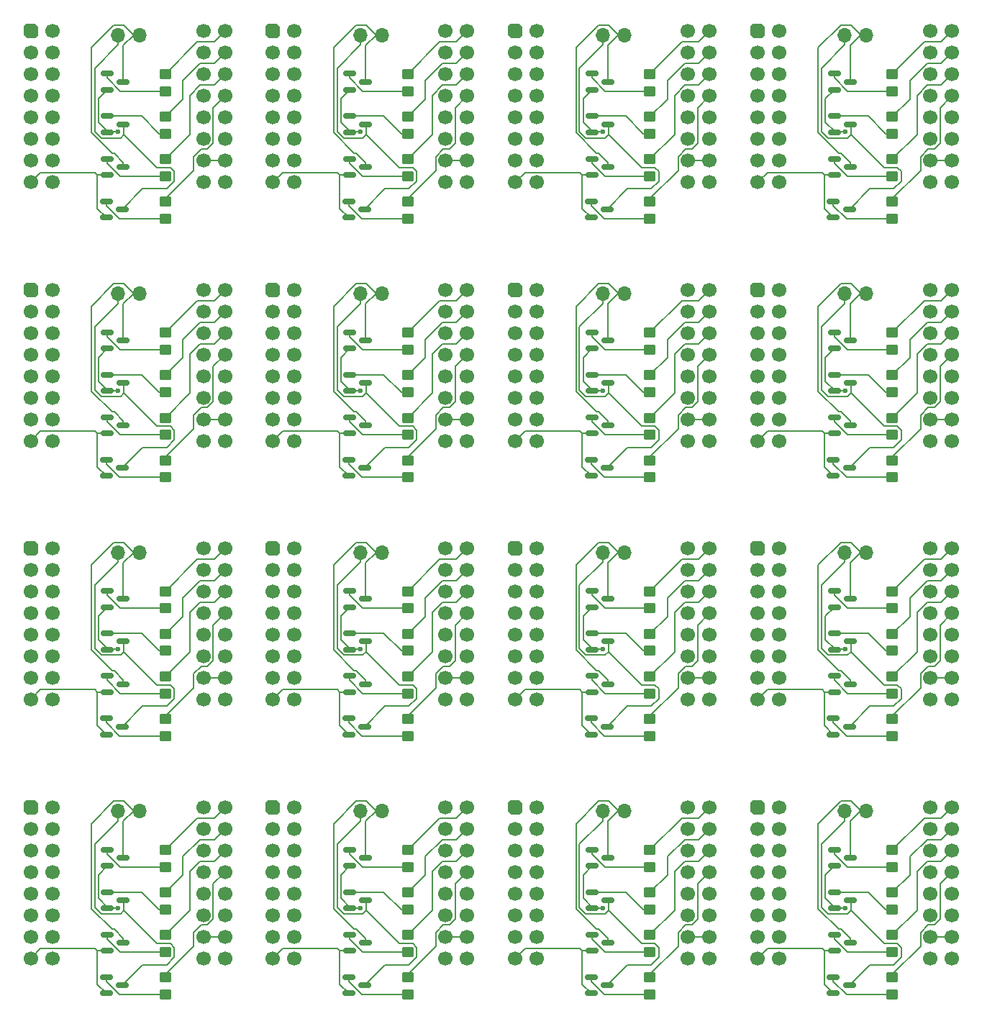
<source format=gbr>
%TF.GenerationSoftware,KiCad,Pcbnew,8.0.6*%
%TF.CreationDate,2024-10-19T01:04:28+01:00*%
%TF.ProjectId,panel,70616e65-6c2e-46b6-9963-61645f706362,rev?*%
%TF.SameCoordinates,Original*%
%TF.FileFunction,Copper,L1,Top*%
%TF.FilePolarity,Positive*%
%FSLAX46Y46*%
G04 Gerber Fmt 4.6, Leading zero omitted, Abs format (unit mm)*
G04 Created by KiCad (PCBNEW 8.0.6) date 2024-10-19 01:04:28*
%MOMM*%
%LPD*%
G01*
G04 APERTURE LIST*
G04 Aperture macros list*
%AMRoundRect*
0 Rectangle with rounded corners*
0 $1 Rounding radius*
0 $2 $3 $4 $5 $6 $7 $8 $9 X,Y pos of 4 corners*
0 Add a 4 corners polygon primitive as box body*
4,1,4,$2,$3,$4,$5,$6,$7,$8,$9,$2,$3,0*
0 Add four circle primitives for the rounded corners*
1,1,$1+$1,$2,$3*
1,1,$1+$1,$4,$5*
1,1,$1+$1,$6,$7*
1,1,$1+$1,$8,$9*
0 Add four rect primitives between the rounded corners*
20,1,$1+$1,$2,$3,$4,$5,0*
20,1,$1+$1,$4,$5,$6,$7,0*
20,1,$1+$1,$6,$7,$8,$9,0*
20,1,$1+$1,$8,$9,$2,$3,0*%
%AMFreePoly0*
4,1,19,-0.850000,0.510000,-0.510000,0.850000,0.255000,0.850000,0.408997,0.829726,0.552500,0.770285,0.675729,0.675729,0.770285,0.552500,0.829726,0.408997,0.850000,0.255000,0.850000,-0.510000,0.510000,-0.850000,-0.255000,-0.850000,-0.408997,-0.829726,-0.552500,-0.770285,-0.675729,-0.675729,-0.770285,-0.552500,-0.829726,-0.408997,-0.850000,-0.255000,-0.850000,0.510000,-0.850000,0.510000,
$1*%
G04 Aperture macros list end*
%TA.AperFunction,SMDPad,CuDef*%
%ADD10RoundRect,0.150000X-0.587500X-0.150000X0.587500X-0.150000X0.587500X0.150000X-0.587500X0.150000X0*%
%TD*%
%TA.AperFunction,ComponentPad*%
%ADD11O,1.700000X1.700000*%
%TD*%
%TA.AperFunction,ComponentPad*%
%ADD12FreePoly0,0.000000*%
%TD*%
%TA.AperFunction,ComponentPad*%
%ADD13C,1.700000*%
%TD*%
%TA.AperFunction,SMDPad,CuDef*%
%ADD14RoundRect,0.250000X0.450000X-0.350000X0.450000X0.350000X-0.450000X0.350000X-0.450000X-0.350000X0*%
%TD*%
%TA.AperFunction,ViaPad*%
%ADD15C,0.600000*%
%TD*%
%TA.AperFunction,Conductor*%
%ADD16C,0.200000*%
%TD*%
G04 APERTURE END LIST*
D10*
%TO.P,Q2,1,B*%
%TO.N,Board_14-Net-(Q2-B)*%
X160410000Y-122930000D03*
%TO.P,Q2,2,E*%
%TO.N,Board_14-Net-(Q2-E)*%
X160410000Y-124830000D03*
%TO.P,Q2,3,C*%
%TO.N,Board_14-Net-(J1-Pin_2)*%
X162285000Y-123880000D03*
%TD*%
D11*
%TO.P,J1,1,Pin_1*%
%TO.N,Board_13-Net-(J1-Pin_1)*%
X135660000Y-113390000D03*
%TO.P,J1,2,Pin_2*%
%TO.N,Board_13-Net-(J1-Pin_2)*%
X133120000Y-113390000D03*
%TD*%
D10*
%TO.P,Q4,1,B*%
%TO.N,Board_9-Net-(Q4-B)*%
X131890000Y-87500000D03*
%TO.P,Q4,2,E*%
%TO.N,Board_9-Net-(Q2-E)*%
X131890000Y-89400000D03*
%TO.P,Q4,3,C*%
%TO.N,Board_9-Net-(J1-Pin_1)*%
X133765000Y-88450000D03*
%TD*%
D12*
%TO.P,U1,1,EN*%
%TO.N,Board_12-unconnected-(U1-EN-Pad1)*%
X94330000Y-112930000D03*
D13*
%TO.P,U1,2,GPIO3*%
%TO.N,Board_12-unconnected-(U1-GPIO3-Pad2)*%
X94330000Y-115470000D03*
%TO.P,U1,3,GPIO5*%
%TO.N,Board_12-unconnected-(U1-GPIO5-Pad3)*%
X94330000Y-118010000D03*
%TO.P,U1,4,GPIO7*%
%TO.N,Board_12-unconnected-(U1-GPIO7-Pad4)*%
X94330000Y-120550000D03*
%TO.P,U1,5,GPIO9*%
%TO.N,Board_12-unconnected-(U1-GPIO9-Pad5)*%
X94330000Y-123090000D03*
%TO.P,U1,6,GPIO11*%
%TO.N,Board_12-unconnected-(U1-GPIO11-Pad6)*%
X94330000Y-125630000D03*
%TO.P,U1,7,GPIO12*%
%TO.N,Board_12-unconnected-(U1-GPIO12-Pad7)*%
X94330000Y-128170000D03*
%TO.P,U1,8,3V3*%
%TO.N,Board_12-Net-(Q1-E)*%
X94330000Y-130710000D03*
%TO.P,U1,9,VBUS*%
%TO.N,Board_12-unconnected-(U1-VBUS-Pad9)*%
X117190000Y-130710000D03*
%TO.P,U1,10,GND*%
%TO.N,Board_12-Net-(Q2-E)*%
X117190000Y-128170000D03*
%TO.P,U1,11,XTAL_32K_N*%
%TO.N,Board_12-unconnected-(U1-XTAL_32K_N-Pad11)*%
X117190000Y-125630000D03*
%TO.P,U1,12,DAC_2*%
%TO.N,Board_12-unconnected-(U1-DAC_2-Pad12)*%
X117190000Y-123090000D03*
%TO.P,U1,13,GPIO33*%
%TO.N,Board_12-Net-(U1-GPIO33)*%
X117190000Y-120550000D03*
%TO.P,U1,14,GPIO35*%
%TO.N,Board_12-Net-(U1-GPIO35)*%
X117190000Y-118010000D03*
%TO.P,U1,15,GPIO37*%
%TO.N,Board_12-Net-(U1-GPIO37)*%
X117190000Y-115470000D03*
%TO.P,U1,16,GPIO39*%
%TO.N,Board_12-Net-(U1-GPIO39)*%
X117190000Y-112930000D03*
%TO.P,U1,17,GPIO1*%
%TO.N,Board_12-unconnected-(U1-GPIO1-Pad17)*%
X96870000Y-112930000D03*
%TO.P,U1,18,GPIO2*%
%TO.N,Board_12-unconnected-(U1-GPIO2-Pad18)*%
X96870000Y-115470000D03*
%TO.P,U1,19,GPIO4*%
%TO.N,Board_12-unconnected-(U1-GPIO4-Pad19)*%
X96870000Y-118010000D03*
%TO.P,U1,20,GPIO6*%
%TO.N,Board_12-unconnected-(U1-GPIO6-Pad20)*%
X96870000Y-120550000D03*
%TO.P,U1,21,GPIO8*%
%TO.N,Board_12-unconnected-(U1-GPIO8-Pad21)*%
X96870000Y-123090000D03*
%TO.P,U1,22,GPIO10*%
%TO.N,Board_12-unconnected-(U1-GPIO10-Pad22)*%
X96870000Y-125630000D03*
%TO.P,U1,23,GPIO13*%
%TO.N,Board_12-unconnected-(U1-GPIO13-Pad23)*%
X96870000Y-128170000D03*
%TO.P,U1,24,GPIO14*%
%TO.N,Board_12-unconnected-(U1-GPIO14-Pad24)*%
X96870000Y-130710000D03*
%TO.P,U1,25,XTAL_32K_P*%
%TO.N,Board_12-unconnected-(U1-XTAL_32K_P-Pad25)*%
X114650000Y-130710000D03*
%TO.P,U1,26,GND*%
%TO.N,Board_12-Net-(Q2-E)*%
X114650000Y-128170000D03*
%TO.P,U1,27,DAC_1*%
%TO.N,Board_12-unconnected-(U1-DAC_1-Pad27)*%
X114650000Y-125630000D03*
%TO.P,U1,28,GPIO21*%
%TO.N,Board_12-unconnected-(U1-GPIO21-Pad28)*%
X114650000Y-123090000D03*
%TO.P,U1,29,GPIO34*%
%TO.N,Board_12-unconnected-(U1-GPIO34-Pad29)*%
X114650000Y-120550000D03*
%TO.P,U1,30,GPIO36*%
%TO.N,Board_12-unconnected-(U1-GPIO36-Pad30)*%
X114650000Y-118010000D03*
%TO.P,U1,31,GPIO38*%
%TO.N,Board_12-unconnected-(U1-GPIO38-Pad31)*%
X114650000Y-115470000D03*
%TO.P,U1,32,GPIO40*%
%TO.N,Board_12-unconnected-(U1-GPIO40-Pad32)*%
X114650000Y-112930000D03*
%TD*%
D14*
%TO.P,R3,1*%
%TO.N,Board_14-Net-(Q2-B)*%
X167220000Y-124980000D03*
%TO.P,R3,2*%
%TO.N,Board_14-Net-(U1-GPIO37)*%
X167220000Y-122980000D03*
%TD*%
%TO.P,R2,1*%
%TO.N,Board_10-Net-(Q3-B)*%
X167220000Y-99550000D03*
%TO.P,R2,2*%
%TO.N,Board_10-Net-(U1-GPIO35)*%
X167220000Y-97550000D03*
%TD*%
D10*
%TO.P,Q4,1,B*%
%TO.N,Board_7-Net-(Q4-B)*%
X188930000Y-57070000D03*
%TO.P,Q4,2,E*%
%TO.N,Board_7-Net-(Q2-E)*%
X188930000Y-58970000D03*
%TO.P,Q4,3,C*%
%TO.N,Board_7-Net-(J1-Pin_1)*%
X190805000Y-58020000D03*
%TD*%
D11*
%TO.P,J1,1,Pin_1*%
%TO.N,Board_7-Net-(J1-Pin_1)*%
X192700000Y-52530000D03*
%TO.P,J1,2,Pin_2*%
%TO.N,Board_7-Net-(J1-Pin_2)*%
X190160000Y-52530000D03*
%TD*%
%TO.P,J1,1,Pin_1*%
%TO.N,Board_9-Net-(J1-Pin_1)*%
X135660000Y-82960000D03*
%TO.P,J1,2,Pin_2*%
%TO.N,Board_9-Net-(J1-Pin_2)*%
X133120000Y-82960000D03*
%TD*%
D10*
%TO.P,Q2,1,B*%
%TO.N,Board_1-Net-(Q2-B)*%
X131890000Y-31640000D03*
%TO.P,Q2,2,E*%
%TO.N,Board_1-Net-(Q2-E)*%
X131890000Y-33540000D03*
%TO.P,Q2,3,C*%
%TO.N,Board_1-Net-(J1-Pin_2)*%
X133765000Y-32590000D03*
%TD*%
D14*
%TO.P,R2,1*%
%TO.N,Board_8-Net-(Q3-B)*%
X110180000Y-99550000D03*
%TO.P,R2,2*%
%TO.N,Board_8-Net-(U1-GPIO35)*%
X110180000Y-97550000D03*
%TD*%
D10*
%TO.P,Q1,1,B*%
%TO.N,Board_0-Net-(Q1-B)*%
X103242500Y-41640000D03*
%TO.P,Q1,2,E*%
%TO.N,Board_0-Net-(Q1-E)*%
X103242500Y-43540000D03*
%TO.P,Q1,3,C*%
%TO.N,Board_0-Net-(J1-Pin_2)*%
X105117500Y-42590000D03*
%TD*%
%TO.P,Q3,1,B*%
%TO.N,Board_5-Net-(Q3-B)*%
X131890000Y-67070000D03*
%TO.P,Q3,2,E*%
%TO.N,Board_5-Net-(Q1-E)*%
X131890000Y-68970000D03*
%TO.P,Q3,3,C*%
%TO.N,Board_5-Net-(J1-Pin_1)*%
X133765000Y-68020000D03*
%TD*%
%TO.P,Q3,1,B*%
%TO.N,Board_2-Net-(Q3-B)*%
X160410000Y-36640000D03*
%TO.P,Q3,2,E*%
%TO.N,Board_2-Net-(Q1-E)*%
X160410000Y-38540000D03*
%TO.P,Q3,3,C*%
%TO.N,Board_2-Net-(J1-Pin_1)*%
X162285000Y-37590000D03*
%TD*%
D14*
%TO.P,R2,1*%
%TO.N,Board_9-Net-(Q3-B)*%
X138700000Y-99550000D03*
%TO.P,R2,2*%
%TO.N,Board_9-Net-(U1-GPIO35)*%
X138700000Y-97550000D03*
%TD*%
%TO.P,R4,1*%
%TO.N,Board_1-Net-(Q4-B)*%
X138700000Y-28690000D03*
%TO.P,R4,2*%
%TO.N,Board_1-Net-(U1-GPIO39)*%
X138700000Y-26690000D03*
%TD*%
%TO.P,R3,1*%
%TO.N,Board_5-Net-(Q2-B)*%
X138700000Y-64120000D03*
%TO.P,R3,2*%
%TO.N,Board_5-Net-(U1-GPIO37)*%
X138700000Y-62120000D03*
%TD*%
D11*
%TO.P,J1,1,Pin_1*%
%TO.N,Board_5-Net-(J1-Pin_1)*%
X135660000Y-52530000D03*
%TO.P,J1,2,Pin_2*%
%TO.N,Board_5-Net-(J1-Pin_2)*%
X133120000Y-52530000D03*
%TD*%
D14*
%TO.P,R3,1*%
%TO.N,Board_1-Net-(Q2-B)*%
X138700000Y-33690000D03*
%TO.P,R3,2*%
%TO.N,Board_1-Net-(U1-GPIO37)*%
X138700000Y-31690000D03*
%TD*%
D11*
%TO.P,J1,1,Pin_1*%
%TO.N,Board_1-Net-(J1-Pin_1)*%
X135660000Y-22100000D03*
%TO.P,J1,2,Pin_2*%
%TO.N,Board_1-Net-(J1-Pin_2)*%
X133120000Y-22100000D03*
%TD*%
D12*
%TO.P,U1,1,EN*%
%TO.N,Board_9-unconnected-(U1-EN-Pad1)*%
X122850000Y-82500000D03*
D13*
%TO.P,U1,2,GPIO3*%
%TO.N,Board_9-unconnected-(U1-GPIO3-Pad2)*%
X122850000Y-85040000D03*
%TO.P,U1,3,GPIO5*%
%TO.N,Board_9-unconnected-(U1-GPIO5-Pad3)*%
X122850000Y-87580000D03*
%TO.P,U1,4,GPIO7*%
%TO.N,Board_9-unconnected-(U1-GPIO7-Pad4)*%
X122850000Y-90120000D03*
%TO.P,U1,5,GPIO9*%
%TO.N,Board_9-unconnected-(U1-GPIO9-Pad5)*%
X122850000Y-92660000D03*
%TO.P,U1,6,GPIO11*%
%TO.N,Board_9-unconnected-(U1-GPIO11-Pad6)*%
X122850000Y-95200000D03*
%TO.P,U1,7,GPIO12*%
%TO.N,Board_9-unconnected-(U1-GPIO12-Pad7)*%
X122850000Y-97740000D03*
%TO.P,U1,8,3V3*%
%TO.N,Board_9-Net-(Q1-E)*%
X122850000Y-100280000D03*
%TO.P,U1,9,VBUS*%
%TO.N,Board_9-unconnected-(U1-VBUS-Pad9)*%
X145710000Y-100280000D03*
%TO.P,U1,10,GND*%
%TO.N,Board_9-Net-(Q2-E)*%
X145710000Y-97740000D03*
%TO.P,U1,11,XTAL_32K_N*%
%TO.N,Board_9-unconnected-(U1-XTAL_32K_N-Pad11)*%
X145710000Y-95200000D03*
%TO.P,U1,12,DAC_2*%
%TO.N,Board_9-unconnected-(U1-DAC_2-Pad12)*%
X145710000Y-92660000D03*
%TO.P,U1,13,GPIO33*%
%TO.N,Board_9-Net-(U1-GPIO33)*%
X145710000Y-90120000D03*
%TO.P,U1,14,GPIO35*%
%TO.N,Board_9-Net-(U1-GPIO35)*%
X145710000Y-87580000D03*
%TO.P,U1,15,GPIO37*%
%TO.N,Board_9-Net-(U1-GPIO37)*%
X145710000Y-85040000D03*
%TO.P,U1,16,GPIO39*%
%TO.N,Board_9-Net-(U1-GPIO39)*%
X145710000Y-82500000D03*
%TO.P,U1,17,GPIO1*%
%TO.N,Board_9-unconnected-(U1-GPIO1-Pad17)*%
X125390000Y-82500000D03*
%TO.P,U1,18,GPIO2*%
%TO.N,Board_9-unconnected-(U1-GPIO2-Pad18)*%
X125390000Y-85040000D03*
%TO.P,U1,19,GPIO4*%
%TO.N,Board_9-unconnected-(U1-GPIO4-Pad19)*%
X125390000Y-87580000D03*
%TO.P,U1,20,GPIO6*%
%TO.N,Board_9-unconnected-(U1-GPIO6-Pad20)*%
X125390000Y-90120000D03*
%TO.P,U1,21,GPIO8*%
%TO.N,Board_9-unconnected-(U1-GPIO8-Pad21)*%
X125390000Y-92660000D03*
%TO.P,U1,22,GPIO10*%
%TO.N,Board_9-unconnected-(U1-GPIO10-Pad22)*%
X125390000Y-95200000D03*
%TO.P,U1,23,GPIO13*%
%TO.N,Board_9-unconnected-(U1-GPIO13-Pad23)*%
X125390000Y-97740000D03*
%TO.P,U1,24,GPIO14*%
%TO.N,Board_9-unconnected-(U1-GPIO14-Pad24)*%
X125390000Y-100280000D03*
%TO.P,U1,25,XTAL_32K_P*%
%TO.N,Board_9-unconnected-(U1-XTAL_32K_P-Pad25)*%
X143170000Y-100280000D03*
%TO.P,U1,26,GND*%
%TO.N,Board_9-Net-(Q2-E)*%
X143170000Y-97740000D03*
%TO.P,U1,27,DAC_1*%
%TO.N,Board_9-unconnected-(U1-DAC_1-Pad27)*%
X143170000Y-95200000D03*
%TO.P,U1,28,GPIO21*%
%TO.N,Board_9-unconnected-(U1-GPIO21-Pad28)*%
X143170000Y-92660000D03*
%TO.P,U1,29,GPIO34*%
%TO.N,Board_9-unconnected-(U1-GPIO34-Pad29)*%
X143170000Y-90120000D03*
%TO.P,U1,30,GPIO36*%
%TO.N,Board_9-unconnected-(U1-GPIO36-Pad30)*%
X143170000Y-87580000D03*
%TO.P,U1,31,GPIO38*%
%TO.N,Board_9-unconnected-(U1-GPIO38-Pad31)*%
X143170000Y-85040000D03*
%TO.P,U1,32,GPIO40*%
%TO.N,Board_9-unconnected-(U1-GPIO40-Pad32)*%
X143170000Y-82500000D03*
%TD*%
D12*
%TO.P,U1,1,EN*%
%TO.N,Board_5-unconnected-(U1-EN-Pad1)*%
X122850000Y-52070000D03*
D13*
%TO.P,U1,2,GPIO3*%
%TO.N,Board_5-unconnected-(U1-GPIO3-Pad2)*%
X122850000Y-54610000D03*
%TO.P,U1,3,GPIO5*%
%TO.N,Board_5-unconnected-(U1-GPIO5-Pad3)*%
X122850000Y-57150000D03*
%TO.P,U1,4,GPIO7*%
%TO.N,Board_5-unconnected-(U1-GPIO7-Pad4)*%
X122850000Y-59690000D03*
%TO.P,U1,5,GPIO9*%
%TO.N,Board_5-unconnected-(U1-GPIO9-Pad5)*%
X122850000Y-62230000D03*
%TO.P,U1,6,GPIO11*%
%TO.N,Board_5-unconnected-(U1-GPIO11-Pad6)*%
X122850000Y-64770000D03*
%TO.P,U1,7,GPIO12*%
%TO.N,Board_5-unconnected-(U1-GPIO12-Pad7)*%
X122850000Y-67310000D03*
%TO.P,U1,8,3V3*%
%TO.N,Board_5-Net-(Q1-E)*%
X122850000Y-69850000D03*
%TO.P,U1,9,VBUS*%
%TO.N,Board_5-unconnected-(U1-VBUS-Pad9)*%
X145710000Y-69850000D03*
%TO.P,U1,10,GND*%
%TO.N,Board_5-Net-(Q2-E)*%
X145710000Y-67310000D03*
%TO.P,U1,11,XTAL_32K_N*%
%TO.N,Board_5-unconnected-(U1-XTAL_32K_N-Pad11)*%
X145710000Y-64770000D03*
%TO.P,U1,12,DAC_2*%
%TO.N,Board_5-unconnected-(U1-DAC_2-Pad12)*%
X145710000Y-62230000D03*
%TO.P,U1,13,GPIO33*%
%TO.N,Board_5-Net-(U1-GPIO33)*%
X145710000Y-59690000D03*
%TO.P,U1,14,GPIO35*%
%TO.N,Board_5-Net-(U1-GPIO35)*%
X145710000Y-57150000D03*
%TO.P,U1,15,GPIO37*%
%TO.N,Board_5-Net-(U1-GPIO37)*%
X145710000Y-54610000D03*
%TO.P,U1,16,GPIO39*%
%TO.N,Board_5-Net-(U1-GPIO39)*%
X145710000Y-52070000D03*
%TO.P,U1,17,GPIO1*%
%TO.N,Board_5-unconnected-(U1-GPIO1-Pad17)*%
X125390000Y-52070000D03*
%TO.P,U1,18,GPIO2*%
%TO.N,Board_5-unconnected-(U1-GPIO2-Pad18)*%
X125390000Y-54610000D03*
%TO.P,U1,19,GPIO4*%
%TO.N,Board_5-unconnected-(U1-GPIO4-Pad19)*%
X125390000Y-57150000D03*
%TO.P,U1,20,GPIO6*%
%TO.N,Board_5-unconnected-(U1-GPIO6-Pad20)*%
X125390000Y-59690000D03*
%TO.P,U1,21,GPIO8*%
%TO.N,Board_5-unconnected-(U1-GPIO8-Pad21)*%
X125390000Y-62230000D03*
%TO.P,U1,22,GPIO10*%
%TO.N,Board_5-unconnected-(U1-GPIO10-Pad22)*%
X125390000Y-64770000D03*
%TO.P,U1,23,GPIO13*%
%TO.N,Board_5-unconnected-(U1-GPIO13-Pad23)*%
X125390000Y-67310000D03*
%TO.P,U1,24,GPIO14*%
%TO.N,Board_5-unconnected-(U1-GPIO14-Pad24)*%
X125390000Y-69850000D03*
%TO.P,U1,25,XTAL_32K_P*%
%TO.N,Board_5-unconnected-(U1-XTAL_32K_P-Pad25)*%
X143170000Y-69850000D03*
%TO.P,U1,26,GND*%
%TO.N,Board_5-Net-(Q2-E)*%
X143170000Y-67310000D03*
%TO.P,U1,27,DAC_1*%
%TO.N,Board_5-unconnected-(U1-DAC_1-Pad27)*%
X143170000Y-64770000D03*
%TO.P,U1,28,GPIO21*%
%TO.N,Board_5-unconnected-(U1-GPIO21-Pad28)*%
X143170000Y-62230000D03*
%TO.P,U1,29,GPIO34*%
%TO.N,Board_5-unconnected-(U1-GPIO34-Pad29)*%
X143170000Y-59690000D03*
%TO.P,U1,30,GPIO36*%
%TO.N,Board_5-unconnected-(U1-GPIO36-Pad30)*%
X143170000Y-57150000D03*
%TO.P,U1,31,GPIO38*%
%TO.N,Board_5-unconnected-(U1-GPIO38-Pad31)*%
X143170000Y-54610000D03*
%TO.P,U1,32,GPIO40*%
%TO.N,Board_5-unconnected-(U1-GPIO40-Pad32)*%
X143170000Y-52070000D03*
%TD*%
D10*
%TO.P,Q1,1,B*%
%TO.N,Board_1-Net-(Q1-B)*%
X131762500Y-41640000D03*
%TO.P,Q1,2,E*%
%TO.N,Board_1-Net-(Q1-E)*%
X131762500Y-43540000D03*
%TO.P,Q1,3,C*%
%TO.N,Board_1-Net-(J1-Pin_2)*%
X133637500Y-42590000D03*
%TD*%
%TO.P,Q1,1,B*%
%TO.N,Board_8-Net-(Q1-B)*%
X103242500Y-102500000D03*
%TO.P,Q1,2,E*%
%TO.N,Board_8-Net-(Q1-E)*%
X103242500Y-104400000D03*
%TO.P,Q1,3,C*%
%TO.N,Board_8-Net-(J1-Pin_2)*%
X105117500Y-103450000D03*
%TD*%
D14*
%TO.P,R4,1*%
%TO.N,Board_11-Net-(Q4-B)*%
X195740000Y-89550000D03*
%TO.P,R4,2*%
%TO.N,Board_11-Net-(U1-GPIO39)*%
X195740000Y-87550000D03*
%TD*%
D10*
%TO.P,Q1,1,B*%
%TO.N,Board_7-Net-(Q1-B)*%
X188802500Y-72070000D03*
%TO.P,Q1,2,E*%
%TO.N,Board_7-Net-(Q1-E)*%
X188802500Y-73970000D03*
%TO.P,Q1,3,C*%
%TO.N,Board_7-Net-(J1-Pin_2)*%
X190677500Y-73020000D03*
%TD*%
D14*
%TO.P,R2,1*%
%TO.N,Board_11-Net-(Q3-B)*%
X195740000Y-99550000D03*
%TO.P,R2,2*%
%TO.N,Board_11-Net-(U1-GPIO35)*%
X195740000Y-97550000D03*
%TD*%
%TO.P,R1,1*%
%TO.N,Board_3-Net-(Q1-B)*%
X195740000Y-43690000D03*
%TO.P,R1,2*%
%TO.N,Board_3-Net-(U1-GPIO33)*%
X195740000Y-41690000D03*
%TD*%
%TO.P,R1,1*%
%TO.N,Board_13-Net-(Q1-B)*%
X138700000Y-134980000D03*
%TO.P,R1,2*%
%TO.N,Board_13-Net-(U1-GPIO33)*%
X138700000Y-132980000D03*
%TD*%
D10*
%TO.P,Q1,1,B*%
%TO.N,Board_9-Net-(Q1-B)*%
X131762500Y-102500000D03*
%TO.P,Q1,2,E*%
%TO.N,Board_9-Net-(Q1-E)*%
X131762500Y-104400000D03*
%TO.P,Q1,3,C*%
%TO.N,Board_9-Net-(J1-Pin_2)*%
X133637500Y-103450000D03*
%TD*%
%TO.P,Q4,1,B*%
%TO.N,Board_6-Net-(Q4-B)*%
X160410000Y-57070000D03*
%TO.P,Q4,2,E*%
%TO.N,Board_6-Net-(Q2-E)*%
X160410000Y-58970000D03*
%TO.P,Q4,3,C*%
%TO.N,Board_6-Net-(J1-Pin_1)*%
X162285000Y-58020000D03*
%TD*%
D12*
%TO.P,U1,1,EN*%
%TO.N,Board_13-unconnected-(U1-EN-Pad1)*%
X122850000Y-112930000D03*
D13*
%TO.P,U1,2,GPIO3*%
%TO.N,Board_13-unconnected-(U1-GPIO3-Pad2)*%
X122850000Y-115470000D03*
%TO.P,U1,3,GPIO5*%
%TO.N,Board_13-unconnected-(U1-GPIO5-Pad3)*%
X122850000Y-118010000D03*
%TO.P,U1,4,GPIO7*%
%TO.N,Board_13-unconnected-(U1-GPIO7-Pad4)*%
X122850000Y-120550000D03*
%TO.P,U1,5,GPIO9*%
%TO.N,Board_13-unconnected-(U1-GPIO9-Pad5)*%
X122850000Y-123090000D03*
%TO.P,U1,6,GPIO11*%
%TO.N,Board_13-unconnected-(U1-GPIO11-Pad6)*%
X122850000Y-125630000D03*
%TO.P,U1,7,GPIO12*%
%TO.N,Board_13-unconnected-(U1-GPIO12-Pad7)*%
X122850000Y-128170000D03*
%TO.P,U1,8,3V3*%
%TO.N,Board_13-Net-(Q1-E)*%
X122850000Y-130710000D03*
%TO.P,U1,9,VBUS*%
%TO.N,Board_13-unconnected-(U1-VBUS-Pad9)*%
X145710000Y-130710000D03*
%TO.P,U1,10,GND*%
%TO.N,Board_13-Net-(Q2-E)*%
X145710000Y-128170000D03*
%TO.P,U1,11,XTAL_32K_N*%
%TO.N,Board_13-unconnected-(U1-XTAL_32K_N-Pad11)*%
X145710000Y-125630000D03*
%TO.P,U1,12,DAC_2*%
%TO.N,Board_13-unconnected-(U1-DAC_2-Pad12)*%
X145710000Y-123090000D03*
%TO.P,U1,13,GPIO33*%
%TO.N,Board_13-Net-(U1-GPIO33)*%
X145710000Y-120550000D03*
%TO.P,U1,14,GPIO35*%
%TO.N,Board_13-Net-(U1-GPIO35)*%
X145710000Y-118010000D03*
%TO.P,U1,15,GPIO37*%
%TO.N,Board_13-Net-(U1-GPIO37)*%
X145710000Y-115470000D03*
%TO.P,U1,16,GPIO39*%
%TO.N,Board_13-Net-(U1-GPIO39)*%
X145710000Y-112930000D03*
%TO.P,U1,17,GPIO1*%
%TO.N,Board_13-unconnected-(U1-GPIO1-Pad17)*%
X125390000Y-112930000D03*
%TO.P,U1,18,GPIO2*%
%TO.N,Board_13-unconnected-(U1-GPIO2-Pad18)*%
X125390000Y-115470000D03*
%TO.P,U1,19,GPIO4*%
%TO.N,Board_13-unconnected-(U1-GPIO4-Pad19)*%
X125390000Y-118010000D03*
%TO.P,U1,20,GPIO6*%
%TO.N,Board_13-unconnected-(U1-GPIO6-Pad20)*%
X125390000Y-120550000D03*
%TO.P,U1,21,GPIO8*%
%TO.N,Board_13-unconnected-(U1-GPIO8-Pad21)*%
X125390000Y-123090000D03*
%TO.P,U1,22,GPIO10*%
%TO.N,Board_13-unconnected-(U1-GPIO10-Pad22)*%
X125390000Y-125630000D03*
%TO.P,U1,23,GPIO13*%
%TO.N,Board_13-unconnected-(U1-GPIO13-Pad23)*%
X125390000Y-128170000D03*
%TO.P,U1,24,GPIO14*%
%TO.N,Board_13-unconnected-(U1-GPIO14-Pad24)*%
X125390000Y-130710000D03*
%TO.P,U1,25,XTAL_32K_P*%
%TO.N,Board_13-unconnected-(U1-XTAL_32K_P-Pad25)*%
X143170000Y-130710000D03*
%TO.P,U1,26,GND*%
%TO.N,Board_13-Net-(Q2-E)*%
X143170000Y-128170000D03*
%TO.P,U1,27,DAC_1*%
%TO.N,Board_13-unconnected-(U1-DAC_1-Pad27)*%
X143170000Y-125630000D03*
%TO.P,U1,28,GPIO21*%
%TO.N,Board_13-unconnected-(U1-GPIO21-Pad28)*%
X143170000Y-123090000D03*
%TO.P,U1,29,GPIO34*%
%TO.N,Board_13-unconnected-(U1-GPIO34-Pad29)*%
X143170000Y-120550000D03*
%TO.P,U1,30,GPIO36*%
%TO.N,Board_13-unconnected-(U1-GPIO36-Pad30)*%
X143170000Y-118010000D03*
%TO.P,U1,31,GPIO38*%
%TO.N,Board_13-unconnected-(U1-GPIO38-Pad31)*%
X143170000Y-115470000D03*
%TO.P,U1,32,GPIO40*%
%TO.N,Board_13-unconnected-(U1-GPIO40-Pad32)*%
X143170000Y-112930000D03*
%TD*%
D14*
%TO.P,R1,1*%
%TO.N,Board_7-Net-(Q1-B)*%
X195740000Y-74120000D03*
%TO.P,R1,2*%
%TO.N,Board_7-Net-(U1-GPIO33)*%
X195740000Y-72120000D03*
%TD*%
%TO.P,R2,1*%
%TO.N,Board_0-Net-(Q3-B)*%
X110180000Y-38690000D03*
%TO.P,R2,2*%
%TO.N,Board_0-Net-(U1-GPIO35)*%
X110180000Y-36690000D03*
%TD*%
D10*
%TO.P,Q1,1,B*%
%TO.N,Board_11-Net-(Q1-B)*%
X188802500Y-102500000D03*
%TO.P,Q1,2,E*%
%TO.N,Board_11-Net-(Q1-E)*%
X188802500Y-104400000D03*
%TO.P,Q1,3,C*%
%TO.N,Board_11-Net-(J1-Pin_2)*%
X190677500Y-103450000D03*
%TD*%
D14*
%TO.P,R1,1*%
%TO.N,Board_6-Net-(Q1-B)*%
X167220000Y-74120000D03*
%TO.P,R1,2*%
%TO.N,Board_6-Net-(U1-GPIO33)*%
X167220000Y-72120000D03*
%TD*%
%TO.P,R2,1*%
%TO.N,Board_1-Net-(Q3-B)*%
X138700000Y-38690000D03*
%TO.P,R2,2*%
%TO.N,Board_1-Net-(U1-GPIO35)*%
X138700000Y-36690000D03*
%TD*%
D10*
%TO.P,Q3,1,B*%
%TO.N,Board_9-Net-(Q3-B)*%
X131890000Y-97500000D03*
%TO.P,Q3,2,E*%
%TO.N,Board_9-Net-(Q1-E)*%
X131890000Y-99400000D03*
%TO.P,Q3,3,C*%
%TO.N,Board_9-Net-(J1-Pin_1)*%
X133765000Y-98450000D03*
%TD*%
D11*
%TO.P,J1,1,Pin_1*%
%TO.N,Board_14-Net-(J1-Pin_1)*%
X164180000Y-113390000D03*
%TO.P,J1,2,Pin_2*%
%TO.N,Board_14-Net-(J1-Pin_2)*%
X161640000Y-113390000D03*
%TD*%
D14*
%TO.P,R3,1*%
%TO.N,Board_15-Net-(Q2-B)*%
X195740000Y-124980000D03*
%TO.P,R3,2*%
%TO.N,Board_15-Net-(U1-GPIO37)*%
X195740000Y-122980000D03*
%TD*%
%TO.P,R3,1*%
%TO.N,Board_7-Net-(Q2-B)*%
X195740000Y-64120000D03*
%TO.P,R3,2*%
%TO.N,Board_7-Net-(U1-GPIO37)*%
X195740000Y-62120000D03*
%TD*%
%TO.P,R4,1*%
%TO.N,Board_2-Net-(Q4-B)*%
X167220000Y-28690000D03*
%TO.P,R4,2*%
%TO.N,Board_2-Net-(U1-GPIO39)*%
X167220000Y-26690000D03*
%TD*%
D10*
%TO.P,Q2,1,B*%
%TO.N,Board_6-Net-(Q2-B)*%
X160410000Y-62070000D03*
%TO.P,Q2,2,E*%
%TO.N,Board_6-Net-(Q2-E)*%
X160410000Y-63970000D03*
%TO.P,Q2,3,C*%
%TO.N,Board_6-Net-(J1-Pin_2)*%
X162285000Y-63020000D03*
%TD*%
D11*
%TO.P,J1,1,Pin_1*%
%TO.N,Board_11-Net-(J1-Pin_1)*%
X192700000Y-82960000D03*
%TO.P,J1,2,Pin_2*%
%TO.N,Board_11-Net-(J1-Pin_2)*%
X190160000Y-82960000D03*
%TD*%
D14*
%TO.P,R2,1*%
%TO.N,Board_14-Net-(Q3-B)*%
X167220000Y-129980000D03*
%TO.P,R2,2*%
%TO.N,Board_14-Net-(U1-GPIO35)*%
X167220000Y-127980000D03*
%TD*%
%TO.P,R3,1*%
%TO.N,Board_4-Net-(Q2-B)*%
X110180000Y-64120000D03*
%TO.P,R3,2*%
%TO.N,Board_4-Net-(U1-GPIO37)*%
X110180000Y-62120000D03*
%TD*%
D10*
%TO.P,Q1,1,B*%
%TO.N,Board_12-Net-(Q1-B)*%
X103242500Y-132930000D03*
%TO.P,Q1,2,E*%
%TO.N,Board_12-Net-(Q1-E)*%
X103242500Y-134830000D03*
%TO.P,Q1,3,C*%
%TO.N,Board_12-Net-(J1-Pin_2)*%
X105117500Y-133880000D03*
%TD*%
%TO.P,Q3,1,B*%
%TO.N,Board_12-Net-(Q3-B)*%
X103370000Y-127930000D03*
%TO.P,Q3,2,E*%
%TO.N,Board_12-Net-(Q1-E)*%
X103370000Y-129830000D03*
%TO.P,Q3,3,C*%
%TO.N,Board_12-Net-(J1-Pin_1)*%
X105245000Y-128880000D03*
%TD*%
%TO.P,Q4,1,B*%
%TO.N,Board_8-Net-(Q4-B)*%
X103370000Y-87500000D03*
%TO.P,Q4,2,E*%
%TO.N,Board_8-Net-(Q2-E)*%
X103370000Y-89400000D03*
%TO.P,Q4,3,C*%
%TO.N,Board_8-Net-(J1-Pin_1)*%
X105245000Y-88450000D03*
%TD*%
D14*
%TO.P,R4,1*%
%TO.N,Board_9-Net-(Q4-B)*%
X138700000Y-89550000D03*
%TO.P,R4,2*%
%TO.N,Board_9-Net-(U1-GPIO39)*%
X138700000Y-87550000D03*
%TD*%
%TO.P,R4,1*%
%TO.N,Board_15-Net-(Q4-B)*%
X195740000Y-119980000D03*
%TO.P,R4,2*%
%TO.N,Board_15-Net-(U1-GPIO39)*%
X195740000Y-117980000D03*
%TD*%
D10*
%TO.P,Q4,1,B*%
%TO.N,Board_15-Net-(Q4-B)*%
X188930000Y-117930000D03*
%TO.P,Q4,2,E*%
%TO.N,Board_15-Net-(Q2-E)*%
X188930000Y-119830000D03*
%TO.P,Q4,3,C*%
%TO.N,Board_15-Net-(J1-Pin_1)*%
X190805000Y-118880000D03*
%TD*%
%TO.P,Q1,1,B*%
%TO.N,Board_5-Net-(Q1-B)*%
X131762500Y-72070000D03*
%TO.P,Q1,2,E*%
%TO.N,Board_5-Net-(Q1-E)*%
X131762500Y-73970000D03*
%TO.P,Q1,3,C*%
%TO.N,Board_5-Net-(J1-Pin_2)*%
X133637500Y-73020000D03*
%TD*%
D14*
%TO.P,R3,1*%
%TO.N,Board_11-Net-(Q2-B)*%
X195740000Y-94550000D03*
%TO.P,R3,2*%
%TO.N,Board_11-Net-(U1-GPIO37)*%
X195740000Y-92550000D03*
%TD*%
D10*
%TO.P,Q4,1,B*%
%TO.N,Board_2-Net-(Q4-B)*%
X160410000Y-26640000D03*
%TO.P,Q4,2,E*%
%TO.N,Board_2-Net-(Q2-E)*%
X160410000Y-28540000D03*
%TO.P,Q4,3,C*%
%TO.N,Board_2-Net-(J1-Pin_1)*%
X162285000Y-27590000D03*
%TD*%
%TO.P,Q3,1,B*%
%TO.N,Board_3-Net-(Q3-B)*%
X188930000Y-36640000D03*
%TO.P,Q3,2,E*%
%TO.N,Board_3-Net-(Q1-E)*%
X188930000Y-38540000D03*
%TO.P,Q3,3,C*%
%TO.N,Board_3-Net-(J1-Pin_1)*%
X190805000Y-37590000D03*
%TD*%
D14*
%TO.P,R3,1*%
%TO.N,Board_12-Net-(Q2-B)*%
X110180000Y-124980000D03*
%TO.P,R3,2*%
%TO.N,Board_12-Net-(U1-GPIO37)*%
X110180000Y-122980000D03*
%TD*%
D10*
%TO.P,Q3,1,B*%
%TO.N,Board_14-Net-(Q3-B)*%
X160410000Y-127930000D03*
%TO.P,Q3,2,E*%
%TO.N,Board_14-Net-(Q1-E)*%
X160410000Y-129830000D03*
%TO.P,Q3,3,C*%
%TO.N,Board_14-Net-(J1-Pin_1)*%
X162285000Y-128880000D03*
%TD*%
D12*
%TO.P,U1,1,EN*%
%TO.N,Board_4-unconnected-(U1-EN-Pad1)*%
X94330000Y-52070000D03*
D13*
%TO.P,U1,2,GPIO3*%
%TO.N,Board_4-unconnected-(U1-GPIO3-Pad2)*%
X94330000Y-54610000D03*
%TO.P,U1,3,GPIO5*%
%TO.N,Board_4-unconnected-(U1-GPIO5-Pad3)*%
X94330000Y-57150000D03*
%TO.P,U1,4,GPIO7*%
%TO.N,Board_4-unconnected-(U1-GPIO7-Pad4)*%
X94330000Y-59690000D03*
%TO.P,U1,5,GPIO9*%
%TO.N,Board_4-unconnected-(U1-GPIO9-Pad5)*%
X94330000Y-62230000D03*
%TO.P,U1,6,GPIO11*%
%TO.N,Board_4-unconnected-(U1-GPIO11-Pad6)*%
X94330000Y-64770000D03*
%TO.P,U1,7,GPIO12*%
%TO.N,Board_4-unconnected-(U1-GPIO12-Pad7)*%
X94330000Y-67310000D03*
%TO.P,U1,8,3V3*%
%TO.N,Board_4-Net-(Q1-E)*%
X94330000Y-69850000D03*
%TO.P,U1,9,VBUS*%
%TO.N,Board_4-unconnected-(U1-VBUS-Pad9)*%
X117190000Y-69850000D03*
%TO.P,U1,10,GND*%
%TO.N,Board_4-Net-(Q2-E)*%
X117190000Y-67310000D03*
%TO.P,U1,11,XTAL_32K_N*%
%TO.N,Board_4-unconnected-(U1-XTAL_32K_N-Pad11)*%
X117190000Y-64770000D03*
%TO.P,U1,12,DAC_2*%
%TO.N,Board_4-unconnected-(U1-DAC_2-Pad12)*%
X117190000Y-62230000D03*
%TO.P,U1,13,GPIO33*%
%TO.N,Board_4-Net-(U1-GPIO33)*%
X117190000Y-59690000D03*
%TO.P,U1,14,GPIO35*%
%TO.N,Board_4-Net-(U1-GPIO35)*%
X117190000Y-57150000D03*
%TO.P,U1,15,GPIO37*%
%TO.N,Board_4-Net-(U1-GPIO37)*%
X117190000Y-54610000D03*
%TO.P,U1,16,GPIO39*%
%TO.N,Board_4-Net-(U1-GPIO39)*%
X117190000Y-52070000D03*
%TO.P,U1,17,GPIO1*%
%TO.N,Board_4-unconnected-(U1-GPIO1-Pad17)*%
X96870000Y-52070000D03*
%TO.P,U1,18,GPIO2*%
%TO.N,Board_4-unconnected-(U1-GPIO2-Pad18)*%
X96870000Y-54610000D03*
%TO.P,U1,19,GPIO4*%
%TO.N,Board_4-unconnected-(U1-GPIO4-Pad19)*%
X96870000Y-57150000D03*
%TO.P,U1,20,GPIO6*%
%TO.N,Board_4-unconnected-(U1-GPIO6-Pad20)*%
X96870000Y-59690000D03*
%TO.P,U1,21,GPIO8*%
%TO.N,Board_4-unconnected-(U1-GPIO8-Pad21)*%
X96870000Y-62230000D03*
%TO.P,U1,22,GPIO10*%
%TO.N,Board_4-unconnected-(U1-GPIO10-Pad22)*%
X96870000Y-64770000D03*
%TO.P,U1,23,GPIO13*%
%TO.N,Board_4-unconnected-(U1-GPIO13-Pad23)*%
X96870000Y-67310000D03*
%TO.P,U1,24,GPIO14*%
%TO.N,Board_4-unconnected-(U1-GPIO14-Pad24)*%
X96870000Y-69850000D03*
%TO.P,U1,25,XTAL_32K_P*%
%TO.N,Board_4-unconnected-(U1-XTAL_32K_P-Pad25)*%
X114650000Y-69850000D03*
%TO.P,U1,26,GND*%
%TO.N,Board_4-Net-(Q2-E)*%
X114650000Y-67310000D03*
%TO.P,U1,27,DAC_1*%
%TO.N,Board_4-unconnected-(U1-DAC_1-Pad27)*%
X114650000Y-64770000D03*
%TO.P,U1,28,GPIO21*%
%TO.N,Board_4-unconnected-(U1-GPIO21-Pad28)*%
X114650000Y-62230000D03*
%TO.P,U1,29,GPIO34*%
%TO.N,Board_4-unconnected-(U1-GPIO34-Pad29)*%
X114650000Y-59690000D03*
%TO.P,U1,30,GPIO36*%
%TO.N,Board_4-unconnected-(U1-GPIO36-Pad30)*%
X114650000Y-57150000D03*
%TO.P,U1,31,GPIO38*%
%TO.N,Board_4-unconnected-(U1-GPIO38-Pad31)*%
X114650000Y-54610000D03*
%TO.P,U1,32,GPIO40*%
%TO.N,Board_4-unconnected-(U1-GPIO40-Pad32)*%
X114650000Y-52070000D03*
%TD*%
D10*
%TO.P,Q1,1,B*%
%TO.N,Board_6-Net-(Q1-B)*%
X160282500Y-72070000D03*
%TO.P,Q1,2,E*%
%TO.N,Board_6-Net-(Q1-E)*%
X160282500Y-73970000D03*
%TO.P,Q1,3,C*%
%TO.N,Board_6-Net-(J1-Pin_2)*%
X162157500Y-73020000D03*
%TD*%
D11*
%TO.P,J1,1,Pin_1*%
%TO.N,Board_0-Net-(J1-Pin_1)*%
X107140000Y-22100000D03*
%TO.P,J1,2,Pin_2*%
%TO.N,Board_0-Net-(J1-Pin_2)*%
X104600000Y-22100000D03*
%TD*%
D10*
%TO.P,Q2,1,B*%
%TO.N,Board_7-Net-(Q2-B)*%
X188930000Y-62070000D03*
%TO.P,Q2,2,E*%
%TO.N,Board_7-Net-(Q2-E)*%
X188930000Y-63970000D03*
%TO.P,Q2,3,C*%
%TO.N,Board_7-Net-(J1-Pin_2)*%
X190805000Y-63020000D03*
%TD*%
D14*
%TO.P,R2,1*%
%TO.N,Board_6-Net-(Q3-B)*%
X167220000Y-69120000D03*
%TO.P,R2,2*%
%TO.N,Board_6-Net-(U1-GPIO35)*%
X167220000Y-67120000D03*
%TD*%
D10*
%TO.P,Q2,1,B*%
%TO.N,Board_13-Net-(Q2-B)*%
X131890000Y-122930000D03*
%TO.P,Q2,2,E*%
%TO.N,Board_13-Net-(Q2-E)*%
X131890000Y-124830000D03*
%TO.P,Q2,3,C*%
%TO.N,Board_13-Net-(J1-Pin_2)*%
X133765000Y-123880000D03*
%TD*%
%TO.P,Q4,1,B*%
%TO.N,Board_0-Net-(Q4-B)*%
X103370000Y-26640000D03*
%TO.P,Q4,2,E*%
%TO.N,Board_0-Net-(Q2-E)*%
X103370000Y-28540000D03*
%TO.P,Q4,3,C*%
%TO.N,Board_0-Net-(J1-Pin_1)*%
X105245000Y-27590000D03*
%TD*%
D14*
%TO.P,R2,1*%
%TO.N,Board_5-Net-(Q3-B)*%
X138700000Y-69120000D03*
%TO.P,R2,2*%
%TO.N,Board_5-Net-(U1-GPIO35)*%
X138700000Y-67120000D03*
%TD*%
D12*
%TO.P,U1,1,EN*%
%TO.N,Board_3-unconnected-(U1-EN-Pad1)*%
X179890000Y-21640000D03*
D13*
%TO.P,U1,2,GPIO3*%
%TO.N,Board_3-unconnected-(U1-GPIO3-Pad2)*%
X179890000Y-24180000D03*
%TO.P,U1,3,GPIO5*%
%TO.N,Board_3-unconnected-(U1-GPIO5-Pad3)*%
X179890000Y-26720000D03*
%TO.P,U1,4,GPIO7*%
%TO.N,Board_3-unconnected-(U1-GPIO7-Pad4)*%
X179890000Y-29260000D03*
%TO.P,U1,5,GPIO9*%
%TO.N,Board_3-unconnected-(U1-GPIO9-Pad5)*%
X179890000Y-31800000D03*
%TO.P,U1,6,GPIO11*%
%TO.N,Board_3-unconnected-(U1-GPIO11-Pad6)*%
X179890000Y-34340000D03*
%TO.P,U1,7,GPIO12*%
%TO.N,Board_3-unconnected-(U1-GPIO12-Pad7)*%
X179890000Y-36880000D03*
%TO.P,U1,8,3V3*%
%TO.N,Board_3-Net-(Q1-E)*%
X179890000Y-39420000D03*
%TO.P,U1,9,VBUS*%
%TO.N,Board_3-unconnected-(U1-VBUS-Pad9)*%
X202750000Y-39420000D03*
%TO.P,U1,10,GND*%
%TO.N,Board_3-Net-(Q2-E)*%
X202750000Y-36880000D03*
%TO.P,U1,11,XTAL_32K_N*%
%TO.N,Board_3-unconnected-(U1-XTAL_32K_N-Pad11)*%
X202750000Y-34340000D03*
%TO.P,U1,12,DAC_2*%
%TO.N,Board_3-unconnected-(U1-DAC_2-Pad12)*%
X202750000Y-31800000D03*
%TO.P,U1,13,GPIO33*%
%TO.N,Board_3-Net-(U1-GPIO33)*%
X202750000Y-29260000D03*
%TO.P,U1,14,GPIO35*%
%TO.N,Board_3-Net-(U1-GPIO35)*%
X202750000Y-26720000D03*
%TO.P,U1,15,GPIO37*%
%TO.N,Board_3-Net-(U1-GPIO37)*%
X202750000Y-24180000D03*
%TO.P,U1,16,GPIO39*%
%TO.N,Board_3-Net-(U1-GPIO39)*%
X202750000Y-21640000D03*
%TO.P,U1,17,GPIO1*%
%TO.N,Board_3-unconnected-(U1-GPIO1-Pad17)*%
X182430000Y-21640000D03*
%TO.P,U1,18,GPIO2*%
%TO.N,Board_3-unconnected-(U1-GPIO2-Pad18)*%
X182430000Y-24180000D03*
%TO.P,U1,19,GPIO4*%
%TO.N,Board_3-unconnected-(U1-GPIO4-Pad19)*%
X182430000Y-26720000D03*
%TO.P,U1,20,GPIO6*%
%TO.N,Board_3-unconnected-(U1-GPIO6-Pad20)*%
X182430000Y-29260000D03*
%TO.P,U1,21,GPIO8*%
%TO.N,Board_3-unconnected-(U1-GPIO8-Pad21)*%
X182430000Y-31800000D03*
%TO.P,U1,22,GPIO10*%
%TO.N,Board_3-unconnected-(U1-GPIO10-Pad22)*%
X182430000Y-34340000D03*
%TO.P,U1,23,GPIO13*%
%TO.N,Board_3-unconnected-(U1-GPIO13-Pad23)*%
X182430000Y-36880000D03*
%TO.P,U1,24,GPIO14*%
%TO.N,Board_3-unconnected-(U1-GPIO14-Pad24)*%
X182430000Y-39420000D03*
%TO.P,U1,25,XTAL_32K_P*%
%TO.N,Board_3-unconnected-(U1-XTAL_32K_P-Pad25)*%
X200210000Y-39420000D03*
%TO.P,U1,26,GND*%
%TO.N,Board_3-Net-(Q2-E)*%
X200210000Y-36880000D03*
%TO.P,U1,27,DAC_1*%
%TO.N,Board_3-unconnected-(U1-DAC_1-Pad27)*%
X200210000Y-34340000D03*
%TO.P,U1,28,GPIO21*%
%TO.N,Board_3-unconnected-(U1-GPIO21-Pad28)*%
X200210000Y-31800000D03*
%TO.P,U1,29,GPIO34*%
%TO.N,Board_3-unconnected-(U1-GPIO34-Pad29)*%
X200210000Y-29260000D03*
%TO.P,U1,30,GPIO36*%
%TO.N,Board_3-unconnected-(U1-GPIO36-Pad30)*%
X200210000Y-26720000D03*
%TO.P,U1,31,GPIO38*%
%TO.N,Board_3-unconnected-(U1-GPIO38-Pad31)*%
X200210000Y-24180000D03*
%TO.P,U1,32,GPIO40*%
%TO.N,Board_3-unconnected-(U1-GPIO40-Pad32)*%
X200210000Y-21640000D03*
%TD*%
D10*
%TO.P,Q4,1,B*%
%TO.N,Board_13-Net-(Q4-B)*%
X131890000Y-117930000D03*
%TO.P,Q4,2,E*%
%TO.N,Board_13-Net-(Q2-E)*%
X131890000Y-119830000D03*
%TO.P,Q4,3,C*%
%TO.N,Board_13-Net-(J1-Pin_1)*%
X133765000Y-118880000D03*
%TD*%
D14*
%TO.P,R3,1*%
%TO.N,Board_13-Net-(Q2-B)*%
X138700000Y-124980000D03*
%TO.P,R3,2*%
%TO.N,Board_13-Net-(U1-GPIO37)*%
X138700000Y-122980000D03*
%TD*%
D12*
%TO.P,U1,1,EN*%
%TO.N,Board_10-unconnected-(U1-EN-Pad1)*%
X151370000Y-82500000D03*
D13*
%TO.P,U1,2,GPIO3*%
%TO.N,Board_10-unconnected-(U1-GPIO3-Pad2)*%
X151370000Y-85040000D03*
%TO.P,U1,3,GPIO5*%
%TO.N,Board_10-unconnected-(U1-GPIO5-Pad3)*%
X151370000Y-87580000D03*
%TO.P,U1,4,GPIO7*%
%TO.N,Board_10-unconnected-(U1-GPIO7-Pad4)*%
X151370000Y-90120000D03*
%TO.P,U1,5,GPIO9*%
%TO.N,Board_10-unconnected-(U1-GPIO9-Pad5)*%
X151370000Y-92660000D03*
%TO.P,U1,6,GPIO11*%
%TO.N,Board_10-unconnected-(U1-GPIO11-Pad6)*%
X151370000Y-95200000D03*
%TO.P,U1,7,GPIO12*%
%TO.N,Board_10-unconnected-(U1-GPIO12-Pad7)*%
X151370000Y-97740000D03*
%TO.P,U1,8,3V3*%
%TO.N,Board_10-Net-(Q1-E)*%
X151370000Y-100280000D03*
%TO.P,U1,9,VBUS*%
%TO.N,Board_10-unconnected-(U1-VBUS-Pad9)*%
X174230000Y-100280000D03*
%TO.P,U1,10,GND*%
%TO.N,Board_10-Net-(Q2-E)*%
X174230000Y-97740000D03*
%TO.P,U1,11,XTAL_32K_N*%
%TO.N,Board_10-unconnected-(U1-XTAL_32K_N-Pad11)*%
X174230000Y-95200000D03*
%TO.P,U1,12,DAC_2*%
%TO.N,Board_10-unconnected-(U1-DAC_2-Pad12)*%
X174230000Y-92660000D03*
%TO.P,U1,13,GPIO33*%
%TO.N,Board_10-Net-(U1-GPIO33)*%
X174230000Y-90120000D03*
%TO.P,U1,14,GPIO35*%
%TO.N,Board_10-Net-(U1-GPIO35)*%
X174230000Y-87580000D03*
%TO.P,U1,15,GPIO37*%
%TO.N,Board_10-Net-(U1-GPIO37)*%
X174230000Y-85040000D03*
%TO.P,U1,16,GPIO39*%
%TO.N,Board_10-Net-(U1-GPIO39)*%
X174230000Y-82500000D03*
%TO.P,U1,17,GPIO1*%
%TO.N,Board_10-unconnected-(U1-GPIO1-Pad17)*%
X153910000Y-82500000D03*
%TO.P,U1,18,GPIO2*%
%TO.N,Board_10-unconnected-(U1-GPIO2-Pad18)*%
X153910000Y-85040000D03*
%TO.P,U1,19,GPIO4*%
%TO.N,Board_10-unconnected-(U1-GPIO4-Pad19)*%
X153910000Y-87580000D03*
%TO.P,U1,20,GPIO6*%
%TO.N,Board_10-unconnected-(U1-GPIO6-Pad20)*%
X153910000Y-90120000D03*
%TO.P,U1,21,GPIO8*%
%TO.N,Board_10-unconnected-(U1-GPIO8-Pad21)*%
X153910000Y-92660000D03*
%TO.P,U1,22,GPIO10*%
%TO.N,Board_10-unconnected-(U1-GPIO10-Pad22)*%
X153910000Y-95200000D03*
%TO.P,U1,23,GPIO13*%
%TO.N,Board_10-unconnected-(U1-GPIO13-Pad23)*%
X153910000Y-97740000D03*
%TO.P,U1,24,GPIO14*%
%TO.N,Board_10-unconnected-(U1-GPIO14-Pad24)*%
X153910000Y-100280000D03*
%TO.P,U1,25,XTAL_32K_P*%
%TO.N,Board_10-unconnected-(U1-XTAL_32K_P-Pad25)*%
X171690000Y-100280000D03*
%TO.P,U1,26,GND*%
%TO.N,Board_10-Net-(Q2-E)*%
X171690000Y-97740000D03*
%TO.P,U1,27,DAC_1*%
%TO.N,Board_10-unconnected-(U1-DAC_1-Pad27)*%
X171690000Y-95200000D03*
%TO.P,U1,28,GPIO21*%
%TO.N,Board_10-unconnected-(U1-GPIO21-Pad28)*%
X171690000Y-92660000D03*
%TO.P,U1,29,GPIO34*%
%TO.N,Board_10-unconnected-(U1-GPIO34-Pad29)*%
X171690000Y-90120000D03*
%TO.P,U1,30,GPIO36*%
%TO.N,Board_10-unconnected-(U1-GPIO36-Pad30)*%
X171690000Y-87580000D03*
%TO.P,U1,31,GPIO38*%
%TO.N,Board_10-unconnected-(U1-GPIO38-Pad31)*%
X171690000Y-85040000D03*
%TO.P,U1,32,GPIO40*%
%TO.N,Board_10-unconnected-(U1-GPIO40-Pad32)*%
X171690000Y-82500000D03*
%TD*%
D14*
%TO.P,R3,1*%
%TO.N,Board_3-Net-(Q2-B)*%
X195740000Y-33690000D03*
%TO.P,R3,2*%
%TO.N,Board_3-Net-(U1-GPIO37)*%
X195740000Y-31690000D03*
%TD*%
D10*
%TO.P,Q3,1,B*%
%TO.N,Board_11-Net-(Q3-B)*%
X188930000Y-97500000D03*
%TO.P,Q3,2,E*%
%TO.N,Board_11-Net-(Q1-E)*%
X188930000Y-99400000D03*
%TO.P,Q3,3,C*%
%TO.N,Board_11-Net-(J1-Pin_1)*%
X190805000Y-98450000D03*
%TD*%
%TO.P,Q2,1,B*%
%TO.N,Board_5-Net-(Q2-B)*%
X131890000Y-62070000D03*
%TO.P,Q2,2,E*%
%TO.N,Board_5-Net-(Q2-E)*%
X131890000Y-63970000D03*
%TO.P,Q2,3,C*%
%TO.N,Board_5-Net-(J1-Pin_2)*%
X133765000Y-63020000D03*
%TD*%
D12*
%TO.P,U1,1,EN*%
%TO.N,Board_2-unconnected-(U1-EN-Pad1)*%
X151370000Y-21640000D03*
D13*
%TO.P,U1,2,GPIO3*%
%TO.N,Board_2-unconnected-(U1-GPIO3-Pad2)*%
X151370000Y-24180000D03*
%TO.P,U1,3,GPIO5*%
%TO.N,Board_2-unconnected-(U1-GPIO5-Pad3)*%
X151370000Y-26720000D03*
%TO.P,U1,4,GPIO7*%
%TO.N,Board_2-unconnected-(U1-GPIO7-Pad4)*%
X151370000Y-29260000D03*
%TO.P,U1,5,GPIO9*%
%TO.N,Board_2-unconnected-(U1-GPIO9-Pad5)*%
X151370000Y-31800000D03*
%TO.P,U1,6,GPIO11*%
%TO.N,Board_2-unconnected-(U1-GPIO11-Pad6)*%
X151370000Y-34340000D03*
%TO.P,U1,7,GPIO12*%
%TO.N,Board_2-unconnected-(U1-GPIO12-Pad7)*%
X151370000Y-36880000D03*
%TO.P,U1,8,3V3*%
%TO.N,Board_2-Net-(Q1-E)*%
X151370000Y-39420000D03*
%TO.P,U1,9,VBUS*%
%TO.N,Board_2-unconnected-(U1-VBUS-Pad9)*%
X174230000Y-39420000D03*
%TO.P,U1,10,GND*%
%TO.N,Board_2-Net-(Q2-E)*%
X174230000Y-36880000D03*
%TO.P,U1,11,XTAL_32K_N*%
%TO.N,Board_2-unconnected-(U1-XTAL_32K_N-Pad11)*%
X174230000Y-34340000D03*
%TO.P,U1,12,DAC_2*%
%TO.N,Board_2-unconnected-(U1-DAC_2-Pad12)*%
X174230000Y-31800000D03*
%TO.P,U1,13,GPIO33*%
%TO.N,Board_2-Net-(U1-GPIO33)*%
X174230000Y-29260000D03*
%TO.P,U1,14,GPIO35*%
%TO.N,Board_2-Net-(U1-GPIO35)*%
X174230000Y-26720000D03*
%TO.P,U1,15,GPIO37*%
%TO.N,Board_2-Net-(U1-GPIO37)*%
X174230000Y-24180000D03*
%TO.P,U1,16,GPIO39*%
%TO.N,Board_2-Net-(U1-GPIO39)*%
X174230000Y-21640000D03*
%TO.P,U1,17,GPIO1*%
%TO.N,Board_2-unconnected-(U1-GPIO1-Pad17)*%
X153910000Y-21640000D03*
%TO.P,U1,18,GPIO2*%
%TO.N,Board_2-unconnected-(U1-GPIO2-Pad18)*%
X153910000Y-24180000D03*
%TO.P,U1,19,GPIO4*%
%TO.N,Board_2-unconnected-(U1-GPIO4-Pad19)*%
X153910000Y-26720000D03*
%TO.P,U1,20,GPIO6*%
%TO.N,Board_2-unconnected-(U1-GPIO6-Pad20)*%
X153910000Y-29260000D03*
%TO.P,U1,21,GPIO8*%
%TO.N,Board_2-unconnected-(U1-GPIO8-Pad21)*%
X153910000Y-31800000D03*
%TO.P,U1,22,GPIO10*%
%TO.N,Board_2-unconnected-(U1-GPIO10-Pad22)*%
X153910000Y-34340000D03*
%TO.P,U1,23,GPIO13*%
%TO.N,Board_2-unconnected-(U1-GPIO13-Pad23)*%
X153910000Y-36880000D03*
%TO.P,U1,24,GPIO14*%
%TO.N,Board_2-unconnected-(U1-GPIO14-Pad24)*%
X153910000Y-39420000D03*
%TO.P,U1,25,XTAL_32K_P*%
%TO.N,Board_2-unconnected-(U1-XTAL_32K_P-Pad25)*%
X171690000Y-39420000D03*
%TO.P,U1,26,GND*%
%TO.N,Board_2-Net-(Q2-E)*%
X171690000Y-36880000D03*
%TO.P,U1,27,DAC_1*%
%TO.N,Board_2-unconnected-(U1-DAC_1-Pad27)*%
X171690000Y-34340000D03*
%TO.P,U1,28,GPIO21*%
%TO.N,Board_2-unconnected-(U1-GPIO21-Pad28)*%
X171690000Y-31800000D03*
%TO.P,U1,29,GPIO34*%
%TO.N,Board_2-unconnected-(U1-GPIO34-Pad29)*%
X171690000Y-29260000D03*
%TO.P,U1,30,GPIO36*%
%TO.N,Board_2-unconnected-(U1-GPIO36-Pad30)*%
X171690000Y-26720000D03*
%TO.P,U1,31,GPIO38*%
%TO.N,Board_2-unconnected-(U1-GPIO38-Pad31)*%
X171690000Y-24180000D03*
%TO.P,U1,32,GPIO40*%
%TO.N,Board_2-unconnected-(U1-GPIO40-Pad32)*%
X171690000Y-21640000D03*
%TD*%
D14*
%TO.P,R1,1*%
%TO.N,Board_12-Net-(Q1-B)*%
X110180000Y-134980000D03*
%TO.P,R1,2*%
%TO.N,Board_12-Net-(U1-GPIO33)*%
X110180000Y-132980000D03*
%TD*%
D10*
%TO.P,Q1,1,B*%
%TO.N,Board_2-Net-(Q1-B)*%
X160282500Y-41640000D03*
%TO.P,Q1,2,E*%
%TO.N,Board_2-Net-(Q1-E)*%
X160282500Y-43540000D03*
%TO.P,Q1,3,C*%
%TO.N,Board_2-Net-(J1-Pin_2)*%
X162157500Y-42590000D03*
%TD*%
%TO.P,Q3,1,B*%
%TO.N,Board_0-Net-(Q3-B)*%
X103370000Y-36640000D03*
%TO.P,Q3,2,E*%
%TO.N,Board_0-Net-(Q1-E)*%
X103370000Y-38540000D03*
%TO.P,Q3,3,C*%
%TO.N,Board_0-Net-(J1-Pin_1)*%
X105245000Y-37590000D03*
%TD*%
D14*
%TO.P,R3,1*%
%TO.N,Board_9-Net-(Q2-B)*%
X138700000Y-94550000D03*
%TO.P,R3,2*%
%TO.N,Board_9-Net-(U1-GPIO37)*%
X138700000Y-92550000D03*
%TD*%
D10*
%TO.P,Q3,1,B*%
%TO.N,Board_7-Net-(Q3-B)*%
X188930000Y-67070000D03*
%TO.P,Q3,2,E*%
%TO.N,Board_7-Net-(Q1-E)*%
X188930000Y-68970000D03*
%TO.P,Q3,3,C*%
%TO.N,Board_7-Net-(J1-Pin_1)*%
X190805000Y-68020000D03*
%TD*%
D12*
%TO.P,U1,1,EN*%
%TO.N,Board_6-unconnected-(U1-EN-Pad1)*%
X151370000Y-52070000D03*
D13*
%TO.P,U1,2,GPIO3*%
%TO.N,Board_6-unconnected-(U1-GPIO3-Pad2)*%
X151370000Y-54610000D03*
%TO.P,U1,3,GPIO5*%
%TO.N,Board_6-unconnected-(U1-GPIO5-Pad3)*%
X151370000Y-57150000D03*
%TO.P,U1,4,GPIO7*%
%TO.N,Board_6-unconnected-(U1-GPIO7-Pad4)*%
X151370000Y-59690000D03*
%TO.P,U1,5,GPIO9*%
%TO.N,Board_6-unconnected-(U1-GPIO9-Pad5)*%
X151370000Y-62230000D03*
%TO.P,U1,6,GPIO11*%
%TO.N,Board_6-unconnected-(U1-GPIO11-Pad6)*%
X151370000Y-64770000D03*
%TO.P,U1,7,GPIO12*%
%TO.N,Board_6-unconnected-(U1-GPIO12-Pad7)*%
X151370000Y-67310000D03*
%TO.P,U1,8,3V3*%
%TO.N,Board_6-Net-(Q1-E)*%
X151370000Y-69850000D03*
%TO.P,U1,9,VBUS*%
%TO.N,Board_6-unconnected-(U1-VBUS-Pad9)*%
X174230000Y-69850000D03*
%TO.P,U1,10,GND*%
%TO.N,Board_6-Net-(Q2-E)*%
X174230000Y-67310000D03*
%TO.P,U1,11,XTAL_32K_N*%
%TO.N,Board_6-unconnected-(U1-XTAL_32K_N-Pad11)*%
X174230000Y-64770000D03*
%TO.P,U1,12,DAC_2*%
%TO.N,Board_6-unconnected-(U1-DAC_2-Pad12)*%
X174230000Y-62230000D03*
%TO.P,U1,13,GPIO33*%
%TO.N,Board_6-Net-(U1-GPIO33)*%
X174230000Y-59690000D03*
%TO.P,U1,14,GPIO35*%
%TO.N,Board_6-Net-(U1-GPIO35)*%
X174230000Y-57150000D03*
%TO.P,U1,15,GPIO37*%
%TO.N,Board_6-Net-(U1-GPIO37)*%
X174230000Y-54610000D03*
%TO.P,U1,16,GPIO39*%
%TO.N,Board_6-Net-(U1-GPIO39)*%
X174230000Y-52070000D03*
%TO.P,U1,17,GPIO1*%
%TO.N,Board_6-unconnected-(U1-GPIO1-Pad17)*%
X153910000Y-52070000D03*
%TO.P,U1,18,GPIO2*%
%TO.N,Board_6-unconnected-(U1-GPIO2-Pad18)*%
X153910000Y-54610000D03*
%TO.P,U1,19,GPIO4*%
%TO.N,Board_6-unconnected-(U1-GPIO4-Pad19)*%
X153910000Y-57150000D03*
%TO.P,U1,20,GPIO6*%
%TO.N,Board_6-unconnected-(U1-GPIO6-Pad20)*%
X153910000Y-59690000D03*
%TO.P,U1,21,GPIO8*%
%TO.N,Board_6-unconnected-(U1-GPIO8-Pad21)*%
X153910000Y-62230000D03*
%TO.P,U1,22,GPIO10*%
%TO.N,Board_6-unconnected-(U1-GPIO10-Pad22)*%
X153910000Y-64770000D03*
%TO.P,U1,23,GPIO13*%
%TO.N,Board_6-unconnected-(U1-GPIO13-Pad23)*%
X153910000Y-67310000D03*
%TO.P,U1,24,GPIO14*%
%TO.N,Board_6-unconnected-(U1-GPIO14-Pad24)*%
X153910000Y-69850000D03*
%TO.P,U1,25,XTAL_32K_P*%
%TO.N,Board_6-unconnected-(U1-XTAL_32K_P-Pad25)*%
X171690000Y-69850000D03*
%TO.P,U1,26,GND*%
%TO.N,Board_6-Net-(Q2-E)*%
X171690000Y-67310000D03*
%TO.P,U1,27,DAC_1*%
%TO.N,Board_6-unconnected-(U1-DAC_1-Pad27)*%
X171690000Y-64770000D03*
%TO.P,U1,28,GPIO21*%
%TO.N,Board_6-unconnected-(U1-GPIO21-Pad28)*%
X171690000Y-62230000D03*
%TO.P,U1,29,GPIO34*%
%TO.N,Board_6-unconnected-(U1-GPIO34-Pad29)*%
X171690000Y-59690000D03*
%TO.P,U1,30,GPIO36*%
%TO.N,Board_6-unconnected-(U1-GPIO36-Pad30)*%
X171690000Y-57150000D03*
%TO.P,U1,31,GPIO38*%
%TO.N,Board_6-unconnected-(U1-GPIO38-Pad31)*%
X171690000Y-54610000D03*
%TO.P,U1,32,GPIO40*%
%TO.N,Board_6-unconnected-(U1-GPIO40-Pad32)*%
X171690000Y-52070000D03*
%TD*%
D10*
%TO.P,Q2,1,B*%
%TO.N,Board_3-Net-(Q2-B)*%
X188930000Y-31640000D03*
%TO.P,Q2,2,E*%
%TO.N,Board_3-Net-(Q2-E)*%
X188930000Y-33540000D03*
%TO.P,Q2,3,C*%
%TO.N,Board_3-Net-(J1-Pin_2)*%
X190805000Y-32590000D03*
%TD*%
D12*
%TO.P,U1,1,EN*%
%TO.N,Board_8-unconnected-(U1-EN-Pad1)*%
X94330000Y-82500000D03*
D13*
%TO.P,U1,2,GPIO3*%
%TO.N,Board_8-unconnected-(U1-GPIO3-Pad2)*%
X94330000Y-85040000D03*
%TO.P,U1,3,GPIO5*%
%TO.N,Board_8-unconnected-(U1-GPIO5-Pad3)*%
X94330000Y-87580000D03*
%TO.P,U1,4,GPIO7*%
%TO.N,Board_8-unconnected-(U1-GPIO7-Pad4)*%
X94330000Y-90120000D03*
%TO.P,U1,5,GPIO9*%
%TO.N,Board_8-unconnected-(U1-GPIO9-Pad5)*%
X94330000Y-92660000D03*
%TO.P,U1,6,GPIO11*%
%TO.N,Board_8-unconnected-(U1-GPIO11-Pad6)*%
X94330000Y-95200000D03*
%TO.P,U1,7,GPIO12*%
%TO.N,Board_8-unconnected-(U1-GPIO12-Pad7)*%
X94330000Y-97740000D03*
%TO.P,U1,8,3V3*%
%TO.N,Board_8-Net-(Q1-E)*%
X94330000Y-100280000D03*
%TO.P,U1,9,VBUS*%
%TO.N,Board_8-unconnected-(U1-VBUS-Pad9)*%
X117190000Y-100280000D03*
%TO.P,U1,10,GND*%
%TO.N,Board_8-Net-(Q2-E)*%
X117190000Y-97740000D03*
%TO.P,U1,11,XTAL_32K_N*%
%TO.N,Board_8-unconnected-(U1-XTAL_32K_N-Pad11)*%
X117190000Y-95200000D03*
%TO.P,U1,12,DAC_2*%
%TO.N,Board_8-unconnected-(U1-DAC_2-Pad12)*%
X117190000Y-92660000D03*
%TO.P,U1,13,GPIO33*%
%TO.N,Board_8-Net-(U1-GPIO33)*%
X117190000Y-90120000D03*
%TO.P,U1,14,GPIO35*%
%TO.N,Board_8-Net-(U1-GPIO35)*%
X117190000Y-87580000D03*
%TO.P,U1,15,GPIO37*%
%TO.N,Board_8-Net-(U1-GPIO37)*%
X117190000Y-85040000D03*
%TO.P,U1,16,GPIO39*%
%TO.N,Board_8-Net-(U1-GPIO39)*%
X117190000Y-82500000D03*
%TO.P,U1,17,GPIO1*%
%TO.N,Board_8-unconnected-(U1-GPIO1-Pad17)*%
X96870000Y-82500000D03*
%TO.P,U1,18,GPIO2*%
%TO.N,Board_8-unconnected-(U1-GPIO2-Pad18)*%
X96870000Y-85040000D03*
%TO.P,U1,19,GPIO4*%
%TO.N,Board_8-unconnected-(U1-GPIO4-Pad19)*%
X96870000Y-87580000D03*
%TO.P,U1,20,GPIO6*%
%TO.N,Board_8-unconnected-(U1-GPIO6-Pad20)*%
X96870000Y-90120000D03*
%TO.P,U1,21,GPIO8*%
%TO.N,Board_8-unconnected-(U1-GPIO8-Pad21)*%
X96870000Y-92660000D03*
%TO.P,U1,22,GPIO10*%
%TO.N,Board_8-unconnected-(U1-GPIO10-Pad22)*%
X96870000Y-95200000D03*
%TO.P,U1,23,GPIO13*%
%TO.N,Board_8-unconnected-(U1-GPIO13-Pad23)*%
X96870000Y-97740000D03*
%TO.P,U1,24,GPIO14*%
%TO.N,Board_8-unconnected-(U1-GPIO14-Pad24)*%
X96870000Y-100280000D03*
%TO.P,U1,25,XTAL_32K_P*%
%TO.N,Board_8-unconnected-(U1-XTAL_32K_P-Pad25)*%
X114650000Y-100280000D03*
%TO.P,U1,26,GND*%
%TO.N,Board_8-Net-(Q2-E)*%
X114650000Y-97740000D03*
%TO.P,U1,27,DAC_1*%
%TO.N,Board_8-unconnected-(U1-DAC_1-Pad27)*%
X114650000Y-95200000D03*
%TO.P,U1,28,GPIO21*%
%TO.N,Board_8-unconnected-(U1-GPIO21-Pad28)*%
X114650000Y-92660000D03*
%TO.P,U1,29,GPIO34*%
%TO.N,Board_8-unconnected-(U1-GPIO34-Pad29)*%
X114650000Y-90120000D03*
%TO.P,U1,30,GPIO36*%
%TO.N,Board_8-unconnected-(U1-GPIO36-Pad30)*%
X114650000Y-87580000D03*
%TO.P,U1,31,GPIO38*%
%TO.N,Board_8-unconnected-(U1-GPIO38-Pad31)*%
X114650000Y-85040000D03*
%TO.P,U1,32,GPIO40*%
%TO.N,Board_8-unconnected-(U1-GPIO40-Pad32)*%
X114650000Y-82500000D03*
%TD*%
D12*
%TO.P,U1,1,EN*%
%TO.N,Board_14-unconnected-(U1-EN-Pad1)*%
X151370000Y-112930000D03*
D13*
%TO.P,U1,2,GPIO3*%
%TO.N,Board_14-unconnected-(U1-GPIO3-Pad2)*%
X151370000Y-115470000D03*
%TO.P,U1,3,GPIO5*%
%TO.N,Board_14-unconnected-(U1-GPIO5-Pad3)*%
X151370000Y-118010000D03*
%TO.P,U1,4,GPIO7*%
%TO.N,Board_14-unconnected-(U1-GPIO7-Pad4)*%
X151370000Y-120550000D03*
%TO.P,U1,5,GPIO9*%
%TO.N,Board_14-unconnected-(U1-GPIO9-Pad5)*%
X151370000Y-123090000D03*
%TO.P,U1,6,GPIO11*%
%TO.N,Board_14-unconnected-(U1-GPIO11-Pad6)*%
X151370000Y-125630000D03*
%TO.P,U1,7,GPIO12*%
%TO.N,Board_14-unconnected-(U1-GPIO12-Pad7)*%
X151370000Y-128170000D03*
%TO.P,U1,8,3V3*%
%TO.N,Board_14-Net-(Q1-E)*%
X151370000Y-130710000D03*
%TO.P,U1,9,VBUS*%
%TO.N,Board_14-unconnected-(U1-VBUS-Pad9)*%
X174230000Y-130710000D03*
%TO.P,U1,10,GND*%
%TO.N,Board_14-Net-(Q2-E)*%
X174230000Y-128170000D03*
%TO.P,U1,11,XTAL_32K_N*%
%TO.N,Board_14-unconnected-(U1-XTAL_32K_N-Pad11)*%
X174230000Y-125630000D03*
%TO.P,U1,12,DAC_2*%
%TO.N,Board_14-unconnected-(U1-DAC_2-Pad12)*%
X174230000Y-123090000D03*
%TO.P,U1,13,GPIO33*%
%TO.N,Board_14-Net-(U1-GPIO33)*%
X174230000Y-120550000D03*
%TO.P,U1,14,GPIO35*%
%TO.N,Board_14-Net-(U1-GPIO35)*%
X174230000Y-118010000D03*
%TO.P,U1,15,GPIO37*%
%TO.N,Board_14-Net-(U1-GPIO37)*%
X174230000Y-115470000D03*
%TO.P,U1,16,GPIO39*%
%TO.N,Board_14-Net-(U1-GPIO39)*%
X174230000Y-112930000D03*
%TO.P,U1,17,GPIO1*%
%TO.N,Board_14-unconnected-(U1-GPIO1-Pad17)*%
X153910000Y-112930000D03*
%TO.P,U1,18,GPIO2*%
%TO.N,Board_14-unconnected-(U1-GPIO2-Pad18)*%
X153910000Y-115470000D03*
%TO.P,U1,19,GPIO4*%
%TO.N,Board_14-unconnected-(U1-GPIO4-Pad19)*%
X153910000Y-118010000D03*
%TO.P,U1,20,GPIO6*%
%TO.N,Board_14-unconnected-(U1-GPIO6-Pad20)*%
X153910000Y-120550000D03*
%TO.P,U1,21,GPIO8*%
%TO.N,Board_14-unconnected-(U1-GPIO8-Pad21)*%
X153910000Y-123090000D03*
%TO.P,U1,22,GPIO10*%
%TO.N,Board_14-unconnected-(U1-GPIO10-Pad22)*%
X153910000Y-125630000D03*
%TO.P,U1,23,GPIO13*%
%TO.N,Board_14-unconnected-(U1-GPIO13-Pad23)*%
X153910000Y-128170000D03*
%TO.P,U1,24,GPIO14*%
%TO.N,Board_14-unconnected-(U1-GPIO14-Pad24)*%
X153910000Y-130710000D03*
%TO.P,U1,25,XTAL_32K_P*%
%TO.N,Board_14-unconnected-(U1-XTAL_32K_P-Pad25)*%
X171690000Y-130710000D03*
%TO.P,U1,26,GND*%
%TO.N,Board_14-Net-(Q2-E)*%
X171690000Y-128170000D03*
%TO.P,U1,27,DAC_1*%
%TO.N,Board_14-unconnected-(U1-DAC_1-Pad27)*%
X171690000Y-125630000D03*
%TO.P,U1,28,GPIO21*%
%TO.N,Board_14-unconnected-(U1-GPIO21-Pad28)*%
X171690000Y-123090000D03*
%TO.P,U1,29,GPIO34*%
%TO.N,Board_14-unconnected-(U1-GPIO34-Pad29)*%
X171690000Y-120550000D03*
%TO.P,U1,30,GPIO36*%
%TO.N,Board_14-unconnected-(U1-GPIO36-Pad30)*%
X171690000Y-118010000D03*
%TO.P,U1,31,GPIO38*%
%TO.N,Board_14-unconnected-(U1-GPIO38-Pad31)*%
X171690000Y-115470000D03*
%TO.P,U1,32,GPIO40*%
%TO.N,Board_14-unconnected-(U1-GPIO40-Pad32)*%
X171690000Y-112930000D03*
%TD*%
D10*
%TO.P,Q4,1,B*%
%TO.N,Board_4-Net-(Q4-B)*%
X103370000Y-57070000D03*
%TO.P,Q4,2,E*%
%TO.N,Board_4-Net-(Q2-E)*%
X103370000Y-58970000D03*
%TO.P,Q4,3,C*%
%TO.N,Board_4-Net-(J1-Pin_1)*%
X105245000Y-58020000D03*
%TD*%
%TO.P,Q2,1,B*%
%TO.N,Board_15-Net-(Q2-B)*%
X188930000Y-122930000D03*
%TO.P,Q2,2,E*%
%TO.N,Board_15-Net-(Q2-E)*%
X188930000Y-124830000D03*
%TO.P,Q2,3,C*%
%TO.N,Board_15-Net-(J1-Pin_2)*%
X190805000Y-123880000D03*
%TD*%
%TO.P,Q3,1,B*%
%TO.N,Board_15-Net-(Q3-B)*%
X188930000Y-127930000D03*
%TO.P,Q3,2,E*%
%TO.N,Board_15-Net-(Q1-E)*%
X188930000Y-129830000D03*
%TO.P,Q3,3,C*%
%TO.N,Board_15-Net-(J1-Pin_1)*%
X190805000Y-128880000D03*
%TD*%
D12*
%TO.P,U1,1,EN*%
%TO.N,Board_7-unconnected-(U1-EN-Pad1)*%
X179890000Y-52070000D03*
D13*
%TO.P,U1,2,GPIO3*%
%TO.N,Board_7-unconnected-(U1-GPIO3-Pad2)*%
X179890000Y-54610000D03*
%TO.P,U1,3,GPIO5*%
%TO.N,Board_7-unconnected-(U1-GPIO5-Pad3)*%
X179890000Y-57150000D03*
%TO.P,U1,4,GPIO7*%
%TO.N,Board_7-unconnected-(U1-GPIO7-Pad4)*%
X179890000Y-59690000D03*
%TO.P,U1,5,GPIO9*%
%TO.N,Board_7-unconnected-(U1-GPIO9-Pad5)*%
X179890000Y-62230000D03*
%TO.P,U1,6,GPIO11*%
%TO.N,Board_7-unconnected-(U1-GPIO11-Pad6)*%
X179890000Y-64770000D03*
%TO.P,U1,7,GPIO12*%
%TO.N,Board_7-unconnected-(U1-GPIO12-Pad7)*%
X179890000Y-67310000D03*
%TO.P,U1,8,3V3*%
%TO.N,Board_7-Net-(Q1-E)*%
X179890000Y-69850000D03*
%TO.P,U1,9,VBUS*%
%TO.N,Board_7-unconnected-(U1-VBUS-Pad9)*%
X202750000Y-69850000D03*
%TO.P,U1,10,GND*%
%TO.N,Board_7-Net-(Q2-E)*%
X202750000Y-67310000D03*
%TO.P,U1,11,XTAL_32K_N*%
%TO.N,Board_7-unconnected-(U1-XTAL_32K_N-Pad11)*%
X202750000Y-64770000D03*
%TO.P,U1,12,DAC_2*%
%TO.N,Board_7-unconnected-(U1-DAC_2-Pad12)*%
X202750000Y-62230000D03*
%TO.P,U1,13,GPIO33*%
%TO.N,Board_7-Net-(U1-GPIO33)*%
X202750000Y-59690000D03*
%TO.P,U1,14,GPIO35*%
%TO.N,Board_7-Net-(U1-GPIO35)*%
X202750000Y-57150000D03*
%TO.P,U1,15,GPIO37*%
%TO.N,Board_7-Net-(U1-GPIO37)*%
X202750000Y-54610000D03*
%TO.P,U1,16,GPIO39*%
%TO.N,Board_7-Net-(U1-GPIO39)*%
X202750000Y-52070000D03*
%TO.P,U1,17,GPIO1*%
%TO.N,Board_7-unconnected-(U1-GPIO1-Pad17)*%
X182430000Y-52070000D03*
%TO.P,U1,18,GPIO2*%
%TO.N,Board_7-unconnected-(U1-GPIO2-Pad18)*%
X182430000Y-54610000D03*
%TO.P,U1,19,GPIO4*%
%TO.N,Board_7-unconnected-(U1-GPIO4-Pad19)*%
X182430000Y-57150000D03*
%TO.P,U1,20,GPIO6*%
%TO.N,Board_7-unconnected-(U1-GPIO6-Pad20)*%
X182430000Y-59690000D03*
%TO.P,U1,21,GPIO8*%
%TO.N,Board_7-unconnected-(U1-GPIO8-Pad21)*%
X182430000Y-62230000D03*
%TO.P,U1,22,GPIO10*%
%TO.N,Board_7-unconnected-(U1-GPIO10-Pad22)*%
X182430000Y-64770000D03*
%TO.P,U1,23,GPIO13*%
%TO.N,Board_7-unconnected-(U1-GPIO13-Pad23)*%
X182430000Y-67310000D03*
%TO.P,U1,24,GPIO14*%
%TO.N,Board_7-unconnected-(U1-GPIO14-Pad24)*%
X182430000Y-69850000D03*
%TO.P,U1,25,XTAL_32K_P*%
%TO.N,Board_7-unconnected-(U1-XTAL_32K_P-Pad25)*%
X200210000Y-69850000D03*
%TO.P,U1,26,GND*%
%TO.N,Board_7-Net-(Q2-E)*%
X200210000Y-67310000D03*
%TO.P,U1,27,DAC_1*%
%TO.N,Board_7-unconnected-(U1-DAC_1-Pad27)*%
X200210000Y-64770000D03*
%TO.P,U1,28,GPIO21*%
%TO.N,Board_7-unconnected-(U1-GPIO21-Pad28)*%
X200210000Y-62230000D03*
%TO.P,U1,29,GPIO34*%
%TO.N,Board_7-unconnected-(U1-GPIO34-Pad29)*%
X200210000Y-59690000D03*
%TO.P,U1,30,GPIO36*%
%TO.N,Board_7-unconnected-(U1-GPIO36-Pad30)*%
X200210000Y-57150000D03*
%TO.P,U1,31,GPIO38*%
%TO.N,Board_7-unconnected-(U1-GPIO38-Pad31)*%
X200210000Y-54610000D03*
%TO.P,U1,32,GPIO40*%
%TO.N,Board_7-unconnected-(U1-GPIO40-Pad32)*%
X200210000Y-52070000D03*
%TD*%
D14*
%TO.P,R4,1*%
%TO.N,Board_3-Net-(Q4-B)*%
X195740000Y-28690000D03*
%TO.P,R4,2*%
%TO.N,Board_3-Net-(U1-GPIO39)*%
X195740000Y-26690000D03*
%TD*%
%TO.P,R1,1*%
%TO.N,Board_9-Net-(Q1-B)*%
X138700000Y-104550000D03*
%TO.P,R1,2*%
%TO.N,Board_9-Net-(U1-GPIO33)*%
X138700000Y-102550000D03*
%TD*%
D10*
%TO.P,Q1,1,B*%
%TO.N,Board_15-Net-(Q1-B)*%
X188802500Y-132930000D03*
%TO.P,Q1,2,E*%
%TO.N,Board_15-Net-(Q1-E)*%
X188802500Y-134830000D03*
%TO.P,Q1,3,C*%
%TO.N,Board_15-Net-(J1-Pin_2)*%
X190677500Y-133880000D03*
%TD*%
%TO.P,Q2,1,B*%
%TO.N,Board_4-Net-(Q2-B)*%
X103370000Y-62070000D03*
%TO.P,Q2,2,E*%
%TO.N,Board_4-Net-(Q2-E)*%
X103370000Y-63970000D03*
%TO.P,Q2,3,C*%
%TO.N,Board_4-Net-(J1-Pin_2)*%
X105245000Y-63020000D03*
%TD*%
D14*
%TO.P,R2,1*%
%TO.N,Board_7-Net-(Q3-B)*%
X195740000Y-69120000D03*
%TO.P,R2,2*%
%TO.N,Board_7-Net-(U1-GPIO35)*%
X195740000Y-67120000D03*
%TD*%
D10*
%TO.P,Q2,1,B*%
%TO.N,Board_11-Net-(Q2-B)*%
X188930000Y-92500000D03*
%TO.P,Q2,2,E*%
%TO.N,Board_11-Net-(Q2-E)*%
X188930000Y-94400000D03*
%TO.P,Q2,3,C*%
%TO.N,Board_11-Net-(J1-Pin_2)*%
X190805000Y-93450000D03*
%TD*%
D14*
%TO.P,R2,1*%
%TO.N,Board_12-Net-(Q3-B)*%
X110180000Y-129980000D03*
%TO.P,R2,2*%
%TO.N,Board_12-Net-(U1-GPIO35)*%
X110180000Y-127980000D03*
%TD*%
D10*
%TO.P,Q4,1,B*%
%TO.N,Board_10-Net-(Q4-B)*%
X160410000Y-87500000D03*
%TO.P,Q4,2,E*%
%TO.N,Board_10-Net-(Q2-E)*%
X160410000Y-89400000D03*
%TO.P,Q4,3,C*%
%TO.N,Board_10-Net-(J1-Pin_1)*%
X162285000Y-88450000D03*
%TD*%
%TO.P,Q2,1,B*%
%TO.N,Board_2-Net-(Q2-B)*%
X160410000Y-31640000D03*
%TO.P,Q2,2,E*%
%TO.N,Board_2-Net-(Q2-E)*%
X160410000Y-33540000D03*
%TO.P,Q2,3,C*%
%TO.N,Board_2-Net-(J1-Pin_2)*%
X162285000Y-32590000D03*
%TD*%
D14*
%TO.P,R2,1*%
%TO.N,Board_15-Net-(Q3-B)*%
X195740000Y-129980000D03*
%TO.P,R2,2*%
%TO.N,Board_15-Net-(U1-GPIO35)*%
X195740000Y-127980000D03*
%TD*%
%TO.P,R2,1*%
%TO.N,Board_2-Net-(Q3-B)*%
X167220000Y-38690000D03*
%TO.P,R2,2*%
%TO.N,Board_2-Net-(U1-GPIO35)*%
X167220000Y-36690000D03*
%TD*%
%TO.P,R4,1*%
%TO.N,Board_6-Net-(Q4-B)*%
X167220000Y-59120000D03*
%TO.P,R4,2*%
%TO.N,Board_6-Net-(U1-GPIO39)*%
X167220000Y-57120000D03*
%TD*%
%TO.P,R1,1*%
%TO.N,Board_14-Net-(Q1-B)*%
X167220000Y-134980000D03*
%TO.P,R1,2*%
%TO.N,Board_14-Net-(U1-GPIO33)*%
X167220000Y-132980000D03*
%TD*%
%TO.P,R4,1*%
%TO.N,Board_7-Net-(Q4-B)*%
X195740000Y-59120000D03*
%TO.P,R4,2*%
%TO.N,Board_7-Net-(U1-GPIO39)*%
X195740000Y-57120000D03*
%TD*%
%TO.P,R4,1*%
%TO.N,Board_5-Net-(Q4-B)*%
X138700000Y-59120000D03*
%TO.P,R4,2*%
%TO.N,Board_5-Net-(U1-GPIO39)*%
X138700000Y-57120000D03*
%TD*%
D10*
%TO.P,Q2,1,B*%
%TO.N,Board_0-Net-(Q2-B)*%
X103370000Y-31640000D03*
%TO.P,Q2,2,E*%
%TO.N,Board_0-Net-(Q2-E)*%
X103370000Y-33540000D03*
%TO.P,Q2,3,C*%
%TO.N,Board_0-Net-(J1-Pin_2)*%
X105245000Y-32590000D03*
%TD*%
%TO.P,Q3,1,B*%
%TO.N,Board_6-Net-(Q3-B)*%
X160410000Y-67070000D03*
%TO.P,Q3,2,E*%
%TO.N,Board_6-Net-(Q1-E)*%
X160410000Y-68970000D03*
%TO.P,Q3,3,C*%
%TO.N,Board_6-Net-(J1-Pin_1)*%
X162285000Y-68020000D03*
%TD*%
%TO.P,Q3,1,B*%
%TO.N,Board_1-Net-(Q3-B)*%
X131890000Y-36640000D03*
%TO.P,Q3,2,E*%
%TO.N,Board_1-Net-(Q1-E)*%
X131890000Y-38540000D03*
%TO.P,Q3,3,C*%
%TO.N,Board_1-Net-(J1-Pin_1)*%
X133765000Y-37590000D03*
%TD*%
D14*
%TO.P,R3,1*%
%TO.N,Board_6-Net-(Q2-B)*%
X167220000Y-64120000D03*
%TO.P,R3,2*%
%TO.N,Board_6-Net-(U1-GPIO37)*%
X167220000Y-62120000D03*
%TD*%
D10*
%TO.P,Q3,1,B*%
%TO.N,Board_4-Net-(Q3-B)*%
X103370000Y-67070000D03*
%TO.P,Q3,2,E*%
%TO.N,Board_4-Net-(Q1-E)*%
X103370000Y-68970000D03*
%TO.P,Q3,3,C*%
%TO.N,Board_4-Net-(J1-Pin_1)*%
X105245000Y-68020000D03*
%TD*%
%TO.P,Q1,1,B*%
%TO.N,Board_14-Net-(Q1-B)*%
X160282500Y-132930000D03*
%TO.P,Q1,2,E*%
%TO.N,Board_14-Net-(Q1-E)*%
X160282500Y-134830000D03*
%TO.P,Q1,3,C*%
%TO.N,Board_14-Net-(J1-Pin_2)*%
X162157500Y-133880000D03*
%TD*%
%TO.P,Q4,1,B*%
%TO.N,Board_11-Net-(Q4-B)*%
X188930000Y-87500000D03*
%TO.P,Q4,2,E*%
%TO.N,Board_11-Net-(Q2-E)*%
X188930000Y-89400000D03*
%TO.P,Q4,3,C*%
%TO.N,Board_11-Net-(J1-Pin_1)*%
X190805000Y-88450000D03*
%TD*%
D11*
%TO.P,J1,1,Pin_1*%
%TO.N,Board_6-Net-(J1-Pin_1)*%
X164180000Y-52530000D03*
%TO.P,J1,2,Pin_2*%
%TO.N,Board_6-Net-(J1-Pin_2)*%
X161640000Y-52530000D03*
%TD*%
D14*
%TO.P,R4,1*%
%TO.N,Board_4-Net-(Q4-B)*%
X110180000Y-59120000D03*
%TO.P,R4,2*%
%TO.N,Board_4-Net-(U1-GPIO39)*%
X110180000Y-57120000D03*
%TD*%
D11*
%TO.P,J1,1,Pin_1*%
%TO.N,Board_2-Net-(J1-Pin_1)*%
X164180000Y-22100000D03*
%TO.P,J1,2,Pin_2*%
%TO.N,Board_2-Net-(J1-Pin_2)*%
X161640000Y-22100000D03*
%TD*%
%TO.P,J1,1,Pin_1*%
%TO.N,Board_8-Net-(J1-Pin_1)*%
X107140000Y-82960000D03*
%TO.P,J1,2,Pin_2*%
%TO.N,Board_8-Net-(J1-Pin_2)*%
X104600000Y-82960000D03*
%TD*%
D14*
%TO.P,R2,1*%
%TO.N,Board_13-Net-(Q3-B)*%
X138700000Y-129980000D03*
%TO.P,R2,2*%
%TO.N,Board_13-Net-(U1-GPIO35)*%
X138700000Y-127980000D03*
%TD*%
%TO.P,R1,1*%
%TO.N,Board_11-Net-(Q1-B)*%
X195740000Y-104550000D03*
%TO.P,R1,2*%
%TO.N,Board_11-Net-(U1-GPIO33)*%
X195740000Y-102550000D03*
%TD*%
%TO.P,R1,1*%
%TO.N,Board_1-Net-(Q1-B)*%
X138700000Y-43690000D03*
%TO.P,R1,2*%
%TO.N,Board_1-Net-(U1-GPIO33)*%
X138700000Y-41690000D03*
%TD*%
%TO.P,R4,1*%
%TO.N,Board_8-Net-(Q4-B)*%
X110180000Y-89550000D03*
%TO.P,R4,2*%
%TO.N,Board_8-Net-(U1-GPIO39)*%
X110180000Y-87550000D03*
%TD*%
D12*
%TO.P,U1,1,EN*%
%TO.N,Board_0-unconnected-(U1-EN-Pad1)*%
X94330000Y-21640000D03*
D13*
%TO.P,U1,2,GPIO3*%
%TO.N,Board_0-unconnected-(U1-GPIO3-Pad2)*%
X94330000Y-24180000D03*
%TO.P,U1,3,GPIO5*%
%TO.N,Board_0-unconnected-(U1-GPIO5-Pad3)*%
X94330000Y-26720000D03*
%TO.P,U1,4,GPIO7*%
%TO.N,Board_0-unconnected-(U1-GPIO7-Pad4)*%
X94330000Y-29260000D03*
%TO.P,U1,5,GPIO9*%
%TO.N,Board_0-unconnected-(U1-GPIO9-Pad5)*%
X94330000Y-31800000D03*
%TO.P,U1,6,GPIO11*%
%TO.N,Board_0-unconnected-(U1-GPIO11-Pad6)*%
X94330000Y-34340000D03*
%TO.P,U1,7,GPIO12*%
%TO.N,Board_0-unconnected-(U1-GPIO12-Pad7)*%
X94330000Y-36880000D03*
%TO.P,U1,8,3V3*%
%TO.N,Board_0-Net-(Q1-E)*%
X94330000Y-39420000D03*
%TO.P,U1,9,VBUS*%
%TO.N,Board_0-unconnected-(U1-VBUS-Pad9)*%
X117190000Y-39420000D03*
%TO.P,U1,10,GND*%
%TO.N,Board_0-Net-(Q2-E)*%
X117190000Y-36880000D03*
%TO.P,U1,11,XTAL_32K_N*%
%TO.N,Board_0-unconnected-(U1-XTAL_32K_N-Pad11)*%
X117190000Y-34340000D03*
%TO.P,U1,12,DAC_2*%
%TO.N,Board_0-unconnected-(U1-DAC_2-Pad12)*%
X117190000Y-31800000D03*
%TO.P,U1,13,GPIO33*%
%TO.N,Board_0-Net-(U1-GPIO33)*%
X117190000Y-29260000D03*
%TO.P,U1,14,GPIO35*%
%TO.N,Board_0-Net-(U1-GPIO35)*%
X117190000Y-26720000D03*
%TO.P,U1,15,GPIO37*%
%TO.N,Board_0-Net-(U1-GPIO37)*%
X117190000Y-24180000D03*
%TO.P,U1,16,GPIO39*%
%TO.N,Board_0-Net-(U1-GPIO39)*%
X117190000Y-21640000D03*
%TO.P,U1,17,GPIO1*%
%TO.N,Board_0-unconnected-(U1-GPIO1-Pad17)*%
X96870000Y-21640000D03*
%TO.P,U1,18,GPIO2*%
%TO.N,Board_0-unconnected-(U1-GPIO2-Pad18)*%
X96870000Y-24180000D03*
%TO.P,U1,19,GPIO4*%
%TO.N,Board_0-unconnected-(U1-GPIO4-Pad19)*%
X96870000Y-26720000D03*
%TO.P,U1,20,GPIO6*%
%TO.N,Board_0-unconnected-(U1-GPIO6-Pad20)*%
X96870000Y-29260000D03*
%TO.P,U1,21,GPIO8*%
%TO.N,Board_0-unconnected-(U1-GPIO8-Pad21)*%
X96870000Y-31800000D03*
%TO.P,U1,22,GPIO10*%
%TO.N,Board_0-unconnected-(U1-GPIO10-Pad22)*%
X96870000Y-34340000D03*
%TO.P,U1,23,GPIO13*%
%TO.N,Board_0-unconnected-(U1-GPIO13-Pad23)*%
X96870000Y-36880000D03*
%TO.P,U1,24,GPIO14*%
%TO.N,Board_0-unconnected-(U1-GPIO14-Pad24)*%
X96870000Y-39420000D03*
%TO.P,U1,25,XTAL_32K_P*%
%TO.N,Board_0-unconnected-(U1-XTAL_32K_P-Pad25)*%
X114650000Y-39420000D03*
%TO.P,U1,26,GND*%
%TO.N,Board_0-Net-(Q2-E)*%
X114650000Y-36880000D03*
%TO.P,U1,27,DAC_1*%
%TO.N,Board_0-unconnected-(U1-DAC_1-Pad27)*%
X114650000Y-34340000D03*
%TO.P,U1,28,GPIO21*%
%TO.N,Board_0-unconnected-(U1-GPIO21-Pad28)*%
X114650000Y-31800000D03*
%TO.P,U1,29,GPIO34*%
%TO.N,Board_0-unconnected-(U1-GPIO34-Pad29)*%
X114650000Y-29260000D03*
%TO.P,U1,30,GPIO36*%
%TO.N,Board_0-unconnected-(U1-GPIO36-Pad30)*%
X114650000Y-26720000D03*
%TO.P,U1,31,GPIO38*%
%TO.N,Board_0-unconnected-(U1-GPIO38-Pad31)*%
X114650000Y-24180000D03*
%TO.P,U1,32,GPIO40*%
%TO.N,Board_0-unconnected-(U1-GPIO40-Pad32)*%
X114650000Y-21640000D03*
%TD*%
D14*
%TO.P,R2,1*%
%TO.N,Board_3-Net-(Q3-B)*%
X195740000Y-38690000D03*
%TO.P,R2,2*%
%TO.N,Board_3-Net-(U1-GPIO35)*%
X195740000Y-36690000D03*
%TD*%
D11*
%TO.P,J1,1,Pin_1*%
%TO.N,Board_4-Net-(J1-Pin_1)*%
X107140000Y-52530000D03*
%TO.P,J1,2,Pin_2*%
%TO.N,Board_4-Net-(J1-Pin_2)*%
X104600000Y-52530000D03*
%TD*%
D14*
%TO.P,R1,1*%
%TO.N,Board_4-Net-(Q1-B)*%
X110180000Y-74120000D03*
%TO.P,R1,2*%
%TO.N,Board_4-Net-(U1-GPIO33)*%
X110180000Y-72120000D03*
%TD*%
D10*
%TO.P,Q1,1,B*%
%TO.N,Board_3-Net-(Q1-B)*%
X188802500Y-41640000D03*
%TO.P,Q1,2,E*%
%TO.N,Board_3-Net-(Q1-E)*%
X188802500Y-43540000D03*
%TO.P,Q1,3,C*%
%TO.N,Board_3-Net-(J1-Pin_2)*%
X190677500Y-42590000D03*
%TD*%
D14*
%TO.P,R1,1*%
%TO.N,Board_8-Net-(Q1-B)*%
X110180000Y-104550000D03*
%TO.P,R1,2*%
%TO.N,Board_8-Net-(U1-GPIO33)*%
X110180000Y-102550000D03*
%TD*%
D10*
%TO.P,Q3,1,B*%
%TO.N,Board_13-Net-(Q3-B)*%
X131890000Y-127930000D03*
%TO.P,Q3,2,E*%
%TO.N,Board_13-Net-(Q1-E)*%
X131890000Y-129830000D03*
%TO.P,Q3,3,C*%
%TO.N,Board_13-Net-(J1-Pin_1)*%
X133765000Y-128880000D03*
%TD*%
D14*
%TO.P,R4,1*%
%TO.N,Board_10-Net-(Q4-B)*%
X167220000Y-89550000D03*
%TO.P,R4,2*%
%TO.N,Board_10-Net-(U1-GPIO39)*%
X167220000Y-87550000D03*
%TD*%
D10*
%TO.P,Q4,1,B*%
%TO.N,Board_12-Net-(Q4-B)*%
X103370000Y-117930000D03*
%TO.P,Q4,2,E*%
%TO.N,Board_12-Net-(Q2-E)*%
X103370000Y-119830000D03*
%TO.P,Q4,3,C*%
%TO.N,Board_12-Net-(J1-Pin_1)*%
X105245000Y-118880000D03*
%TD*%
D14*
%TO.P,R1,1*%
%TO.N,Board_5-Net-(Q1-B)*%
X138700000Y-74120000D03*
%TO.P,R1,2*%
%TO.N,Board_5-Net-(U1-GPIO33)*%
X138700000Y-72120000D03*
%TD*%
D10*
%TO.P,Q4,1,B*%
%TO.N,Board_1-Net-(Q4-B)*%
X131890000Y-26640000D03*
%TO.P,Q4,2,E*%
%TO.N,Board_1-Net-(Q2-E)*%
X131890000Y-28540000D03*
%TO.P,Q4,3,C*%
%TO.N,Board_1-Net-(J1-Pin_1)*%
X133765000Y-27590000D03*
%TD*%
D14*
%TO.P,R2,1*%
%TO.N,Board_4-Net-(Q3-B)*%
X110180000Y-69120000D03*
%TO.P,R2,2*%
%TO.N,Board_4-Net-(U1-GPIO35)*%
X110180000Y-67120000D03*
%TD*%
D10*
%TO.P,Q3,1,B*%
%TO.N,Board_10-Net-(Q3-B)*%
X160410000Y-97500000D03*
%TO.P,Q3,2,E*%
%TO.N,Board_10-Net-(Q1-E)*%
X160410000Y-99400000D03*
%TO.P,Q3,3,C*%
%TO.N,Board_10-Net-(J1-Pin_1)*%
X162285000Y-98450000D03*
%TD*%
D14*
%TO.P,R3,1*%
%TO.N,Board_8-Net-(Q2-B)*%
X110180000Y-94550000D03*
%TO.P,R3,2*%
%TO.N,Board_8-Net-(U1-GPIO37)*%
X110180000Y-92550000D03*
%TD*%
D10*
%TO.P,Q2,1,B*%
%TO.N,Board_10-Net-(Q2-B)*%
X160410000Y-92500000D03*
%TO.P,Q2,2,E*%
%TO.N,Board_10-Net-(Q2-E)*%
X160410000Y-94400000D03*
%TO.P,Q2,3,C*%
%TO.N,Board_10-Net-(J1-Pin_2)*%
X162285000Y-93450000D03*
%TD*%
D14*
%TO.P,R4,1*%
%TO.N,Board_13-Net-(Q4-B)*%
X138700000Y-119980000D03*
%TO.P,R4,2*%
%TO.N,Board_13-Net-(U1-GPIO39)*%
X138700000Y-117980000D03*
%TD*%
D10*
%TO.P,Q1,1,B*%
%TO.N,Board_10-Net-(Q1-B)*%
X160282500Y-102500000D03*
%TO.P,Q1,2,E*%
%TO.N,Board_10-Net-(Q1-E)*%
X160282500Y-104400000D03*
%TO.P,Q1,3,C*%
%TO.N,Board_10-Net-(J1-Pin_2)*%
X162157500Y-103450000D03*
%TD*%
D11*
%TO.P,J1,1,Pin_1*%
%TO.N,Board_10-Net-(J1-Pin_1)*%
X164180000Y-82960000D03*
%TO.P,J1,2,Pin_2*%
%TO.N,Board_10-Net-(J1-Pin_2)*%
X161640000Y-82960000D03*
%TD*%
D14*
%TO.P,R1,1*%
%TO.N,Board_15-Net-(Q1-B)*%
X195740000Y-134980000D03*
%TO.P,R1,2*%
%TO.N,Board_15-Net-(U1-GPIO33)*%
X195740000Y-132980000D03*
%TD*%
D12*
%TO.P,U1,1,EN*%
%TO.N,Board_15-unconnected-(U1-EN-Pad1)*%
X179890000Y-112930000D03*
D13*
%TO.P,U1,2,GPIO3*%
%TO.N,Board_15-unconnected-(U1-GPIO3-Pad2)*%
X179890000Y-115470000D03*
%TO.P,U1,3,GPIO5*%
%TO.N,Board_15-unconnected-(U1-GPIO5-Pad3)*%
X179890000Y-118010000D03*
%TO.P,U1,4,GPIO7*%
%TO.N,Board_15-unconnected-(U1-GPIO7-Pad4)*%
X179890000Y-120550000D03*
%TO.P,U1,5,GPIO9*%
%TO.N,Board_15-unconnected-(U1-GPIO9-Pad5)*%
X179890000Y-123090000D03*
%TO.P,U1,6,GPIO11*%
%TO.N,Board_15-unconnected-(U1-GPIO11-Pad6)*%
X179890000Y-125630000D03*
%TO.P,U1,7,GPIO12*%
%TO.N,Board_15-unconnected-(U1-GPIO12-Pad7)*%
X179890000Y-128170000D03*
%TO.P,U1,8,3V3*%
%TO.N,Board_15-Net-(Q1-E)*%
X179890000Y-130710000D03*
%TO.P,U1,9,VBUS*%
%TO.N,Board_15-unconnected-(U1-VBUS-Pad9)*%
X202750000Y-130710000D03*
%TO.P,U1,10,GND*%
%TO.N,Board_15-Net-(Q2-E)*%
X202750000Y-128170000D03*
%TO.P,U1,11,XTAL_32K_N*%
%TO.N,Board_15-unconnected-(U1-XTAL_32K_N-Pad11)*%
X202750000Y-125630000D03*
%TO.P,U1,12,DAC_2*%
%TO.N,Board_15-unconnected-(U1-DAC_2-Pad12)*%
X202750000Y-123090000D03*
%TO.P,U1,13,GPIO33*%
%TO.N,Board_15-Net-(U1-GPIO33)*%
X202750000Y-120550000D03*
%TO.P,U1,14,GPIO35*%
%TO.N,Board_15-Net-(U1-GPIO35)*%
X202750000Y-118010000D03*
%TO.P,U1,15,GPIO37*%
%TO.N,Board_15-Net-(U1-GPIO37)*%
X202750000Y-115470000D03*
%TO.P,U1,16,GPIO39*%
%TO.N,Board_15-Net-(U1-GPIO39)*%
X202750000Y-112930000D03*
%TO.P,U1,17,GPIO1*%
%TO.N,Board_15-unconnected-(U1-GPIO1-Pad17)*%
X182430000Y-112930000D03*
%TO.P,U1,18,GPIO2*%
%TO.N,Board_15-unconnected-(U1-GPIO2-Pad18)*%
X182430000Y-115470000D03*
%TO.P,U1,19,GPIO4*%
%TO.N,Board_15-unconnected-(U1-GPIO4-Pad19)*%
X182430000Y-118010000D03*
%TO.P,U1,20,GPIO6*%
%TO.N,Board_15-unconnected-(U1-GPIO6-Pad20)*%
X182430000Y-120550000D03*
%TO.P,U1,21,GPIO8*%
%TO.N,Board_15-unconnected-(U1-GPIO8-Pad21)*%
X182430000Y-123090000D03*
%TO.P,U1,22,GPIO10*%
%TO.N,Board_15-unconnected-(U1-GPIO10-Pad22)*%
X182430000Y-125630000D03*
%TO.P,U1,23,GPIO13*%
%TO.N,Board_15-unconnected-(U1-GPIO13-Pad23)*%
X182430000Y-128170000D03*
%TO.P,U1,24,GPIO14*%
%TO.N,Board_15-unconnected-(U1-GPIO14-Pad24)*%
X182430000Y-130710000D03*
%TO.P,U1,25,XTAL_32K_P*%
%TO.N,Board_15-unconnected-(U1-XTAL_32K_P-Pad25)*%
X200210000Y-130710000D03*
%TO.P,U1,26,GND*%
%TO.N,Board_15-Net-(Q2-E)*%
X200210000Y-128170000D03*
%TO.P,U1,27,DAC_1*%
%TO.N,Board_15-unconnected-(U1-DAC_1-Pad27)*%
X200210000Y-125630000D03*
%TO.P,U1,28,GPIO21*%
%TO.N,Board_15-unconnected-(U1-GPIO21-Pad28)*%
X200210000Y-123090000D03*
%TO.P,U1,29,GPIO34*%
%TO.N,Board_15-unconnected-(U1-GPIO34-Pad29)*%
X200210000Y-120550000D03*
%TO.P,U1,30,GPIO36*%
%TO.N,Board_15-unconnected-(U1-GPIO36-Pad30)*%
X200210000Y-118010000D03*
%TO.P,U1,31,GPIO38*%
%TO.N,Board_15-unconnected-(U1-GPIO38-Pad31)*%
X200210000Y-115470000D03*
%TO.P,U1,32,GPIO40*%
%TO.N,Board_15-unconnected-(U1-GPIO40-Pad32)*%
X200210000Y-112930000D03*
%TD*%
D14*
%TO.P,R1,1*%
%TO.N,Board_10-Net-(Q1-B)*%
X167220000Y-104550000D03*
%TO.P,R1,2*%
%TO.N,Board_10-Net-(U1-GPIO33)*%
X167220000Y-102550000D03*
%TD*%
%TO.P,R4,1*%
%TO.N,Board_12-Net-(Q4-B)*%
X110180000Y-119980000D03*
%TO.P,R4,2*%
%TO.N,Board_12-Net-(U1-GPIO39)*%
X110180000Y-117980000D03*
%TD*%
%TO.P,R1,1*%
%TO.N,Board_0-Net-(Q1-B)*%
X110180000Y-43690000D03*
%TO.P,R1,2*%
%TO.N,Board_0-Net-(U1-GPIO33)*%
X110180000Y-41690000D03*
%TD*%
D10*
%TO.P,Q4,1,B*%
%TO.N,Board_14-Net-(Q4-B)*%
X160410000Y-117930000D03*
%TO.P,Q4,2,E*%
%TO.N,Board_14-Net-(Q2-E)*%
X160410000Y-119830000D03*
%TO.P,Q4,3,C*%
%TO.N,Board_14-Net-(J1-Pin_1)*%
X162285000Y-118880000D03*
%TD*%
%TO.P,Q4,1,B*%
%TO.N,Board_3-Net-(Q4-B)*%
X188930000Y-26640000D03*
%TO.P,Q4,2,E*%
%TO.N,Board_3-Net-(Q2-E)*%
X188930000Y-28540000D03*
%TO.P,Q4,3,C*%
%TO.N,Board_3-Net-(J1-Pin_1)*%
X190805000Y-27590000D03*
%TD*%
D14*
%TO.P,R4,1*%
%TO.N,Board_14-Net-(Q4-B)*%
X167220000Y-119980000D03*
%TO.P,R4,2*%
%TO.N,Board_14-Net-(U1-GPIO39)*%
X167220000Y-117980000D03*
%TD*%
%TO.P,R1,1*%
%TO.N,Board_2-Net-(Q1-B)*%
X167220000Y-43690000D03*
%TO.P,R1,2*%
%TO.N,Board_2-Net-(U1-GPIO33)*%
X167220000Y-41690000D03*
%TD*%
D10*
%TO.P,Q2,1,B*%
%TO.N,Board_12-Net-(Q2-B)*%
X103370000Y-122930000D03*
%TO.P,Q2,2,E*%
%TO.N,Board_12-Net-(Q2-E)*%
X103370000Y-124830000D03*
%TO.P,Q2,3,C*%
%TO.N,Board_12-Net-(J1-Pin_2)*%
X105245000Y-123880000D03*
%TD*%
D14*
%TO.P,R3,1*%
%TO.N,Board_10-Net-(Q2-B)*%
X167220000Y-94550000D03*
%TO.P,R3,2*%
%TO.N,Board_10-Net-(U1-GPIO37)*%
X167220000Y-92550000D03*
%TD*%
D11*
%TO.P,J1,1,Pin_1*%
%TO.N,Board_15-Net-(J1-Pin_1)*%
X192700000Y-113390000D03*
%TO.P,J1,2,Pin_2*%
%TO.N,Board_15-Net-(J1-Pin_2)*%
X190160000Y-113390000D03*
%TD*%
D10*
%TO.P,Q1,1,B*%
%TO.N,Board_4-Net-(Q1-B)*%
X103242500Y-72070000D03*
%TO.P,Q1,2,E*%
%TO.N,Board_4-Net-(Q1-E)*%
X103242500Y-73970000D03*
%TO.P,Q1,3,C*%
%TO.N,Board_4-Net-(J1-Pin_2)*%
X105117500Y-73020000D03*
%TD*%
D11*
%TO.P,J1,1,Pin_1*%
%TO.N,Board_12-Net-(J1-Pin_1)*%
X107140000Y-113390000D03*
%TO.P,J1,2,Pin_2*%
%TO.N,Board_12-Net-(J1-Pin_2)*%
X104600000Y-113390000D03*
%TD*%
D10*
%TO.P,Q1,1,B*%
%TO.N,Board_13-Net-(Q1-B)*%
X131762500Y-132930000D03*
%TO.P,Q1,2,E*%
%TO.N,Board_13-Net-(Q1-E)*%
X131762500Y-134830000D03*
%TO.P,Q1,3,C*%
%TO.N,Board_13-Net-(J1-Pin_2)*%
X133637500Y-133880000D03*
%TD*%
D12*
%TO.P,U1,1,EN*%
%TO.N,Board_11-unconnected-(U1-EN-Pad1)*%
X179890000Y-82500000D03*
D13*
%TO.P,U1,2,GPIO3*%
%TO.N,Board_11-unconnected-(U1-GPIO3-Pad2)*%
X179890000Y-85040000D03*
%TO.P,U1,3,GPIO5*%
%TO.N,Board_11-unconnected-(U1-GPIO5-Pad3)*%
X179890000Y-87580000D03*
%TO.P,U1,4,GPIO7*%
%TO.N,Board_11-unconnected-(U1-GPIO7-Pad4)*%
X179890000Y-90120000D03*
%TO.P,U1,5,GPIO9*%
%TO.N,Board_11-unconnected-(U1-GPIO9-Pad5)*%
X179890000Y-92660000D03*
%TO.P,U1,6,GPIO11*%
%TO.N,Board_11-unconnected-(U1-GPIO11-Pad6)*%
X179890000Y-95200000D03*
%TO.P,U1,7,GPIO12*%
%TO.N,Board_11-unconnected-(U1-GPIO12-Pad7)*%
X179890000Y-97740000D03*
%TO.P,U1,8,3V3*%
%TO.N,Board_11-Net-(Q1-E)*%
X179890000Y-100280000D03*
%TO.P,U1,9,VBUS*%
%TO.N,Board_11-unconnected-(U1-VBUS-Pad9)*%
X202750000Y-100280000D03*
%TO.P,U1,10,GND*%
%TO.N,Board_11-Net-(Q2-E)*%
X202750000Y-97740000D03*
%TO.P,U1,11,XTAL_32K_N*%
%TO.N,Board_11-unconnected-(U1-XTAL_32K_N-Pad11)*%
X202750000Y-95200000D03*
%TO.P,U1,12,DAC_2*%
%TO.N,Board_11-unconnected-(U1-DAC_2-Pad12)*%
X202750000Y-92660000D03*
%TO.P,U1,13,GPIO33*%
%TO.N,Board_11-Net-(U1-GPIO33)*%
X202750000Y-90120000D03*
%TO.P,U1,14,GPIO35*%
%TO.N,Board_11-Net-(U1-GPIO35)*%
X202750000Y-87580000D03*
%TO.P,U1,15,GPIO37*%
%TO.N,Board_11-Net-(U1-GPIO37)*%
X202750000Y-85040000D03*
%TO.P,U1,16,GPIO39*%
%TO.N,Board_11-Net-(U1-GPIO39)*%
X202750000Y-82500000D03*
%TO.P,U1,17,GPIO1*%
%TO.N,Board_11-unconnected-(U1-GPIO1-Pad17)*%
X182430000Y-82500000D03*
%TO.P,U1,18,GPIO2*%
%TO.N,Board_11-unconnected-(U1-GPIO2-Pad18)*%
X182430000Y-85040000D03*
%TO.P,U1,19,GPIO4*%
%TO.N,Board_11-unconnected-(U1-GPIO4-Pad19)*%
X182430000Y-87580000D03*
%TO.P,U1,20,GPIO6*%
%TO.N,Board_11-unconnected-(U1-GPIO6-Pad20)*%
X182430000Y-90120000D03*
%TO.P,U1,21,GPIO8*%
%TO.N,Board_11-unconnected-(U1-GPIO8-Pad21)*%
X182430000Y-92660000D03*
%TO.P,U1,22,GPIO10*%
%TO.N,Board_11-unconnected-(U1-GPIO10-Pad22)*%
X182430000Y-95200000D03*
%TO.P,U1,23,GPIO13*%
%TO.N,Board_11-unconnected-(U1-GPIO13-Pad23)*%
X182430000Y-97740000D03*
%TO.P,U1,24,GPIO14*%
%TO.N,Board_11-unconnected-(U1-GPIO14-Pad24)*%
X182430000Y-100280000D03*
%TO.P,U1,25,XTAL_32K_P*%
%TO.N,Board_11-unconnected-(U1-XTAL_32K_P-Pad25)*%
X200210000Y-100280000D03*
%TO.P,U1,26,GND*%
%TO.N,Board_11-Net-(Q2-E)*%
X200210000Y-97740000D03*
%TO.P,U1,27,DAC_1*%
%TO.N,Board_11-unconnected-(U1-DAC_1-Pad27)*%
X200210000Y-95200000D03*
%TO.P,U1,28,GPIO21*%
%TO.N,Board_11-unconnected-(U1-GPIO21-Pad28)*%
X200210000Y-92660000D03*
%TO.P,U1,29,GPIO34*%
%TO.N,Board_11-unconnected-(U1-GPIO34-Pad29)*%
X200210000Y-90120000D03*
%TO.P,U1,30,GPIO36*%
%TO.N,Board_11-unconnected-(U1-GPIO36-Pad30)*%
X200210000Y-87580000D03*
%TO.P,U1,31,GPIO38*%
%TO.N,Board_11-unconnected-(U1-GPIO38-Pad31)*%
X200210000Y-85040000D03*
%TO.P,U1,32,GPIO40*%
%TO.N,Board_11-unconnected-(U1-GPIO40-Pad32)*%
X200210000Y-82500000D03*
%TD*%
D14*
%TO.P,R3,1*%
%TO.N,Board_2-Net-(Q2-B)*%
X167220000Y-33690000D03*
%TO.P,R3,2*%
%TO.N,Board_2-Net-(U1-GPIO37)*%
X167220000Y-31690000D03*
%TD*%
D10*
%TO.P,Q3,1,B*%
%TO.N,Board_8-Net-(Q3-B)*%
X103370000Y-97500000D03*
%TO.P,Q3,2,E*%
%TO.N,Board_8-Net-(Q1-E)*%
X103370000Y-99400000D03*
%TO.P,Q3,3,C*%
%TO.N,Board_8-Net-(J1-Pin_1)*%
X105245000Y-98450000D03*
%TD*%
D12*
%TO.P,U1,1,EN*%
%TO.N,Board_1-unconnected-(U1-EN-Pad1)*%
X122850000Y-21640000D03*
D13*
%TO.P,U1,2,GPIO3*%
%TO.N,Board_1-unconnected-(U1-GPIO3-Pad2)*%
X122850000Y-24180000D03*
%TO.P,U1,3,GPIO5*%
%TO.N,Board_1-unconnected-(U1-GPIO5-Pad3)*%
X122850000Y-26720000D03*
%TO.P,U1,4,GPIO7*%
%TO.N,Board_1-unconnected-(U1-GPIO7-Pad4)*%
X122850000Y-29260000D03*
%TO.P,U1,5,GPIO9*%
%TO.N,Board_1-unconnected-(U1-GPIO9-Pad5)*%
X122850000Y-31800000D03*
%TO.P,U1,6,GPIO11*%
%TO.N,Board_1-unconnected-(U1-GPIO11-Pad6)*%
X122850000Y-34340000D03*
%TO.P,U1,7,GPIO12*%
%TO.N,Board_1-unconnected-(U1-GPIO12-Pad7)*%
X122850000Y-36880000D03*
%TO.P,U1,8,3V3*%
%TO.N,Board_1-Net-(Q1-E)*%
X122850000Y-39420000D03*
%TO.P,U1,9,VBUS*%
%TO.N,Board_1-unconnected-(U1-VBUS-Pad9)*%
X145710000Y-39420000D03*
%TO.P,U1,10,GND*%
%TO.N,Board_1-Net-(Q2-E)*%
X145710000Y-36880000D03*
%TO.P,U1,11,XTAL_32K_N*%
%TO.N,Board_1-unconnected-(U1-XTAL_32K_N-Pad11)*%
X145710000Y-34340000D03*
%TO.P,U1,12,DAC_2*%
%TO.N,Board_1-unconnected-(U1-DAC_2-Pad12)*%
X145710000Y-31800000D03*
%TO.P,U1,13,GPIO33*%
%TO.N,Board_1-Net-(U1-GPIO33)*%
X145710000Y-29260000D03*
%TO.P,U1,14,GPIO35*%
%TO.N,Board_1-Net-(U1-GPIO35)*%
X145710000Y-26720000D03*
%TO.P,U1,15,GPIO37*%
%TO.N,Board_1-Net-(U1-GPIO37)*%
X145710000Y-24180000D03*
%TO.P,U1,16,GPIO39*%
%TO.N,Board_1-Net-(U1-GPIO39)*%
X145710000Y-21640000D03*
%TO.P,U1,17,GPIO1*%
%TO.N,Board_1-unconnected-(U1-GPIO1-Pad17)*%
X125390000Y-21640000D03*
%TO.P,U1,18,GPIO2*%
%TO.N,Board_1-unconnected-(U1-GPIO2-Pad18)*%
X125390000Y-24180000D03*
%TO.P,U1,19,GPIO4*%
%TO.N,Board_1-unconnected-(U1-GPIO4-Pad19)*%
X125390000Y-26720000D03*
%TO.P,U1,20,GPIO6*%
%TO.N,Board_1-unconnected-(U1-GPIO6-Pad20)*%
X125390000Y-29260000D03*
%TO.P,U1,21,GPIO8*%
%TO.N,Board_1-unconnected-(U1-GPIO8-Pad21)*%
X125390000Y-31800000D03*
%TO.P,U1,22,GPIO10*%
%TO.N,Board_1-unconnected-(U1-GPIO10-Pad22)*%
X125390000Y-34340000D03*
%TO.P,U1,23,GPIO13*%
%TO.N,Board_1-unconnected-(U1-GPIO13-Pad23)*%
X125390000Y-36880000D03*
%TO.P,U1,24,GPIO14*%
%TO.N,Board_1-unconnected-(U1-GPIO14-Pad24)*%
X125390000Y-39420000D03*
%TO.P,U1,25,XTAL_32K_P*%
%TO.N,Board_1-unconnected-(U1-XTAL_32K_P-Pad25)*%
X143170000Y-39420000D03*
%TO.P,U1,26,GND*%
%TO.N,Board_1-Net-(Q2-E)*%
X143170000Y-36880000D03*
%TO.P,U1,27,DAC_1*%
%TO.N,Board_1-unconnected-(U1-DAC_1-Pad27)*%
X143170000Y-34340000D03*
%TO.P,U1,28,GPIO21*%
%TO.N,Board_1-unconnected-(U1-GPIO21-Pad28)*%
X143170000Y-31800000D03*
%TO.P,U1,29,GPIO34*%
%TO.N,Board_1-unconnected-(U1-GPIO34-Pad29)*%
X143170000Y-29260000D03*
%TO.P,U1,30,GPIO36*%
%TO.N,Board_1-unconnected-(U1-GPIO36-Pad30)*%
X143170000Y-26720000D03*
%TO.P,U1,31,GPIO38*%
%TO.N,Board_1-unconnected-(U1-GPIO38-Pad31)*%
X143170000Y-24180000D03*
%TO.P,U1,32,GPIO40*%
%TO.N,Board_1-unconnected-(U1-GPIO40-Pad32)*%
X143170000Y-21640000D03*
%TD*%
D11*
%TO.P,J1,1,Pin_1*%
%TO.N,Board_3-Net-(J1-Pin_1)*%
X192700000Y-22100000D03*
%TO.P,J1,2,Pin_2*%
%TO.N,Board_3-Net-(J1-Pin_2)*%
X190160000Y-22100000D03*
%TD*%
D10*
%TO.P,Q2,1,B*%
%TO.N,Board_8-Net-(Q2-B)*%
X103370000Y-92500000D03*
%TO.P,Q2,2,E*%
%TO.N,Board_8-Net-(Q2-E)*%
X103370000Y-94400000D03*
%TO.P,Q2,3,C*%
%TO.N,Board_8-Net-(J1-Pin_2)*%
X105245000Y-93450000D03*
%TD*%
%TO.P,Q2,1,B*%
%TO.N,Board_9-Net-(Q2-B)*%
X131890000Y-92500000D03*
%TO.P,Q2,2,E*%
%TO.N,Board_9-Net-(Q2-E)*%
X131890000Y-94400000D03*
%TO.P,Q2,3,C*%
%TO.N,Board_9-Net-(J1-Pin_2)*%
X133765000Y-93450000D03*
%TD*%
%TO.P,Q4,1,B*%
%TO.N,Board_5-Net-(Q4-B)*%
X131890000Y-57070000D03*
%TO.P,Q4,2,E*%
%TO.N,Board_5-Net-(Q2-E)*%
X131890000Y-58970000D03*
%TO.P,Q4,3,C*%
%TO.N,Board_5-Net-(J1-Pin_1)*%
X133765000Y-58020000D03*
%TD*%
D14*
%TO.P,R3,1*%
%TO.N,Board_0-Net-(Q2-B)*%
X110180000Y-33690000D03*
%TO.P,R3,2*%
%TO.N,Board_0-Net-(U1-GPIO37)*%
X110180000Y-31690000D03*
%TD*%
%TO.P,R4,1*%
%TO.N,Board_0-Net-(Q4-B)*%
X110180000Y-28690000D03*
%TO.P,R4,2*%
%TO.N,Board_0-Net-(U1-GPIO39)*%
X110180000Y-26690000D03*
%TD*%
D15*
%TO.N,Board_0-Net-(Q2-E)*%
X104621200Y-33487800D03*
%TO.N,Board_1-Net-(Q2-E)*%
X133141200Y-33487800D03*
%TO.N,Board_2-Net-(Q2-E)*%
X161661200Y-33487800D03*
%TO.N,Board_3-Net-(Q2-E)*%
X190181200Y-33487800D03*
%TO.N,Board_4-Net-(Q2-E)*%
X104621200Y-63917800D03*
%TO.N,Board_5-Net-(Q2-E)*%
X133141200Y-63917800D03*
%TO.N,Board_6-Net-(Q2-E)*%
X161661200Y-63917800D03*
%TO.N,Board_7-Net-(Q2-E)*%
X190181200Y-63917800D03*
%TO.N,Board_8-Net-(Q2-E)*%
X104621200Y-94347800D03*
%TO.N,Board_9-Net-(Q2-E)*%
X133141200Y-94347800D03*
%TO.N,Board_10-Net-(Q2-E)*%
X161661200Y-94347800D03*
%TO.N,Board_11-Net-(Q2-E)*%
X190181200Y-94347800D03*
%TO.N,Board_12-Net-(Q2-E)*%
X104621200Y-124777800D03*
%TO.N,Board_13-Net-(Q2-E)*%
X133141200Y-124777800D03*
%TO.N,Board_14-Net-(Q2-E)*%
X161661200Y-124777800D03*
%TO.N,Board_15-Net-(Q2-E)*%
X190181200Y-124777800D03*
%TD*%
D16*
%TO.N,Board_0-Net-(J1-Pin_1)*%
X104123500Y-20936800D02*
X101472400Y-23587900D01*
X103894500Y-36011300D02*
X104147800Y-36011300D01*
X106450800Y-22100000D02*
X106491500Y-22100000D01*
X105328300Y-20936800D02*
X104123500Y-20936800D01*
X106410000Y-22100000D02*
X106450800Y-22100000D01*
X106450800Y-22100000D02*
X105245000Y-23305800D01*
X101472400Y-33589200D02*
X103894500Y-36011300D01*
X105245000Y-23305800D02*
X105245000Y-27590000D01*
X105245000Y-37108500D02*
X105245000Y-37590000D01*
X106491500Y-22100000D02*
X106532000Y-22100000D01*
X106532000Y-22100000D02*
X107140000Y-22100000D01*
X101472400Y-23587900D02*
X101472400Y-33589200D01*
X106491500Y-22100000D02*
X105328300Y-20936800D01*
X104147800Y-36011300D02*
X105245000Y-37108500D01*
%TO.N,Board_0-Net-(J1-Pin_2)*%
X110766000Y-37690000D02*
X109187600Y-37690000D01*
X110328000Y-40190000D02*
X111238200Y-39279800D01*
X111238200Y-38162200D02*
X110766000Y-37690000D01*
X107517500Y-40190000D02*
X110328000Y-40190000D01*
X101878900Y-25972800D02*
X104600000Y-23251700D01*
X111238200Y-39279800D02*
X111238200Y-38162200D01*
X104915100Y-34193100D02*
X102644500Y-34193100D01*
X105302900Y-32647900D02*
X105245000Y-32590000D01*
X105117500Y-42590000D02*
X107517500Y-40190000D01*
X105302900Y-33805300D02*
X105302900Y-32647900D01*
X105302900Y-33805300D02*
X104915100Y-34193100D01*
X109187600Y-37690000D02*
X105302900Y-33805300D01*
X101878900Y-33427500D02*
X101878900Y-25972800D01*
X102644500Y-34193100D02*
X101878900Y-33427500D01*
X104600000Y-22100000D02*
X104600000Y-23251700D01*
%TO.N,Board_0-Net-(Q1-B)*%
X103242500Y-41640000D02*
X103242500Y-42152400D01*
X103242500Y-42152400D02*
X104780100Y-43690000D01*
X104780100Y-43690000D02*
X110180000Y-43690000D01*
%TO.N,Board_0-Net-(Q1-E)*%
X102190900Y-42488400D02*
X103242500Y-43540000D01*
X102190900Y-38540000D02*
X103370000Y-38540000D01*
X95502500Y-38247500D02*
X101898400Y-38247500D01*
X101898400Y-38247500D02*
X102190900Y-38540000D01*
X102190900Y-38540000D02*
X102190900Y-42488400D01*
X94330000Y-39420000D02*
X95502500Y-38247500D01*
%TO.N,Board_0-Net-(Q2-B)*%
X109420000Y-33690000D02*
X107370000Y-31640000D01*
X107370000Y-31640000D02*
X103370000Y-31640000D01*
X110180000Y-33690000D02*
X109420000Y-33690000D01*
%TO.N,Board_0-Net-(Q2-E)*%
X103422200Y-33487800D02*
X103370000Y-33540000D01*
X102311500Y-29598500D02*
X102311500Y-32377100D01*
X117190000Y-36880000D02*
X114650000Y-36880000D01*
X102311500Y-32377100D02*
X103422200Y-33487800D01*
X104621200Y-33487800D02*
X103422200Y-33487800D01*
X103370000Y-28540000D02*
X102311500Y-29598500D01*
%TO.N,Board_0-Net-(Q3-B)*%
X104907500Y-38690000D02*
X103370000Y-37152500D01*
X109920000Y-38690000D02*
X104907500Y-38690000D01*
X103370000Y-37152500D02*
X103370000Y-36640000D01*
X110180000Y-38690000D02*
X109920000Y-38690000D01*
%TO.N,Board_0-Net-(Q4-B)*%
X104907600Y-28690000D02*
X110180000Y-28690000D01*
X103370000Y-27152400D02*
X104907600Y-28690000D01*
X103370000Y-26640000D02*
X103370000Y-27152400D01*
%TO.N,Board_0-Net-(U1-GPIO33)*%
X117190000Y-29260000D02*
X115801700Y-30648300D01*
X113498300Y-38011700D02*
X110180000Y-41330000D01*
X115127100Y-35491700D02*
X114396400Y-35491700D01*
X115801700Y-34817100D02*
X115127100Y-35491700D01*
X114396400Y-35491700D02*
X113498300Y-36389800D01*
X113498300Y-36389800D02*
X113498300Y-38011700D01*
X110180000Y-41330000D02*
X110180000Y-41690000D01*
X115801700Y-30648300D02*
X115801700Y-34817100D01*
%TO.N,Board_0-Net-(U1-GPIO35)*%
X114291300Y-27990000D02*
X113091100Y-29190200D01*
X115920000Y-27990000D02*
X114291300Y-27990000D01*
X117190000Y-26720000D02*
X115920000Y-27990000D01*
X113091100Y-33778900D02*
X110180000Y-36690000D01*
X113091100Y-29190200D02*
X113091100Y-33778900D01*
%TO.N,Board_0-Net-(U1-GPIO37)*%
X114260100Y-25450000D02*
X112237600Y-27472500D01*
X117190000Y-24180000D02*
X115920000Y-25450000D01*
X112237600Y-27472500D02*
X112237600Y-29632400D01*
X112237600Y-29632400D02*
X110180000Y-31690000D01*
X115920000Y-25450000D02*
X114260100Y-25450000D01*
%TO.N,Board_0-Net-(U1-GPIO39)*%
X113960000Y-22910000D02*
X110180000Y-26690000D01*
X117190000Y-21640000D02*
X115920000Y-22910000D01*
X115920000Y-22910000D02*
X113960000Y-22910000D01*
%TO.N,Board_1-Net-(J1-Pin_1)*%
X133765000Y-37108500D02*
X133765000Y-37590000D01*
X132643500Y-20936800D02*
X129992400Y-23587900D01*
X132667800Y-36011300D02*
X133765000Y-37108500D01*
X134970800Y-22100000D02*
X133765000Y-23305800D01*
X133848300Y-20936800D02*
X132643500Y-20936800D01*
X135011500Y-22100000D02*
X135052000Y-22100000D01*
X134930000Y-22100000D02*
X134970800Y-22100000D01*
X134970800Y-22100000D02*
X135011500Y-22100000D01*
X135011500Y-22100000D02*
X133848300Y-20936800D01*
X129992400Y-33589200D02*
X132414500Y-36011300D01*
X129992400Y-23587900D02*
X129992400Y-33589200D01*
X135052000Y-22100000D02*
X135660000Y-22100000D01*
X133765000Y-23305800D02*
X133765000Y-27590000D01*
X132414500Y-36011300D02*
X132667800Y-36011300D01*
%TO.N,Board_1-Net-(J1-Pin_2)*%
X130398900Y-33427500D02*
X130398900Y-25972800D01*
X139758200Y-39279800D02*
X139758200Y-38162200D01*
X136037500Y-40190000D02*
X138848000Y-40190000D01*
X139758200Y-38162200D02*
X139286000Y-37690000D01*
X138848000Y-40190000D02*
X139758200Y-39279800D01*
X133637500Y-42590000D02*
X136037500Y-40190000D01*
X133822900Y-33805300D02*
X133822900Y-32647900D01*
X133822900Y-32647900D02*
X133765000Y-32590000D01*
X130398900Y-25972800D02*
X133120000Y-23251700D01*
X133120000Y-22100000D02*
X133120000Y-23251700D01*
X133822900Y-33805300D02*
X133435100Y-34193100D01*
X131164500Y-34193100D02*
X130398900Y-33427500D01*
X137707600Y-37690000D02*
X133822900Y-33805300D01*
X139286000Y-37690000D02*
X137707600Y-37690000D01*
X133435100Y-34193100D02*
X131164500Y-34193100D01*
%TO.N,Board_1-Net-(Q1-B)*%
X131762500Y-42152400D02*
X133300100Y-43690000D01*
X131762500Y-41640000D02*
X131762500Y-42152400D01*
X133300100Y-43690000D02*
X138700000Y-43690000D01*
%TO.N,Board_1-Net-(Q1-E)*%
X130710900Y-38540000D02*
X130710900Y-42488400D01*
X122850000Y-39420000D02*
X124022500Y-38247500D01*
X130710900Y-38540000D02*
X131890000Y-38540000D01*
X130710900Y-42488400D02*
X131762500Y-43540000D01*
X130418400Y-38247500D02*
X130710900Y-38540000D01*
X124022500Y-38247500D02*
X130418400Y-38247500D01*
%TO.N,Board_1-Net-(Q2-B)*%
X137940000Y-33690000D02*
X135890000Y-31640000D01*
X135890000Y-31640000D02*
X131890000Y-31640000D01*
X138700000Y-33690000D02*
X137940000Y-33690000D01*
%TO.N,Board_1-Net-(Q2-E)*%
X130831500Y-29598500D02*
X130831500Y-32377100D01*
X133141200Y-33487800D02*
X131942200Y-33487800D01*
X130831500Y-32377100D02*
X131942200Y-33487800D01*
X131890000Y-28540000D02*
X130831500Y-29598500D01*
X145710000Y-36880000D02*
X143170000Y-36880000D01*
X131942200Y-33487800D02*
X131890000Y-33540000D01*
%TO.N,Board_1-Net-(Q3-B)*%
X138440000Y-38690000D02*
X133427500Y-38690000D01*
X133427500Y-38690000D02*
X131890000Y-37152500D01*
X138700000Y-38690000D02*
X138440000Y-38690000D01*
X131890000Y-37152500D02*
X131890000Y-36640000D01*
%TO.N,Board_1-Net-(Q4-B)*%
X131890000Y-26640000D02*
X131890000Y-27152400D01*
X133427600Y-28690000D02*
X138700000Y-28690000D01*
X131890000Y-27152400D02*
X133427600Y-28690000D01*
%TO.N,Board_1-Net-(U1-GPIO33)*%
X143647100Y-35491700D02*
X142916400Y-35491700D01*
X142916400Y-35491700D02*
X142018300Y-36389800D01*
X138700000Y-41330000D02*
X138700000Y-41690000D01*
X142018300Y-38011700D02*
X138700000Y-41330000D01*
X142018300Y-36389800D02*
X142018300Y-38011700D01*
X145710000Y-29260000D02*
X144321700Y-30648300D01*
X144321700Y-34817100D02*
X143647100Y-35491700D01*
X144321700Y-30648300D02*
X144321700Y-34817100D01*
%TO.N,Board_1-Net-(U1-GPIO35)*%
X142811300Y-27990000D02*
X141611100Y-29190200D01*
X141611100Y-29190200D02*
X141611100Y-33778900D01*
X141611100Y-33778900D02*
X138700000Y-36690000D01*
X145710000Y-26720000D02*
X144440000Y-27990000D01*
X144440000Y-27990000D02*
X142811300Y-27990000D01*
%TO.N,Board_1-Net-(U1-GPIO37)*%
X145710000Y-24180000D02*
X144440000Y-25450000D01*
X144440000Y-25450000D02*
X142780100Y-25450000D01*
X140757600Y-27472500D02*
X140757600Y-29632400D01*
X142780100Y-25450000D02*
X140757600Y-27472500D01*
X140757600Y-29632400D02*
X138700000Y-31690000D01*
%TO.N,Board_1-Net-(U1-GPIO39)*%
X142480000Y-22910000D02*
X138700000Y-26690000D01*
X145710000Y-21640000D02*
X144440000Y-22910000D01*
X144440000Y-22910000D02*
X142480000Y-22910000D01*
%TO.N,Board_2-Net-(J1-Pin_1)*%
X163531500Y-22100000D02*
X163572000Y-22100000D01*
X158512400Y-23587900D02*
X158512400Y-33589200D01*
X163490800Y-22100000D02*
X163531500Y-22100000D01*
X162285000Y-23305800D02*
X162285000Y-27590000D01*
X163572000Y-22100000D02*
X164180000Y-22100000D01*
X163450000Y-22100000D02*
X163490800Y-22100000D01*
X161163500Y-20936800D02*
X158512400Y-23587900D01*
X162285000Y-37108500D02*
X162285000Y-37590000D01*
X160934500Y-36011300D02*
X161187800Y-36011300D01*
X161187800Y-36011300D02*
X162285000Y-37108500D01*
X158512400Y-33589200D02*
X160934500Y-36011300D01*
X162368300Y-20936800D02*
X161163500Y-20936800D01*
X163490800Y-22100000D02*
X162285000Y-23305800D01*
X163531500Y-22100000D02*
X162368300Y-20936800D01*
%TO.N,Board_2-Net-(J1-Pin_2)*%
X162342900Y-33805300D02*
X161955100Y-34193100D01*
X158918900Y-33427500D02*
X158918900Y-25972800D01*
X161640000Y-22100000D02*
X161640000Y-23251700D01*
X159684500Y-34193100D02*
X158918900Y-33427500D01*
X164557500Y-40190000D02*
X167368000Y-40190000D01*
X168278200Y-39279800D02*
X168278200Y-38162200D01*
X158918900Y-25972800D02*
X161640000Y-23251700D01*
X162342900Y-33805300D02*
X162342900Y-32647900D01*
X166227600Y-37690000D02*
X162342900Y-33805300D01*
X167368000Y-40190000D02*
X168278200Y-39279800D01*
X167806000Y-37690000D02*
X166227600Y-37690000D01*
X162157500Y-42590000D02*
X164557500Y-40190000D01*
X168278200Y-38162200D02*
X167806000Y-37690000D01*
X162342900Y-32647900D02*
X162285000Y-32590000D01*
X161955100Y-34193100D02*
X159684500Y-34193100D01*
%TO.N,Board_2-Net-(Q1-B)*%
X160282500Y-41640000D02*
X160282500Y-42152400D01*
X161820100Y-43690000D02*
X167220000Y-43690000D01*
X160282500Y-42152400D02*
X161820100Y-43690000D01*
%TO.N,Board_2-Net-(Q1-E)*%
X159230900Y-42488400D02*
X160282500Y-43540000D01*
X152542500Y-38247500D02*
X158938400Y-38247500D01*
X159230900Y-38540000D02*
X159230900Y-42488400D01*
X151370000Y-39420000D02*
X152542500Y-38247500D01*
X158938400Y-38247500D02*
X159230900Y-38540000D01*
X159230900Y-38540000D02*
X160410000Y-38540000D01*
%TO.N,Board_2-Net-(Q2-B)*%
X166460000Y-33690000D02*
X164410000Y-31640000D01*
X167220000Y-33690000D02*
X166460000Y-33690000D01*
X164410000Y-31640000D02*
X160410000Y-31640000D01*
%TO.N,Board_2-Net-(Q2-E)*%
X159351500Y-29598500D02*
X159351500Y-32377100D01*
X160410000Y-28540000D02*
X159351500Y-29598500D01*
X159351500Y-32377100D02*
X160462200Y-33487800D01*
X161661200Y-33487800D02*
X160462200Y-33487800D01*
X174230000Y-36880000D02*
X171690000Y-36880000D01*
X160462200Y-33487800D02*
X160410000Y-33540000D01*
%TO.N,Board_2-Net-(Q3-B)*%
X161947500Y-38690000D02*
X160410000Y-37152500D01*
X167220000Y-38690000D02*
X166960000Y-38690000D01*
X166960000Y-38690000D02*
X161947500Y-38690000D01*
X160410000Y-37152500D02*
X160410000Y-36640000D01*
%TO.N,Board_2-Net-(Q4-B)*%
X161947600Y-28690000D02*
X167220000Y-28690000D01*
X160410000Y-26640000D02*
X160410000Y-27152400D01*
X160410000Y-27152400D02*
X161947600Y-28690000D01*
%TO.N,Board_2-Net-(U1-GPIO33)*%
X172841700Y-34817100D02*
X172167100Y-35491700D01*
X170538300Y-36389800D02*
X170538300Y-38011700D01*
X171436400Y-35491700D02*
X170538300Y-36389800D01*
X172841700Y-30648300D02*
X172841700Y-34817100D01*
X170538300Y-38011700D02*
X167220000Y-41330000D01*
X167220000Y-41330000D02*
X167220000Y-41690000D01*
X172167100Y-35491700D02*
X171436400Y-35491700D01*
X174230000Y-29260000D02*
X172841700Y-30648300D01*
%TO.N,Board_2-Net-(U1-GPIO35)*%
X170131100Y-29190200D02*
X170131100Y-33778900D01*
X171331300Y-27990000D02*
X170131100Y-29190200D01*
X174230000Y-26720000D02*
X172960000Y-27990000D01*
X170131100Y-33778900D02*
X167220000Y-36690000D01*
X172960000Y-27990000D02*
X171331300Y-27990000D01*
%TO.N,Board_2-Net-(U1-GPIO37)*%
X169277600Y-27472500D02*
X169277600Y-29632400D01*
X171300100Y-25450000D02*
X169277600Y-27472500D01*
X172960000Y-25450000D02*
X171300100Y-25450000D01*
X169277600Y-29632400D02*
X167220000Y-31690000D01*
X174230000Y-24180000D02*
X172960000Y-25450000D01*
%TO.N,Board_2-Net-(U1-GPIO39)*%
X174230000Y-21640000D02*
X172960000Y-22910000D01*
X171000000Y-22910000D02*
X167220000Y-26690000D01*
X172960000Y-22910000D02*
X171000000Y-22910000D01*
%TO.N,Board_3-Net-(J1-Pin_1)*%
X192010800Y-22100000D02*
X192051500Y-22100000D01*
X189683500Y-20936800D02*
X187032400Y-23587900D01*
X192051500Y-22100000D02*
X192092000Y-22100000D01*
X191970000Y-22100000D02*
X192010800Y-22100000D01*
X189454500Y-36011300D02*
X189707800Y-36011300D01*
X187032400Y-23587900D02*
X187032400Y-33589200D01*
X189707800Y-36011300D02*
X190805000Y-37108500D01*
X192092000Y-22100000D02*
X192700000Y-22100000D01*
X190805000Y-23305800D02*
X190805000Y-27590000D01*
X190805000Y-37108500D02*
X190805000Y-37590000D01*
X187032400Y-33589200D02*
X189454500Y-36011300D01*
X192051500Y-22100000D02*
X190888300Y-20936800D01*
X190888300Y-20936800D02*
X189683500Y-20936800D01*
X192010800Y-22100000D02*
X190805000Y-23305800D01*
%TO.N,Board_3-Net-(J1-Pin_2)*%
X194747600Y-37690000D02*
X190862900Y-33805300D01*
X190677500Y-42590000D02*
X193077500Y-40190000D01*
X190862900Y-32647900D02*
X190805000Y-32590000D01*
X193077500Y-40190000D02*
X195888000Y-40190000D01*
X190862900Y-33805300D02*
X190475100Y-34193100D01*
X195888000Y-40190000D02*
X196798200Y-39279800D01*
X196798200Y-38162200D02*
X196326000Y-37690000D01*
X190862900Y-33805300D02*
X190862900Y-32647900D01*
X187438900Y-25972800D02*
X190160000Y-23251700D01*
X190160000Y-22100000D02*
X190160000Y-23251700D01*
X187438900Y-33427500D02*
X187438900Y-25972800D01*
X196798200Y-39279800D02*
X196798200Y-38162200D01*
X196326000Y-37690000D02*
X194747600Y-37690000D01*
X190475100Y-34193100D02*
X188204500Y-34193100D01*
X188204500Y-34193100D02*
X187438900Y-33427500D01*
%TO.N,Board_3-Net-(Q1-B)*%
X188802500Y-42152400D02*
X190340100Y-43690000D01*
X190340100Y-43690000D02*
X195740000Y-43690000D01*
X188802500Y-41640000D02*
X188802500Y-42152400D01*
%TO.N,Board_3-Net-(Q1-E)*%
X187750900Y-38540000D02*
X188930000Y-38540000D01*
X187750900Y-38540000D02*
X187750900Y-42488400D01*
X179890000Y-39420000D02*
X181062500Y-38247500D01*
X181062500Y-38247500D02*
X187458400Y-38247500D01*
X187458400Y-38247500D02*
X187750900Y-38540000D01*
X187750900Y-42488400D02*
X188802500Y-43540000D01*
%TO.N,Board_3-Net-(Q2-B)*%
X194980000Y-33690000D02*
X192930000Y-31640000D01*
X192930000Y-31640000D02*
X188930000Y-31640000D01*
X195740000Y-33690000D02*
X194980000Y-33690000D01*
%TO.N,Board_3-Net-(Q2-E)*%
X187871500Y-32377100D02*
X188982200Y-33487800D01*
X202750000Y-36880000D02*
X200210000Y-36880000D01*
X187871500Y-29598500D02*
X187871500Y-32377100D01*
X188982200Y-33487800D02*
X188930000Y-33540000D01*
X190181200Y-33487800D02*
X188982200Y-33487800D01*
X188930000Y-28540000D02*
X187871500Y-29598500D01*
%TO.N,Board_3-Net-(Q3-B)*%
X195480000Y-38690000D02*
X190467500Y-38690000D01*
X188930000Y-37152500D02*
X188930000Y-36640000D01*
X190467500Y-38690000D02*
X188930000Y-37152500D01*
X195740000Y-38690000D02*
X195480000Y-38690000D01*
%TO.N,Board_3-Net-(Q4-B)*%
X188930000Y-26640000D02*
X188930000Y-27152400D01*
X188930000Y-27152400D02*
X190467600Y-28690000D01*
X190467600Y-28690000D02*
X195740000Y-28690000D01*
%TO.N,Board_3-Net-(U1-GPIO33)*%
X199058300Y-38011700D02*
X195740000Y-41330000D01*
X199956400Y-35491700D02*
X199058300Y-36389800D01*
X199058300Y-36389800D02*
X199058300Y-38011700D01*
X201361700Y-34817100D02*
X200687100Y-35491700D01*
X201361700Y-30648300D02*
X201361700Y-34817100D01*
X202750000Y-29260000D02*
X201361700Y-30648300D01*
X195740000Y-41330000D02*
X195740000Y-41690000D01*
X200687100Y-35491700D02*
X199956400Y-35491700D01*
%TO.N,Board_3-Net-(U1-GPIO35)*%
X198651100Y-29190200D02*
X198651100Y-33778900D01*
X198651100Y-33778900D02*
X195740000Y-36690000D01*
X202750000Y-26720000D02*
X201480000Y-27990000D01*
X199851300Y-27990000D02*
X198651100Y-29190200D01*
X201480000Y-27990000D02*
X199851300Y-27990000D01*
%TO.N,Board_3-Net-(U1-GPIO37)*%
X202750000Y-24180000D02*
X201480000Y-25450000D01*
X201480000Y-25450000D02*
X199820100Y-25450000D01*
X197797600Y-27472500D02*
X197797600Y-29632400D01*
X199820100Y-25450000D02*
X197797600Y-27472500D01*
X197797600Y-29632400D02*
X195740000Y-31690000D01*
%TO.N,Board_3-Net-(U1-GPIO39)*%
X199520000Y-22910000D02*
X195740000Y-26690000D01*
X202750000Y-21640000D02*
X201480000Y-22910000D01*
X201480000Y-22910000D02*
X199520000Y-22910000D01*
%TO.N,Board_4-Net-(J1-Pin_1)*%
X106450800Y-52530000D02*
X106491500Y-52530000D01*
X106450800Y-52530000D02*
X105245000Y-53735800D01*
X105245000Y-53735800D02*
X105245000Y-58020000D01*
X104147800Y-66441300D02*
X105245000Y-67538500D01*
X105328300Y-51366800D02*
X104123500Y-51366800D01*
X103894500Y-66441300D02*
X104147800Y-66441300D01*
X106491500Y-52530000D02*
X106532000Y-52530000D01*
X106491500Y-52530000D02*
X105328300Y-51366800D01*
X104123500Y-51366800D02*
X101472400Y-54017900D01*
X106410000Y-52530000D02*
X106450800Y-52530000D01*
X101472400Y-64019200D02*
X103894500Y-66441300D01*
X101472400Y-54017900D02*
X101472400Y-64019200D01*
X106532000Y-52530000D02*
X107140000Y-52530000D01*
X105245000Y-67538500D02*
X105245000Y-68020000D01*
%TO.N,Board_4-Net-(J1-Pin_2)*%
X102644500Y-64623100D02*
X101878900Y-63857500D01*
X105302900Y-64235300D02*
X104915100Y-64623100D01*
X110328000Y-70620000D02*
X111238200Y-69709800D01*
X101878900Y-63857500D02*
X101878900Y-56402800D01*
X111238200Y-68592200D02*
X110766000Y-68120000D01*
X101878900Y-56402800D02*
X104600000Y-53681700D01*
X104600000Y-52530000D02*
X104600000Y-53681700D01*
X105117500Y-73020000D02*
X107517500Y-70620000D01*
X109187600Y-68120000D02*
X105302900Y-64235300D01*
X105302900Y-63077900D02*
X105245000Y-63020000D01*
X107517500Y-70620000D02*
X110328000Y-70620000D01*
X110766000Y-68120000D02*
X109187600Y-68120000D01*
X111238200Y-69709800D02*
X111238200Y-68592200D01*
X105302900Y-64235300D02*
X105302900Y-63077900D01*
X104915100Y-64623100D02*
X102644500Y-64623100D01*
%TO.N,Board_4-Net-(Q1-B)*%
X104780100Y-74120000D02*
X110180000Y-74120000D01*
X103242500Y-72070000D02*
X103242500Y-72582400D01*
X103242500Y-72582400D02*
X104780100Y-74120000D01*
%TO.N,Board_4-Net-(Q1-E)*%
X102190900Y-72918400D02*
X103242500Y-73970000D01*
X94330000Y-69850000D02*
X95502500Y-68677500D01*
X102190900Y-68970000D02*
X103370000Y-68970000D01*
X95502500Y-68677500D02*
X101898400Y-68677500D01*
X101898400Y-68677500D02*
X102190900Y-68970000D01*
X102190900Y-68970000D02*
X102190900Y-72918400D01*
%TO.N,Board_4-Net-(Q2-B)*%
X109420000Y-64120000D02*
X107370000Y-62070000D01*
X110180000Y-64120000D02*
X109420000Y-64120000D01*
X107370000Y-62070000D02*
X103370000Y-62070000D01*
%TO.N,Board_4-Net-(Q2-E)*%
X104621200Y-63917800D02*
X103422200Y-63917800D01*
X102311500Y-60028500D02*
X102311500Y-62807100D01*
X117190000Y-67310000D02*
X114650000Y-67310000D01*
X103370000Y-58970000D02*
X102311500Y-60028500D01*
X103422200Y-63917800D02*
X103370000Y-63970000D01*
X102311500Y-62807100D02*
X103422200Y-63917800D01*
%TO.N,Board_4-Net-(Q3-B)*%
X109920000Y-69120000D02*
X104907500Y-69120000D01*
X103370000Y-67582500D02*
X103370000Y-67070000D01*
X104907500Y-69120000D02*
X103370000Y-67582500D01*
X110180000Y-69120000D02*
X109920000Y-69120000D01*
%TO.N,Board_4-Net-(Q4-B)*%
X103370000Y-57070000D02*
X103370000Y-57582400D01*
X103370000Y-57582400D02*
X104907600Y-59120000D01*
X104907600Y-59120000D02*
X110180000Y-59120000D01*
%TO.N,Board_4-Net-(U1-GPIO33)*%
X115127100Y-65921700D02*
X114396400Y-65921700D01*
X114396400Y-65921700D02*
X113498300Y-66819800D01*
X113498300Y-68441700D02*
X110180000Y-71760000D01*
X115801700Y-65247100D02*
X115127100Y-65921700D01*
X110180000Y-71760000D02*
X110180000Y-72120000D01*
X113498300Y-66819800D02*
X113498300Y-68441700D01*
X117190000Y-59690000D02*
X115801700Y-61078300D01*
X115801700Y-61078300D02*
X115801700Y-65247100D01*
%TO.N,Board_4-Net-(U1-GPIO35)*%
X117190000Y-57150000D02*
X115920000Y-58420000D01*
X113091100Y-59620200D02*
X113091100Y-64208900D01*
X114291300Y-58420000D02*
X113091100Y-59620200D01*
X113091100Y-64208900D02*
X110180000Y-67120000D01*
X115920000Y-58420000D02*
X114291300Y-58420000D01*
%TO.N,Board_4-Net-(U1-GPIO37)*%
X114260100Y-55880000D02*
X112237600Y-57902500D01*
X112237600Y-57902500D02*
X112237600Y-60062400D01*
X117190000Y-54610000D02*
X115920000Y-55880000D01*
X115920000Y-55880000D02*
X114260100Y-55880000D01*
X112237600Y-60062400D02*
X110180000Y-62120000D01*
%TO.N,Board_4-Net-(U1-GPIO39)*%
X117190000Y-52070000D02*
X115920000Y-53340000D01*
X115920000Y-53340000D02*
X113960000Y-53340000D01*
X113960000Y-53340000D02*
X110180000Y-57120000D01*
%TO.N,Board_5-Net-(J1-Pin_1)*%
X129992400Y-64019200D02*
X132414500Y-66441300D01*
X133848300Y-51366800D02*
X132643500Y-51366800D01*
X132643500Y-51366800D02*
X129992400Y-54017900D01*
X132414500Y-66441300D02*
X132667800Y-66441300D01*
X134970800Y-52530000D02*
X135011500Y-52530000D01*
X135052000Y-52530000D02*
X135660000Y-52530000D01*
X132667800Y-66441300D02*
X133765000Y-67538500D01*
X129992400Y-54017900D02*
X129992400Y-64019200D01*
X134930000Y-52530000D02*
X134970800Y-52530000D01*
X135011500Y-52530000D02*
X135052000Y-52530000D01*
X135011500Y-52530000D02*
X133848300Y-51366800D01*
X133765000Y-67538500D02*
X133765000Y-68020000D01*
X133765000Y-53735800D02*
X133765000Y-58020000D01*
X134970800Y-52530000D02*
X133765000Y-53735800D01*
%TO.N,Board_5-Net-(J1-Pin_2)*%
X133435100Y-64623100D02*
X131164500Y-64623100D01*
X139758200Y-68592200D02*
X139286000Y-68120000D01*
X133637500Y-73020000D02*
X136037500Y-70620000D01*
X130398900Y-63857500D02*
X130398900Y-56402800D01*
X131164500Y-64623100D02*
X130398900Y-63857500D01*
X133822900Y-64235300D02*
X133822900Y-63077900D01*
X136037500Y-70620000D02*
X138848000Y-70620000D01*
X133822900Y-64235300D02*
X133435100Y-64623100D01*
X139286000Y-68120000D02*
X137707600Y-68120000D01*
X133822900Y-63077900D02*
X133765000Y-63020000D01*
X139758200Y-69709800D02*
X139758200Y-68592200D01*
X130398900Y-56402800D02*
X133120000Y-53681700D01*
X137707600Y-68120000D02*
X133822900Y-64235300D01*
X138848000Y-70620000D02*
X139758200Y-69709800D01*
X133120000Y-52530000D02*
X133120000Y-53681700D01*
%TO.N,Board_5-Net-(Q1-B)*%
X131762500Y-72582400D02*
X133300100Y-74120000D01*
X133300100Y-74120000D02*
X138700000Y-74120000D01*
X131762500Y-72070000D02*
X131762500Y-72582400D01*
%TO.N,Board_5-Net-(Q1-E)*%
X130710900Y-68970000D02*
X131890000Y-68970000D01*
X130710900Y-68970000D02*
X130710900Y-72918400D01*
X130710900Y-72918400D02*
X131762500Y-73970000D01*
X124022500Y-68677500D02*
X130418400Y-68677500D01*
X122850000Y-69850000D02*
X124022500Y-68677500D01*
X130418400Y-68677500D02*
X130710900Y-68970000D01*
%TO.N,Board_5-Net-(Q2-B)*%
X135890000Y-62070000D02*
X131890000Y-62070000D01*
X138700000Y-64120000D02*
X137940000Y-64120000D01*
X137940000Y-64120000D02*
X135890000Y-62070000D01*
%TO.N,Board_5-Net-(Q2-E)*%
X133141200Y-63917800D02*
X131942200Y-63917800D01*
X131942200Y-63917800D02*
X131890000Y-63970000D01*
X130831500Y-60028500D02*
X130831500Y-62807100D01*
X130831500Y-62807100D02*
X131942200Y-63917800D01*
X145710000Y-67310000D02*
X143170000Y-67310000D01*
X131890000Y-58970000D02*
X130831500Y-60028500D01*
%TO.N,Board_5-Net-(Q3-B)*%
X138440000Y-69120000D02*
X133427500Y-69120000D01*
X131890000Y-67582500D02*
X131890000Y-67070000D01*
X138700000Y-69120000D02*
X138440000Y-69120000D01*
X133427500Y-69120000D02*
X131890000Y-67582500D01*
%TO.N,Board_5-Net-(Q4-B)*%
X133427600Y-59120000D02*
X138700000Y-59120000D01*
X131890000Y-57070000D02*
X131890000Y-57582400D01*
X131890000Y-57582400D02*
X133427600Y-59120000D01*
%TO.N,Board_5-Net-(U1-GPIO33)*%
X144321700Y-65247100D02*
X143647100Y-65921700D01*
X142916400Y-65921700D02*
X142018300Y-66819800D01*
X143647100Y-65921700D02*
X142916400Y-65921700D01*
X145710000Y-59690000D02*
X144321700Y-61078300D01*
X142018300Y-66819800D02*
X142018300Y-68441700D01*
X142018300Y-68441700D02*
X138700000Y-71760000D01*
X138700000Y-71760000D02*
X138700000Y-72120000D01*
X144321700Y-61078300D02*
X144321700Y-65247100D01*
%TO.N,Board_5-Net-(U1-GPIO35)*%
X142811300Y-58420000D02*
X141611100Y-59620200D01*
X145710000Y-57150000D02*
X144440000Y-58420000D01*
X144440000Y-58420000D02*
X142811300Y-58420000D01*
X141611100Y-64208900D02*
X138700000Y-67120000D01*
X141611100Y-59620200D02*
X141611100Y-64208900D01*
%TO.N,Board_5-Net-(U1-GPIO37)*%
X140757600Y-57902500D02*
X140757600Y-60062400D01*
X140757600Y-60062400D02*
X138700000Y-62120000D01*
X145710000Y-54610000D02*
X144440000Y-55880000D01*
X144440000Y-55880000D02*
X142780100Y-55880000D01*
X142780100Y-55880000D02*
X140757600Y-57902500D01*
%TO.N,Board_5-Net-(U1-GPIO39)*%
X144440000Y-53340000D02*
X142480000Y-53340000D01*
X142480000Y-53340000D02*
X138700000Y-57120000D01*
X145710000Y-52070000D02*
X144440000Y-53340000D01*
%TO.N,Board_6-Net-(J1-Pin_1)*%
X163531500Y-52530000D02*
X163572000Y-52530000D01*
X163490800Y-52530000D02*
X163531500Y-52530000D01*
X163450000Y-52530000D02*
X163490800Y-52530000D01*
X162368300Y-51366800D02*
X161163500Y-51366800D01*
X163490800Y-52530000D02*
X162285000Y-53735800D01*
X163572000Y-52530000D02*
X164180000Y-52530000D01*
X161187800Y-66441300D02*
X162285000Y-67538500D01*
X160934500Y-66441300D02*
X161187800Y-66441300D01*
X158512400Y-64019200D02*
X160934500Y-66441300D01*
X162285000Y-53735800D02*
X162285000Y-58020000D01*
X163531500Y-52530000D02*
X162368300Y-51366800D01*
X161163500Y-51366800D02*
X158512400Y-54017900D01*
X158512400Y-54017900D02*
X158512400Y-64019200D01*
X162285000Y-67538500D02*
X162285000Y-68020000D01*
%TO.N,Board_6-Net-(J1-Pin_2)*%
X158918900Y-63857500D02*
X158918900Y-56402800D01*
X167806000Y-68120000D02*
X166227600Y-68120000D01*
X162342900Y-64235300D02*
X161955100Y-64623100D01*
X166227600Y-68120000D02*
X162342900Y-64235300D01*
X168278200Y-69709800D02*
X168278200Y-68592200D01*
X164557500Y-70620000D02*
X167368000Y-70620000D01*
X161640000Y-52530000D02*
X161640000Y-53681700D01*
X162342900Y-64235300D02*
X162342900Y-63077900D01*
X162157500Y-73020000D02*
X164557500Y-70620000D01*
X159684500Y-64623100D02*
X158918900Y-63857500D01*
X167368000Y-70620000D02*
X168278200Y-69709800D01*
X168278200Y-68592200D02*
X167806000Y-68120000D01*
X158918900Y-56402800D02*
X161640000Y-53681700D01*
X162342900Y-63077900D02*
X162285000Y-63020000D01*
X161955100Y-64623100D02*
X159684500Y-64623100D01*
%TO.N,Board_6-Net-(Q1-B)*%
X161820100Y-74120000D02*
X167220000Y-74120000D01*
X160282500Y-72070000D02*
X160282500Y-72582400D01*
X160282500Y-72582400D02*
X161820100Y-74120000D01*
%TO.N,Board_6-Net-(Q1-E)*%
X159230900Y-72918400D02*
X160282500Y-73970000D01*
X158938400Y-68677500D02*
X159230900Y-68970000D01*
X159230900Y-68970000D02*
X160410000Y-68970000D01*
X152542500Y-68677500D02*
X158938400Y-68677500D01*
X151370000Y-69850000D02*
X152542500Y-68677500D01*
X159230900Y-68970000D02*
X159230900Y-72918400D01*
%TO.N,Board_6-Net-(Q2-B)*%
X164410000Y-62070000D02*
X160410000Y-62070000D01*
X166460000Y-64120000D02*
X164410000Y-62070000D01*
X167220000Y-64120000D02*
X166460000Y-64120000D01*
%TO.N,Board_6-Net-(Q2-E)*%
X159351500Y-60028500D02*
X159351500Y-62807100D01*
X160462200Y-63917800D02*
X160410000Y-63970000D01*
X174230000Y-67310000D02*
X171690000Y-67310000D01*
X159351500Y-62807100D02*
X160462200Y-63917800D01*
X161661200Y-63917800D02*
X160462200Y-63917800D01*
X160410000Y-58970000D02*
X159351500Y-60028500D01*
%TO.N,Board_6-Net-(Q3-B)*%
X166960000Y-69120000D02*
X161947500Y-69120000D01*
X160410000Y-67582500D02*
X160410000Y-67070000D01*
X161947500Y-69120000D02*
X160410000Y-67582500D01*
X167220000Y-69120000D02*
X166960000Y-69120000D01*
%TO.N,Board_6-Net-(Q4-B)*%
X160410000Y-57070000D02*
X160410000Y-57582400D01*
X160410000Y-57582400D02*
X161947600Y-59120000D01*
X161947600Y-59120000D02*
X167220000Y-59120000D01*
%TO.N,Board_6-Net-(U1-GPIO33)*%
X170538300Y-66819800D02*
X170538300Y-68441700D01*
X167220000Y-71760000D02*
X167220000Y-72120000D01*
X172841700Y-65247100D02*
X172167100Y-65921700D01*
X170538300Y-68441700D02*
X167220000Y-71760000D01*
X171436400Y-65921700D02*
X170538300Y-66819800D01*
X174230000Y-59690000D02*
X172841700Y-61078300D01*
X172167100Y-65921700D02*
X171436400Y-65921700D01*
X172841700Y-61078300D02*
X172841700Y-65247100D01*
%TO.N,Board_6-Net-(U1-GPIO35)*%
X171331300Y-58420000D02*
X170131100Y-59620200D01*
X170131100Y-59620200D02*
X170131100Y-64208900D01*
X170131100Y-64208900D02*
X167220000Y-67120000D01*
X174230000Y-57150000D02*
X172960000Y-58420000D01*
X172960000Y-58420000D02*
X171331300Y-58420000D01*
%TO.N,Board_6-Net-(U1-GPIO37)*%
X172960000Y-55880000D02*
X171300100Y-55880000D01*
X169277600Y-60062400D02*
X167220000Y-62120000D01*
X171300100Y-55880000D02*
X169277600Y-57902500D01*
X169277600Y-57902500D02*
X169277600Y-60062400D01*
X174230000Y-54610000D02*
X172960000Y-55880000D01*
%TO.N,Board_6-Net-(U1-GPIO39)*%
X171000000Y-53340000D02*
X167220000Y-57120000D01*
X174230000Y-52070000D02*
X172960000Y-53340000D01*
X172960000Y-53340000D02*
X171000000Y-53340000D01*
%TO.N,Board_7-Net-(J1-Pin_1)*%
X187032400Y-64019200D02*
X189454500Y-66441300D01*
X192051500Y-52530000D02*
X192092000Y-52530000D01*
X192051500Y-52530000D02*
X190888300Y-51366800D01*
X187032400Y-54017900D02*
X187032400Y-64019200D01*
X190805000Y-67538500D02*
X190805000Y-68020000D01*
X192010800Y-52530000D02*
X192051500Y-52530000D01*
X192010800Y-52530000D02*
X190805000Y-53735800D01*
X189683500Y-51366800D02*
X187032400Y-54017900D01*
X190888300Y-51366800D02*
X189683500Y-51366800D01*
X190805000Y-53735800D02*
X190805000Y-58020000D01*
X189454500Y-66441300D02*
X189707800Y-66441300D01*
X192092000Y-52530000D02*
X192700000Y-52530000D01*
X191970000Y-52530000D02*
X192010800Y-52530000D01*
X189707800Y-66441300D02*
X190805000Y-67538500D01*
%TO.N,Board_7-Net-(J1-Pin_2)*%
X194747600Y-68120000D02*
X190862900Y-64235300D01*
X195888000Y-70620000D02*
X196798200Y-69709800D01*
X196798200Y-68592200D02*
X196326000Y-68120000D01*
X193077500Y-70620000D02*
X195888000Y-70620000D01*
X190862900Y-64235300D02*
X190475100Y-64623100D01*
X190862900Y-63077900D02*
X190805000Y-63020000D01*
X187438900Y-56402800D02*
X190160000Y-53681700D01*
X190677500Y-73020000D02*
X193077500Y-70620000D01*
X190475100Y-64623100D02*
X188204500Y-64623100D01*
X196326000Y-68120000D02*
X194747600Y-68120000D01*
X188204500Y-64623100D02*
X187438900Y-63857500D01*
X187438900Y-63857500D02*
X187438900Y-56402800D01*
X190862900Y-64235300D02*
X190862900Y-63077900D01*
X196798200Y-69709800D02*
X196798200Y-68592200D01*
X190160000Y-52530000D02*
X190160000Y-53681700D01*
%TO.N,Board_7-Net-(Q1-B)*%
X190340100Y-74120000D02*
X195740000Y-74120000D01*
X188802500Y-72582400D02*
X190340100Y-74120000D01*
X188802500Y-72070000D02*
X188802500Y-72582400D01*
%TO.N,Board_7-Net-(Q1-E)*%
X179890000Y-69850000D02*
X181062500Y-68677500D01*
X187750900Y-68970000D02*
X187750900Y-72918400D01*
X187458400Y-68677500D02*
X187750900Y-68970000D01*
X181062500Y-68677500D02*
X187458400Y-68677500D01*
X187750900Y-68970000D02*
X188930000Y-68970000D01*
X187750900Y-72918400D02*
X188802500Y-73970000D01*
%TO.N,Board_7-Net-(Q2-B)*%
X195740000Y-64120000D02*
X194980000Y-64120000D01*
X194980000Y-64120000D02*
X192930000Y-62070000D01*
X192930000Y-62070000D02*
X188930000Y-62070000D01*
%TO.N,Board_7-Net-(Q2-E)*%
X202750000Y-67310000D02*
X200210000Y-67310000D01*
X188982200Y-63917800D02*
X188930000Y-63970000D01*
X187871500Y-62807100D02*
X188982200Y-63917800D01*
X187871500Y-60028500D02*
X187871500Y-62807100D01*
X188930000Y-58970000D02*
X187871500Y-60028500D01*
X190181200Y-63917800D02*
X188982200Y-63917800D01*
%TO.N,Board_7-Net-(Q3-B)*%
X188930000Y-67582500D02*
X188930000Y-67070000D01*
X190467500Y-69120000D02*
X188930000Y-67582500D01*
X195480000Y-69120000D02*
X190467500Y-69120000D01*
X195740000Y-69120000D02*
X195480000Y-69120000D01*
%TO.N,Board_7-Net-(Q4-B)*%
X188930000Y-57070000D02*
X188930000Y-57582400D01*
X190467600Y-59120000D02*
X195740000Y-59120000D01*
X188930000Y-57582400D02*
X190467600Y-59120000D01*
%TO.N,Board_7-Net-(U1-GPIO33)*%
X199956400Y-65921700D02*
X199058300Y-66819800D01*
X195740000Y-71760000D02*
X195740000Y-72120000D01*
X201361700Y-61078300D02*
X201361700Y-65247100D01*
X201361700Y-65247100D02*
X200687100Y-65921700D01*
X199058300Y-68441700D02*
X195740000Y-71760000D01*
X200687100Y-65921700D02*
X199956400Y-65921700D01*
X199058300Y-66819800D02*
X199058300Y-68441700D01*
X202750000Y-59690000D02*
X201361700Y-61078300D01*
%TO.N,Board_7-Net-(U1-GPIO35)*%
X199851300Y-58420000D02*
X198651100Y-59620200D01*
X198651100Y-59620200D02*
X198651100Y-64208900D01*
X202750000Y-57150000D02*
X201480000Y-58420000D01*
X198651100Y-64208900D02*
X195740000Y-67120000D01*
X201480000Y-58420000D02*
X199851300Y-58420000D01*
%TO.N,Board_7-Net-(U1-GPIO37)*%
X202750000Y-54610000D02*
X201480000Y-55880000D01*
X197797600Y-57902500D02*
X197797600Y-60062400D01*
X201480000Y-55880000D02*
X199820100Y-55880000D01*
X199820100Y-55880000D02*
X197797600Y-57902500D01*
X197797600Y-60062400D02*
X195740000Y-62120000D01*
%TO.N,Board_7-Net-(U1-GPIO39)*%
X201480000Y-53340000D02*
X199520000Y-53340000D01*
X199520000Y-53340000D02*
X195740000Y-57120000D01*
X202750000Y-52070000D02*
X201480000Y-53340000D01*
%TO.N,Board_8-Net-(J1-Pin_1)*%
X106532000Y-82960000D02*
X107140000Y-82960000D01*
X104147800Y-96871300D02*
X105245000Y-97968500D01*
X105328300Y-81796800D02*
X104123500Y-81796800D01*
X106450800Y-82960000D02*
X105245000Y-84165800D01*
X103894500Y-96871300D02*
X104147800Y-96871300D01*
X101472400Y-84447900D02*
X101472400Y-94449200D01*
X106491500Y-82960000D02*
X106532000Y-82960000D01*
X105245000Y-84165800D02*
X105245000Y-88450000D01*
X101472400Y-94449200D02*
X103894500Y-96871300D01*
X106450800Y-82960000D02*
X106491500Y-82960000D01*
X104123500Y-81796800D02*
X101472400Y-84447900D01*
X105245000Y-97968500D02*
X105245000Y-98450000D01*
X106410000Y-82960000D02*
X106450800Y-82960000D01*
X106491500Y-82960000D02*
X105328300Y-81796800D01*
%TO.N,Board_8-Net-(J1-Pin_2)*%
X109187600Y-98550000D02*
X105302900Y-94665300D01*
X104600000Y-82960000D02*
X104600000Y-84111700D01*
X107517500Y-101050000D02*
X110328000Y-101050000D01*
X111238200Y-100139800D02*
X111238200Y-99022200D01*
X105117500Y-103450000D02*
X107517500Y-101050000D01*
X105302900Y-93507900D02*
X105245000Y-93450000D01*
X111238200Y-99022200D02*
X110766000Y-98550000D01*
X105302900Y-94665300D02*
X105302900Y-93507900D01*
X102644500Y-95053100D02*
X101878900Y-94287500D01*
X101878900Y-86832800D02*
X104600000Y-84111700D01*
X110766000Y-98550000D02*
X109187600Y-98550000D01*
X110328000Y-101050000D02*
X111238200Y-100139800D01*
X105302900Y-94665300D02*
X104915100Y-95053100D01*
X104915100Y-95053100D02*
X102644500Y-95053100D01*
X101878900Y-94287500D02*
X101878900Y-86832800D01*
%TO.N,Board_8-Net-(Q1-B)*%
X103242500Y-103012400D02*
X104780100Y-104550000D01*
X103242500Y-102500000D02*
X103242500Y-103012400D01*
X104780100Y-104550000D02*
X110180000Y-104550000D01*
%TO.N,Board_8-Net-(Q1-E)*%
X102190900Y-99400000D02*
X102190900Y-103348400D01*
X95502500Y-99107500D02*
X101898400Y-99107500D01*
X102190900Y-103348400D02*
X103242500Y-104400000D01*
X102190900Y-99400000D02*
X103370000Y-99400000D01*
X94330000Y-100280000D02*
X95502500Y-99107500D01*
X101898400Y-99107500D02*
X102190900Y-99400000D01*
%TO.N,Board_8-Net-(Q2-B)*%
X109420000Y-94550000D02*
X107370000Y-92500000D01*
X110180000Y-94550000D02*
X109420000Y-94550000D01*
X107370000Y-92500000D02*
X103370000Y-92500000D01*
%TO.N,Board_8-Net-(Q2-E)*%
X102311500Y-90458500D02*
X102311500Y-93237100D01*
X104621200Y-94347800D02*
X103422200Y-94347800D01*
X103422200Y-94347800D02*
X103370000Y-94400000D01*
X117190000Y-97740000D02*
X114650000Y-97740000D01*
X103370000Y-89400000D02*
X102311500Y-90458500D01*
X102311500Y-93237100D02*
X103422200Y-94347800D01*
%TO.N,Board_8-Net-(Q3-B)*%
X104907500Y-99550000D02*
X103370000Y-98012500D01*
X103370000Y-98012500D02*
X103370000Y-97500000D01*
X109920000Y-99550000D02*
X104907500Y-99550000D01*
X110180000Y-99550000D02*
X109920000Y-99550000D01*
%TO.N,Board_8-Net-(Q4-B)*%
X103370000Y-88012400D02*
X104907600Y-89550000D01*
X104907600Y-89550000D02*
X110180000Y-89550000D01*
X103370000Y-87500000D02*
X103370000Y-88012400D01*
%TO.N,Board_8-Net-(U1-GPIO33)*%
X110180000Y-102190000D02*
X110180000Y-102550000D01*
X113498300Y-98871700D02*
X110180000Y-102190000D01*
X115801700Y-91508300D02*
X115801700Y-95677100D01*
X115127100Y-96351700D02*
X114396400Y-96351700D01*
X114396400Y-96351700D02*
X113498300Y-97249800D01*
X117190000Y-90120000D02*
X115801700Y-91508300D01*
X113498300Y-97249800D02*
X113498300Y-98871700D01*
X115801700Y-95677100D02*
X115127100Y-96351700D01*
%TO.N,Board_8-Net-(U1-GPIO35)*%
X115920000Y-88850000D02*
X114291300Y-88850000D01*
X113091100Y-90050200D02*
X113091100Y-94638900D01*
X113091100Y-94638900D02*
X110180000Y-97550000D01*
X114291300Y-88850000D02*
X113091100Y-90050200D01*
X117190000Y-87580000D02*
X115920000Y-88850000D01*
%TO.N,Board_8-Net-(U1-GPIO37)*%
X117190000Y-85040000D02*
X115920000Y-86310000D01*
X115920000Y-86310000D02*
X114260100Y-86310000D01*
X114260100Y-86310000D02*
X112237600Y-88332500D01*
X112237600Y-90492400D02*
X110180000Y-92550000D01*
X112237600Y-88332500D02*
X112237600Y-90492400D01*
%TO.N,Board_8-Net-(U1-GPIO39)*%
X117190000Y-82500000D02*
X115920000Y-83770000D01*
X115920000Y-83770000D02*
X113960000Y-83770000D01*
X113960000Y-83770000D02*
X110180000Y-87550000D01*
%TO.N,Board_9-Net-(J1-Pin_1)*%
X134970800Y-82960000D02*
X135011500Y-82960000D01*
X135052000Y-82960000D02*
X135660000Y-82960000D01*
X134930000Y-82960000D02*
X134970800Y-82960000D01*
X129992400Y-84447900D02*
X129992400Y-94449200D01*
X135011500Y-82960000D02*
X133848300Y-81796800D01*
X133765000Y-97968500D02*
X133765000Y-98450000D01*
X133848300Y-81796800D02*
X132643500Y-81796800D01*
X132667800Y-96871300D02*
X133765000Y-97968500D01*
X129992400Y-94449200D02*
X132414500Y-96871300D01*
X134970800Y-82960000D02*
X133765000Y-84165800D01*
X135011500Y-82960000D02*
X135052000Y-82960000D01*
X132643500Y-81796800D02*
X129992400Y-84447900D01*
X133765000Y-84165800D02*
X133765000Y-88450000D01*
X132414500Y-96871300D02*
X132667800Y-96871300D01*
%TO.N,Board_9-Net-(J1-Pin_2)*%
X136037500Y-101050000D02*
X138848000Y-101050000D01*
X133822900Y-94665300D02*
X133822900Y-93507900D01*
X133120000Y-82960000D02*
X133120000Y-84111700D01*
X137707600Y-98550000D02*
X133822900Y-94665300D01*
X133637500Y-103450000D02*
X136037500Y-101050000D01*
X130398900Y-94287500D02*
X130398900Y-86832800D01*
X133822900Y-94665300D02*
X133435100Y-95053100D01*
X138848000Y-101050000D02*
X139758200Y-100139800D01*
X130398900Y-86832800D02*
X133120000Y-84111700D01*
X139286000Y-98550000D02*
X137707600Y-98550000D01*
X133435100Y-95053100D02*
X131164500Y-95053100D01*
X133822900Y-93507900D02*
X133765000Y-93450000D01*
X139758200Y-99022200D02*
X139286000Y-98550000D01*
X131164500Y-95053100D02*
X130398900Y-94287500D01*
X139758200Y-100139800D02*
X139758200Y-99022200D01*
%TO.N,Board_9-Net-(Q1-B)*%
X133300100Y-104550000D02*
X138700000Y-104550000D01*
X131762500Y-103012400D02*
X133300100Y-104550000D01*
X131762500Y-102500000D02*
X131762500Y-103012400D01*
%TO.N,Board_9-Net-(Q1-E)*%
X130710900Y-103348400D02*
X131762500Y-104400000D01*
X130418400Y-99107500D02*
X130710900Y-99400000D01*
X130710900Y-99400000D02*
X130710900Y-103348400D01*
X124022500Y-99107500D02*
X130418400Y-99107500D01*
X122850000Y-100280000D02*
X124022500Y-99107500D01*
X130710900Y-99400000D02*
X131890000Y-99400000D01*
%TO.N,Board_9-Net-(Q2-B)*%
X138700000Y-94550000D02*
X137940000Y-94550000D01*
X137940000Y-94550000D02*
X135890000Y-92500000D01*
X135890000Y-92500000D02*
X131890000Y-92500000D01*
%TO.N,Board_9-Net-(Q2-E)*%
X131890000Y-89400000D02*
X130831500Y-90458500D01*
X145710000Y-97740000D02*
X143170000Y-97740000D01*
X130831500Y-93237100D02*
X131942200Y-94347800D01*
X131942200Y-94347800D02*
X131890000Y-94400000D01*
X130831500Y-90458500D02*
X130831500Y-93237100D01*
X133141200Y-94347800D02*
X131942200Y-94347800D01*
%TO.N,Board_9-Net-(Q3-B)*%
X138440000Y-99550000D02*
X133427500Y-99550000D01*
X138700000Y-99550000D02*
X138440000Y-99550000D01*
X131890000Y-98012500D02*
X131890000Y-97500000D01*
X133427500Y-99550000D02*
X131890000Y-98012500D01*
%TO.N,Board_9-Net-(Q4-B)*%
X131890000Y-88012400D02*
X133427600Y-89550000D01*
X133427600Y-89550000D02*
X138700000Y-89550000D01*
X131890000Y-87500000D02*
X131890000Y-88012400D01*
%TO.N,Board_9-Net-(U1-GPIO33)*%
X142018300Y-97249800D02*
X142018300Y-98871700D01*
X145710000Y-90120000D02*
X144321700Y-91508300D01*
X143647100Y-96351700D02*
X142916400Y-96351700D01*
X144321700Y-95677100D02*
X143647100Y-96351700D01*
X142916400Y-96351700D02*
X142018300Y-97249800D01*
X142018300Y-98871700D02*
X138700000Y-102190000D01*
X144321700Y-91508300D02*
X144321700Y-95677100D01*
X138700000Y-102190000D02*
X138700000Y-102550000D01*
%TO.N,Board_9-Net-(U1-GPIO35)*%
X141611100Y-94638900D02*
X138700000Y-97550000D01*
X144440000Y-88850000D02*
X142811300Y-88850000D01*
X142811300Y-88850000D02*
X141611100Y-90050200D01*
X141611100Y-90050200D02*
X141611100Y-94638900D01*
X145710000Y-87580000D02*
X144440000Y-88850000D01*
%TO.N,Board_9-Net-(U1-GPIO37)*%
X140757600Y-88332500D02*
X140757600Y-90492400D01*
X145710000Y-85040000D02*
X144440000Y-86310000D01*
X140757600Y-90492400D02*
X138700000Y-92550000D01*
X144440000Y-86310000D02*
X142780100Y-86310000D01*
X142780100Y-86310000D02*
X140757600Y-88332500D01*
%TO.N,Board_9-Net-(U1-GPIO39)*%
X145710000Y-82500000D02*
X144440000Y-83770000D01*
X142480000Y-83770000D02*
X138700000Y-87550000D01*
X144440000Y-83770000D02*
X142480000Y-83770000D01*
%TO.N,Board_10-Net-(J1-Pin_1)*%
X161187800Y-96871300D02*
X162285000Y-97968500D01*
X161163500Y-81796800D02*
X158512400Y-84447900D01*
X163490800Y-82960000D02*
X162285000Y-84165800D01*
X158512400Y-94449200D02*
X160934500Y-96871300D01*
X162368300Y-81796800D02*
X161163500Y-81796800D01*
X163572000Y-82960000D02*
X164180000Y-82960000D01*
X160934500Y-96871300D02*
X161187800Y-96871300D01*
X163531500Y-82960000D02*
X162368300Y-81796800D01*
X163450000Y-82960000D02*
X163490800Y-82960000D01*
X163490800Y-82960000D02*
X163531500Y-82960000D01*
X162285000Y-84165800D02*
X162285000Y-88450000D01*
X163531500Y-82960000D02*
X163572000Y-82960000D01*
X162285000Y-97968500D02*
X162285000Y-98450000D01*
X158512400Y-84447900D02*
X158512400Y-94449200D01*
%TO.N,Board_10-Net-(J1-Pin_2)*%
X162342900Y-93507900D02*
X162285000Y-93450000D01*
X164557500Y-101050000D02*
X167368000Y-101050000D01*
X159684500Y-95053100D02*
X158918900Y-94287500D01*
X166227600Y-98550000D02*
X162342900Y-94665300D01*
X158918900Y-94287500D02*
X158918900Y-86832800D01*
X167806000Y-98550000D02*
X166227600Y-98550000D01*
X167368000Y-101050000D02*
X168278200Y-100139800D01*
X162342900Y-94665300D02*
X162342900Y-93507900D01*
X168278200Y-99022200D02*
X167806000Y-98550000D01*
X158918900Y-86832800D02*
X161640000Y-84111700D01*
X161640000Y-82960000D02*
X161640000Y-84111700D01*
X162342900Y-94665300D02*
X161955100Y-95053100D01*
X168278200Y-100139800D02*
X168278200Y-99022200D01*
X162157500Y-103450000D02*
X164557500Y-101050000D01*
X161955100Y-95053100D02*
X159684500Y-95053100D01*
%TO.N,Board_10-Net-(Q1-B)*%
X160282500Y-103012400D02*
X161820100Y-104550000D01*
X160282500Y-102500000D02*
X160282500Y-103012400D01*
X161820100Y-104550000D02*
X167220000Y-104550000D01*
%TO.N,Board_10-Net-(Q1-E)*%
X151370000Y-100280000D02*
X152542500Y-99107500D01*
X159230900Y-99400000D02*
X159230900Y-103348400D01*
X152542500Y-99107500D02*
X158938400Y-99107500D01*
X158938400Y-99107500D02*
X159230900Y-99400000D01*
X159230900Y-103348400D02*
X160282500Y-104400000D01*
X159230900Y-99400000D02*
X160410000Y-99400000D01*
%TO.N,Board_10-Net-(Q2-B)*%
X167220000Y-94550000D02*
X166460000Y-94550000D01*
X166460000Y-94550000D02*
X164410000Y-92500000D01*
X164410000Y-92500000D02*
X160410000Y-92500000D01*
%TO.N,Board_10-Net-(Q2-E)*%
X159351500Y-93237100D02*
X160462200Y-94347800D01*
X160462200Y-94347800D02*
X160410000Y-94400000D01*
X160410000Y-89400000D02*
X159351500Y-90458500D01*
X159351500Y-90458500D02*
X159351500Y-93237100D01*
X161661200Y-94347800D02*
X160462200Y-94347800D01*
X174230000Y-97740000D02*
X171690000Y-97740000D01*
%TO.N,Board_10-Net-(Q3-B)*%
X166960000Y-99550000D02*
X161947500Y-99550000D01*
X160410000Y-98012500D02*
X160410000Y-97500000D01*
X161947500Y-99550000D02*
X160410000Y-98012500D01*
X167220000Y-99550000D02*
X166960000Y-99550000D01*
%TO.N,Board_10-Net-(Q4-B)*%
X160410000Y-87500000D02*
X160410000Y-88012400D01*
X161947600Y-89550000D02*
X167220000Y-89550000D01*
X160410000Y-88012400D02*
X161947600Y-89550000D01*
%TO.N,Board_10-Net-(U1-GPIO33)*%
X167220000Y-102190000D02*
X167220000Y-102550000D01*
X170538300Y-98871700D02*
X167220000Y-102190000D01*
X170538300Y-97249800D02*
X170538300Y-98871700D01*
X172167100Y-96351700D02*
X171436400Y-96351700D01*
X171436400Y-96351700D02*
X170538300Y-97249800D01*
X172841700Y-95677100D02*
X172167100Y-96351700D01*
X174230000Y-90120000D02*
X172841700Y-91508300D01*
X172841700Y-91508300D02*
X172841700Y-95677100D01*
%TO.N,Board_10-Net-(U1-GPIO35)*%
X174230000Y-87580000D02*
X172960000Y-88850000D01*
X170131100Y-90050200D02*
X170131100Y-94638900D01*
X171331300Y-88850000D02*
X170131100Y-90050200D01*
X170131100Y-94638900D02*
X167220000Y-97550000D01*
X172960000Y-88850000D02*
X171331300Y-88850000D01*
%TO.N,Board_10-Net-(U1-GPIO37)*%
X172960000Y-86310000D02*
X171300100Y-86310000D01*
X169277600Y-90492400D02*
X167220000Y-92550000D01*
X169277600Y-88332500D02*
X169277600Y-90492400D01*
X174230000Y-85040000D02*
X172960000Y-86310000D01*
X171300100Y-86310000D02*
X169277600Y-88332500D01*
%TO.N,Board_10-Net-(U1-GPIO39)*%
X171000000Y-83770000D02*
X167220000Y-87550000D01*
X174230000Y-82500000D02*
X172960000Y-83770000D01*
X172960000Y-83770000D02*
X171000000Y-83770000D01*
%TO.N,Board_11-Net-(J1-Pin_1)*%
X187032400Y-84447900D02*
X187032400Y-94449200D01*
X192010800Y-82960000D02*
X190805000Y-84165800D01*
X190888300Y-81796800D02*
X189683500Y-81796800D01*
X191970000Y-82960000D02*
X192010800Y-82960000D01*
X189454500Y-96871300D02*
X189707800Y-96871300D01*
X187032400Y-94449200D02*
X189454500Y-96871300D01*
X189683500Y-81796800D02*
X187032400Y-84447900D01*
X189707800Y-96871300D02*
X190805000Y-97968500D01*
X190805000Y-84165800D02*
X190805000Y-88450000D01*
X190805000Y-97968500D02*
X190805000Y-98450000D01*
X192010800Y-82960000D02*
X192051500Y-82960000D01*
X192051500Y-82960000D02*
X192092000Y-82960000D01*
X192092000Y-82960000D02*
X192700000Y-82960000D01*
X192051500Y-82960000D02*
X190888300Y-81796800D01*
%TO.N,Board_11-Net-(J1-Pin_2)*%
X187438900Y-86832800D02*
X190160000Y-84111700D01*
X190862900Y-94665300D02*
X190475100Y-95053100D01*
X190862900Y-94665300D02*
X190862900Y-93507900D01*
X196798200Y-99022200D02*
X196326000Y-98550000D01*
X196798200Y-100139800D02*
X196798200Y-99022200D01*
X194747600Y-98550000D02*
X190862900Y-94665300D01*
X188204500Y-95053100D02*
X187438900Y-94287500D01*
X190677500Y-103450000D02*
X193077500Y-101050000D01*
X190862900Y-93507900D02*
X190805000Y-93450000D01*
X196326000Y-98550000D02*
X194747600Y-98550000D01*
X193077500Y-101050000D02*
X195888000Y-101050000D01*
X190160000Y-82960000D02*
X190160000Y-84111700D01*
X195888000Y-101050000D02*
X196798200Y-100139800D01*
X187438900Y-94287500D02*
X187438900Y-86832800D01*
X190475100Y-95053100D02*
X188204500Y-95053100D01*
%TO.N,Board_11-Net-(Q1-B)*%
X190340100Y-104550000D02*
X195740000Y-104550000D01*
X188802500Y-103012400D02*
X190340100Y-104550000D01*
X188802500Y-102500000D02*
X188802500Y-103012400D01*
%TO.N,Board_11-Net-(Q1-E)*%
X187750900Y-103348400D02*
X188802500Y-104400000D01*
X179890000Y-100280000D02*
X181062500Y-99107500D01*
X187750900Y-99400000D02*
X187750900Y-103348400D01*
X181062500Y-99107500D02*
X187458400Y-99107500D01*
X187458400Y-99107500D02*
X187750900Y-99400000D01*
X187750900Y-99400000D02*
X188930000Y-99400000D01*
%TO.N,Board_11-Net-(Q2-B)*%
X194980000Y-94550000D02*
X192930000Y-92500000D01*
X192930000Y-92500000D02*
X188930000Y-92500000D01*
X195740000Y-94550000D02*
X194980000Y-94550000D01*
%TO.N,Board_11-Net-(Q2-E)*%
X188982200Y-94347800D02*
X188930000Y-94400000D01*
X190181200Y-94347800D02*
X188982200Y-94347800D01*
X187871500Y-93237100D02*
X188982200Y-94347800D01*
X187871500Y-90458500D02*
X187871500Y-93237100D01*
X202750000Y-97740000D02*
X200210000Y-97740000D01*
X188930000Y-89400000D02*
X187871500Y-90458500D01*
%TO.N,Board_11-Net-(Q3-B)*%
X190467500Y-99550000D02*
X188930000Y-98012500D01*
X195740000Y-99550000D02*
X195480000Y-99550000D01*
X188930000Y-98012500D02*
X188930000Y-97500000D01*
X195480000Y-99550000D02*
X190467500Y-99550000D01*
%TO.N,Board_11-Net-(Q4-B)*%
X188930000Y-87500000D02*
X188930000Y-88012400D01*
X190467600Y-89550000D02*
X195740000Y-89550000D01*
X188930000Y-88012400D02*
X190467600Y-89550000D01*
%TO.N,Board_11-Net-(U1-GPIO33)*%
X202750000Y-90120000D02*
X201361700Y-91508300D01*
X201361700Y-95677100D02*
X200687100Y-96351700D01*
X195740000Y-102190000D02*
X195740000Y-102550000D01*
X201361700Y-91508300D02*
X201361700Y-95677100D01*
X199956400Y-96351700D02*
X199058300Y-97249800D01*
X199058300Y-98871700D02*
X195740000Y-102190000D01*
X200687100Y-96351700D02*
X199956400Y-96351700D01*
X199058300Y-97249800D02*
X199058300Y-98871700D01*
%TO.N,Board_11-Net-(U1-GPIO35)*%
X201480000Y-88850000D02*
X199851300Y-88850000D01*
X199851300Y-88850000D02*
X198651100Y-90050200D01*
X198651100Y-94638900D02*
X195740000Y-97550000D01*
X202750000Y-87580000D02*
X201480000Y-88850000D01*
X198651100Y-90050200D02*
X198651100Y-94638900D01*
%TO.N,Board_11-Net-(U1-GPIO37)*%
X197797600Y-88332500D02*
X197797600Y-90492400D01*
X199820100Y-86310000D02*
X197797600Y-88332500D01*
X197797600Y-90492400D02*
X195740000Y-92550000D01*
X202750000Y-85040000D02*
X201480000Y-86310000D01*
X201480000Y-86310000D02*
X199820100Y-86310000D01*
%TO.N,Board_11-Net-(U1-GPIO39)*%
X199520000Y-83770000D02*
X195740000Y-87550000D01*
X202750000Y-82500000D02*
X201480000Y-83770000D01*
X201480000Y-83770000D02*
X199520000Y-83770000D01*
%TO.N,Board_12-Net-(J1-Pin_1)*%
X104147800Y-127301300D02*
X105245000Y-128398500D01*
X101472400Y-114877900D02*
X101472400Y-124879200D01*
X104123500Y-112226800D02*
X101472400Y-114877900D01*
X105328300Y-112226800D02*
X104123500Y-112226800D01*
X106450800Y-113390000D02*
X105245000Y-114595800D01*
X106491500Y-113390000D02*
X106532000Y-113390000D01*
X106491500Y-113390000D02*
X105328300Y-112226800D01*
X105245000Y-128398500D02*
X105245000Y-128880000D01*
X101472400Y-124879200D02*
X103894500Y-127301300D01*
X103894500Y-127301300D02*
X104147800Y-127301300D01*
X106410000Y-113390000D02*
X106450800Y-113390000D01*
X106450800Y-113390000D02*
X106491500Y-113390000D01*
X106532000Y-113390000D02*
X107140000Y-113390000D01*
X105245000Y-114595800D02*
X105245000Y-118880000D01*
%TO.N,Board_12-Net-(J1-Pin_2)*%
X105117500Y-133880000D02*
X107517500Y-131480000D01*
X104915100Y-125483100D02*
X102644500Y-125483100D01*
X102644500Y-125483100D02*
X101878900Y-124717500D01*
X104600000Y-113390000D02*
X104600000Y-114541700D01*
X111238200Y-130569800D02*
X111238200Y-129452200D01*
X111238200Y-129452200D02*
X110766000Y-128980000D01*
X101878900Y-117262800D02*
X104600000Y-114541700D01*
X105302900Y-123937900D02*
X105245000Y-123880000D01*
X105302900Y-125095300D02*
X105302900Y-123937900D01*
X110766000Y-128980000D02*
X109187600Y-128980000D01*
X101878900Y-124717500D02*
X101878900Y-117262800D01*
X107517500Y-131480000D02*
X110328000Y-131480000D01*
X109187600Y-128980000D02*
X105302900Y-125095300D01*
X105302900Y-125095300D02*
X104915100Y-125483100D01*
X110328000Y-131480000D02*
X111238200Y-130569800D01*
%TO.N,Board_12-Net-(Q1-B)*%
X103242500Y-133442400D02*
X104780100Y-134980000D01*
X103242500Y-132930000D02*
X103242500Y-133442400D01*
X104780100Y-134980000D02*
X110180000Y-134980000D01*
%TO.N,Board_12-Net-(Q1-E)*%
X102190900Y-129830000D02*
X102190900Y-133778400D01*
X95502500Y-129537500D02*
X101898400Y-129537500D01*
X94330000Y-130710000D02*
X95502500Y-129537500D01*
X102190900Y-129830000D02*
X103370000Y-129830000D01*
X102190900Y-133778400D02*
X103242500Y-134830000D01*
X101898400Y-129537500D02*
X102190900Y-129830000D01*
%TO.N,Board_12-Net-(Q2-B)*%
X110180000Y-124980000D02*
X109420000Y-124980000D01*
X107370000Y-122930000D02*
X103370000Y-122930000D01*
X109420000Y-124980000D02*
X107370000Y-122930000D01*
%TO.N,Board_12-Net-(Q2-E)*%
X103422200Y-124777800D02*
X103370000Y-124830000D01*
X102311500Y-120888500D02*
X102311500Y-123667100D01*
X117190000Y-128170000D02*
X114650000Y-128170000D01*
X103370000Y-119830000D02*
X102311500Y-120888500D01*
X104621200Y-124777800D02*
X103422200Y-124777800D01*
X102311500Y-123667100D02*
X103422200Y-124777800D01*
%TO.N,Board_12-Net-(Q3-B)*%
X109920000Y-129980000D02*
X104907500Y-129980000D01*
X103370000Y-128442500D02*
X103370000Y-127930000D01*
X110180000Y-129980000D02*
X109920000Y-129980000D01*
X104907500Y-129980000D02*
X103370000Y-128442500D01*
%TO.N,Board_12-Net-(Q4-B)*%
X103370000Y-117930000D02*
X103370000Y-118442400D01*
X103370000Y-118442400D02*
X104907600Y-119980000D01*
X104907600Y-119980000D02*
X110180000Y-119980000D01*
%TO.N,Board_12-Net-(U1-GPIO33)*%
X114396400Y-126781700D02*
X113498300Y-127679800D01*
X113498300Y-129301700D02*
X110180000Y-132620000D01*
X115801700Y-126107100D02*
X115127100Y-126781700D01*
X115127100Y-126781700D02*
X114396400Y-126781700D01*
X115801700Y-121938300D02*
X115801700Y-126107100D01*
X110180000Y-132620000D02*
X110180000Y-132980000D01*
X117190000Y-120550000D02*
X115801700Y-121938300D01*
X113498300Y-127679800D02*
X113498300Y-129301700D01*
%TO.N,Board_12-Net-(U1-GPIO35)*%
X115920000Y-119280000D02*
X114291300Y-119280000D01*
X114291300Y-119280000D02*
X113091100Y-120480200D01*
X113091100Y-120480200D02*
X113091100Y-125068900D01*
X113091100Y-125068900D02*
X110180000Y-127980000D01*
X117190000Y-118010000D02*
X115920000Y-119280000D01*
%TO.N,Board_12-Net-(U1-GPIO37)*%
X117190000Y-115470000D02*
X115920000Y-116740000D01*
X112237600Y-118762500D02*
X112237600Y-120922400D01*
X112237600Y-120922400D02*
X110180000Y-122980000D01*
X114260100Y-116740000D02*
X112237600Y-118762500D01*
X115920000Y-116740000D02*
X114260100Y-116740000D01*
%TO.N,Board_12-Net-(U1-GPIO39)*%
X113960000Y-114200000D02*
X110180000Y-117980000D01*
X117190000Y-112930000D02*
X115920000Y-114200000D01*
X115920000Y-114200000D02*
X113960000Y-114200000D01*
%TO.N,Board_13-Net-(J1-Pin_1)*%
X134970800Y-113390000D02*
X133765000Y-114595800D01*
X133765000Y-128398500D02*
X133765000Y-128880000D01*
X134930000Y-113390000D02*
X134970800Y-113390000D01*
X132643500Y-112226800D02*
X129992400Y-114877900D01*
X129992400Y-114877900D02*
X129992400Y-124879200D01*
X133765000Y-114595800D02*
X133765000Y-118880000D01*
X135011500Y-113390000D02*
X135052000Y-113390000D01*
X132414500Y-127301300D02*
X132667800Y-127301300D01*
X135052000Y-113390000D02*
X135660000Y-113390000D01*
X129992400Y-124879200D02*
X132414500Y-127301300D01*
X134970800Y-113390000D02*
X135011500Y-113390000D01*
X135011500Y-113390000D02*
X133848300Y-112226800D01*
X133848300Y-112226800D02*
X132643500Y-112226800D01*
X132667800Y-127301300D02*
X133765000Y-128398500D01*
%TO.N,Board_13-Net-(J1-Pin_2)*%
X133822900Y-123937900D02*
X133765000Y-123880000D01*
X133120000Y-113390000D02*
X133120000Y-114541700D01*
X137707600Y-128980000D02*
X133822900Y-125095300D01*
X130398900Y-117262800D02*
X133120000Y-114541700D01*
X139286000Y-128980000D02*
X137707600Y-128980000D01*
X133822900Y-125095300D02*
X133435100Y-125483100D01*
X139758200Y-130569800D02*
X139758200Y-129452200D01*
X133435100Y-125483100D02*
X131164500Y-125483100D01*
X133637500Y-133880000D02*
X136037500Y-131480000D01*
X133822900Y-125095300D02*
X133822900Y-123937900D01*
X131164500Y-125483100D02*
X130398900Y-124717500D01*
X136037500Y-131480000D02*
X138848000Y-131480000D01*
X130398900Y-124717500D02*
X130398900Y-117262800D01*
X139758200Y-129452200D02*
X139286000Y-128980000D01*
X138848000Y-131480000D02*
X139758200Y-130569800D01*
%TO.N,Board_13-Net-(Q1-B)*%
X131762500Y-132930000D02*
X131762500Y-133442400D01*
X131762500Y-133442400D02*
X133300100Y-134980000D01*
X133300100Y-134980000D02*
X138700000Y-134980000D01*
%TO.N,Board_13-Net-(Q1-E)*%
X122850000Y-130710000D02*
X124022500Y-129537500D01*
X124022500Y-129537500D02*
X130418400Y-129537500D01*
X130710900Y-129830000D02*
X131890000Y-129830000D01*
X130418400Y-129537500D02*
X130710900Y-129830000D01*
X130710900Y-133778400D02*
X131762500Y-134830000D01*
X130710900Y-129830000D02*
X130710900Y-133778400D01*
%TO.N,Board_13-Net-(Q2-B)*%
X135890000Y-122930000D02*
X131890000Y-122930000D01*
X137940000Y-124980000D02*
X135890000Y-122930000D01*
X138700000Y-124980000D02*
X137940000Y-124980000D01*
%TO.N,Board_13-Net-(Q2-E)*%
X130831500Y-120888500D02*
X130831500Y-123667100D01*
X130831500Y-123667100D02*
X131942200Y-124777800D01*
X133141200Y-124777800D02*
X131942200Y-124777800D01*
X145710000Y-128170000D02*
X143170000Y-128170000D01*
X131890000Y-119830000D02*
X130831500Y-120888500D01*
X131942200Y-124777800D02*
X131890000Y-124830000D01*
%TO.N,Board_13-Net-(Q3-B)*%
X133427500Y-129980000D02*
X131890000Y-128442500D01*
X131890000Y-128442500D02*
X131890000Y-127930000D01*
X138440000Y-129980000D02*
X133427500Y-129980000D01*
X138700000Y-129980000D02*
X138440000Y-129980000D01*
%TO.N,Board_13-Net-(Q4-B)*%
X131890000Y-118442400D02*
X133427600Y-119980000D01*
X131890000Y-117930000D02*
X131890000Y-118442400D01*
X133427600Y-119980000D02*
X138700000Y-119980000D01*
%TO.N,Board_13-Net-(U1-GPIO33)*%
X142018300Y-129301700D02*
X138700000Y-132620000D01*
X144321700Y-126107100D02*
X143647100Y-126781700D01*
X142018300Y-127679800D02*
X142018300Y-129301700D01*
X138700000Y-132620000D02*
X138700000Y-132980000D01*
X145710000Y-120550000D02*
X144321700Y-121938300D01*
X142916400Y-126781700D02*
X142018300Y-127679800D01*
X144321700Y-121938300D02*
X144321700Y-126107100D01*
X143647100Y-126781700D02*
X142916400Y-126781700D01*
%TO.N,Board_13-Net-(U1-GPIO35)*%
X145710000Y-118010000D02*
X144440000Y-119280000D01*
X144440000Y-119280000D02*
X142811300Y-119280000D01*
X141611100Y-120480200D02*
X141611100Y-125068900D01*
X142811300Y-119280000D02*
X141611100Y-120480200D01*
X141611100Y-125068900D02*
X138700000Y-127980000D01*
%TO.N,Board_13-Net-(U1-GPIO37)*%
X140757600Y-118762500D02*
X140757600Y-120922400D01*
X142780100Y-116740000D02*
X140757600Y-118762500D01*
X145710000Y-115470000D02*
X144440000Y-116740000D01*
X140757600Y-120922400D02*
X138700000Y-122980000D01*
X144440000Y-116740000D02*
X142780100Y-116740000D01*
%TO.N,Board_13-Net-(U1-GPIO39)*%
X144440000Y-114200000D02*
X142480000Y-114200000D01*
X142480000Y-114200000D02*
X138700000Y-117980000D01*
X145710000Y-112930000D02*
X144440000Y-114200000D01*
%TO.N,Board_14-Net-(J1-Pin_1)*%
X163531500Y-113390000D02*
X163572000Y-113390000D01*
X158512400Y-114877900D02*
X158512400Y-124879200D01*
X162285000Y-128398500D02*
X162285000Y-128880000D01*
X163490800Y-113390000D02*
X163531500Y-113390000D01*
X161187800Y-127301300D02*
X162285000Y-128398500D01*
X161163500Y-112226800D02*
X158512400Y-114877900D01*
X163531500Y-113390000D02*
X162368300Y-112226800D01*
X158512400Y-124879200D02*
X160934500Y-127301300D01*
X163572000Y-113390000D02*
X164180000Y-113390000D01*
X163450000Y-113390000D02*
X163490800Y-113390000D01*
X160934500Y-127301300D02*
X161187800Y-127301300D01*
X162285000Y-114595800D02*
X162285000Y-118880000D01*
X163490800Y-113390000D02*
X162285000Y-114595800D01*
X162368300Y-112226800D02*
X161163500Y-112226800D01*
%TO.N,Board_14-Net-(J1-Pin_2)*%
X162342900Y-125095300D02*
X162342900Y-123937900D01*
X159684500Y-125483100D02*
X158918900Y-124717500D01*
X168278200Y-129452200D02*
X167806000Y-128980000D01*
X158918900Y-117262800D02*
X161640000Y-114541700D01*
X166227600Y-128980000D02*
X162342900Y-125095300D01*
X158918900Y-124717500D02*
X158918900Y-117262800D01*
X161955100Y-125483100D02*
X159684500Y-125483100D01*
X167368000Y-131480000D02*
X168278200Y-130569800D01*
X164557500Y-131480000D02*
X167368000Y-131480000D01*
X162157500Y-133880000D02*
X164557500Y-131480000D01*
X162342900Y-125095300D02*
X161955100Y-125483100D01*
X168278200Y-130569800D02*
X168278200Y-129452200D01*
X167806000Y-128980000D02*
X166227600Y-128980000D01*
X161640000Y-113390000D02*
X161640000Y-114541700D01*
X162342900Y-123937900D02*
X162285000Y-123880000D01*
%TO.N,Board_14-Net-(Q1-B)*%
X160282500Y-132930000D02*
X160282500Y-133442400D01*
X160282500Y-133442400D02*
X161820100Y-134980000D01*
X161820100Y-134980000D02*
X167220000Y-134980000D01*
%TO.N,Board_14-Net-(Q1-E)*%
X151370000Y-130710000D02*
X152542500Y-129537500D01*
X159230900Y-133778400D02*
X160282500Y-134830000D01*
X158938400Y-129537500D02*
X159230900Y-129830000D01*
X152542500Y-129537500D02*
X158938400Y-129537500D01*
X159230900Y-129830000D02*
X159230900Y-133778400D01*
X159230900Y-129830000D02*
X160410000Y-129830000D01*
%TO.N,Board_14-Net-(Q2-B)*%
X164410000Y-122930000D02*
X160410000Y-122930000D01*
X166460000Y-124980000D02*
X164410000Y-122930000D01*
X167220000Y-124980000D02*
X166460000Y-124980000D01*
%TO.N,Board_14-Net-(Q2-E)*%
X159351500Y-123667100D02*
X160462200Y-124777800D01*
X160410000Y-119830000D02*
X159351500Y-120888500D01*
X161661200Y-124777800D02*
X160462200Y-124777800D01*
X160462200Y-124777800D02*
X160410000Y-124830000D01*
X159351500Y-120888500D02*
X159351500Y-123667100D01*
X174230000Y-128170000D02*
X171690000Y-128170000D01*
%TO.N,Board_14-Net-(Q3-B)*%
X167220000Y-129980000D02*
X166960000Y-129980000D01*
X166960000Y-129980000D02*
X161947500Y-129980000D01*
X161947500Y-129980000D02*
X160410000Y-128442500D01*
X160410000Y-128442500D02*
X160410000Y-127930000D01*
%TO.N,Board_14-Net-(Q4-B)*%
X161947600Y-119980000D02*
X167220000Y-119980000D01*
X160410000Y-117930000D02*
X160410000Y-118442400D01*
X160410000Y-118442400D02*
X161947600Y-119980000D01*
%TO.N,Board_14-Net-(U1-GPIO33)*%
X167220000Y-132620000D02*
X167220000Y-132980000D01*
X172167100Y-126781700D02*
X171436400Y-126781700D01*
X171436400Y-126781700D02*
X170538300Y-127679800D01*
X170538300Y-129301700D02*
X167220000Y-132620000D01*
X172841700Y-126107100D02*
X172167100Y-126781700D01*
X172841700Y-121938300D02*
X172841700Y-126107100D01*
X170538300Y-127679800D02*
X170538300Y-129301700D01*
X174230000Y-120550000D02*
X172841700Y-121938300D01*
%TO.N,Board_14-Net-(U1-GPIO35)*%
X171331300Y-119280000D02*
X170131100Y-120480200D01*
X172960000Y-119280000D02*
X171331300Y-119280000D01*
X170131100Y-125068900D02*
X167220000Y-127980000D01*
X170131100Y-120480200D02*
X170131100Y-125068900D01*
X174230000Y-118010000D02*
X172960000Y-119280000D01*
%TO.N,Board_14-Net-(U1-GPIO37)*%
X171300100Y-116740000D02*
X169277600Y-118762500D01*
X172960000Y-116740000D02*
X171300100Y-116740000D01*
X174230000Y-115470000D02*
X172960000Y-116740000D01*
X169277600Y-120922400D02*
X167220000Y-122980000D01*
X169277600Y-118762500D02*
X169277600Y-120922400D01*
%TO.N,Board_14-Net-(U1-GPIO39)*%
X172960000Y-114200000D02*
X171000000Y-114200000D01*
X174230000Y-112930000D02*
X172960000Y-114200000D01*
X171000000Y-114200000D02*
X167220000Y-117980000D01*
%TO.N,Board_15-Net-(J1-Pin_1)*%
X192010800Y-113390000D02*
X192051500Y-113390000D01*
X187032400Y-114877900D02*
X187032400Y-124879200D01*
X192010800Y-113390000D02*
X190805000Y-114595800D01*
X191970000Y-113390000D02*
X192010800Y-113390000D01*
X189454500Y-127301300D02*
X189707800Y-127301300D01*
X187032400Y-124879200D02*
X189454500Y-127301300D01*
X192092000Y-113390000D02*
X192700000Y-113390000D01*
X192051500Y-113390000D02*
X192092000Y-113390000D01*
X189683500Y-112226800D02*
X187032400Y-114877900D01*
X192051500Y-113390000D02*
X190888300Y-112226800D01*
X190805000Y-114595800D02*
X190805000Y-118880000D01*
X190805000Y-128398500D02*
X190805000Y-128880000D01*
X190888300Y-112226800D02*
X189683500Y-112226800D01*
X189707800Y-127301300D02*
X190805000Y-128398500D01*
%TO.N,Board_15-Net-(J1-Pin_2)*%
X190862900Y-125095300D02*
X190862900Y-123937900D01*
X190475100Y-125483100D02*
X188204500Y-125483100D01*
X187438900Y-124717500D02*
X187438900Y-117262800D01*
X188204500Y-125483100D02*
X187438900Y-124717500D01*
X196798200Y-130569800D02*
X196798200Y-129452200D01*
X196798200Y-129452200D02*
X196326000Y-128980000D01*
X190160000Y-113390000D02*
X190160000Y-114541700D01*
X187438900Y-117262800D02*
X190160000Y-114541700D01*
X193077500Y-131480000D02*
X195888000Y-131480000D01*
X194747600Y-128980000D02*
X190862900Y-125095300D01*
X190677500Y-133880000D02*
X193077500Y-131480000D01*
X190862900Y-123937900D02*
X190805000Y-123880000D01*
X196326000Y-128980000D02*
X194747600Y-128980000D01*
X195888000Y-131480000D02*
X196798200Y-130569800D01*
X190862900Y-125095300D02*
X190475100Y-125483100D01*
%TO.N,Board_15-Net-(Q1-B)*%
X188802500Y-132930000D02*
X188802500Y-133442400D01*
X188802500Y-133442400D02*
X190340100Y-134980000D01*
X190340100Y-134980000D02*
X195740000Y-134980000D01*
%TO.N,Board_15-Net-(Q1-E)*%
X187750900Y-129830000D02*
X188930000Y-129830000D01*
X187750900Y-129830000D02*
X187750900Y-133778400D01*
X187750900Y-133778400D02*
X188802500Y-134830000D01*
X187458400Y-129537500D02*
X187750900Y-129830000D01*
X179890000Y-130710000D02*
X181062500Y-129537500D01*
X181062500Y-129537500D02*
X187458400Y-129537500D01*
%TO.N,Board_15-Net-(Q2-B)*%
X195740000Y-124980000D02*
X194980000Y-124980000D01*
X194980000Y-124980000D02*
X192930000Y-122930000D01*
X192930000Y-122930000D02*
X188930000Y-122930000D01*
%TO.N,Board_15-Net-(Q2-E)*%
X190181200Y-124777800D02*
X188982200Y-124777800D01*
X202750000Y-128170000D02*
X200210000Y-128170000D01*
X188982200Y-124777800D02*
X188930000Y-124830000D01*
X188930000Y-119830000D02*
X187871500Y-120888500D01*
X187871500Y-120888500D02*
X187871500Y-123667100D01*
X187871500Y-123667100D02*
X188982200Y-124777800D01*
%TO.N,Board_15-Net-(Q3-B)*%
X190467500Y-129980000D02*
X188930000Y-128442500D01*
X195480000Y-129980000D02*
X190467500Y-129980000D01*
X188930000Y-128442500D02*
X188930000Y-127930000D01*
X195740000Y-129980000D02*
X195480000Y-129980000D01*
%TO.N,Board_15-Net-(Q4-B)*%
X188930000Y-117930000D02*
X188930000Y-118442400D01*
X188930000Y-118442400D02*
X190467600Y-119980000D01*
X190467600Y-119980000D02*
X195740000Y-119980000D01*
%TO.N,Board_15-Net-(U1-GPIO33)*%
X199058300Y-129301700D02*
X195740000Y-132620000D01*
X199058300Y-127679800D02*
X199058300Y-129301700D01*
X201361700Y-121938300D02*
X201361700Y-126107100D01*
X200687100Y-126781700D02*
X199956400Y-126781700D01*
X195740000Y-132620000D02*
X195740000Y-132980000D01*
X202750000Y-120550000D02*
X201361700Y-121938300D01*
X199956400Y-126781700D02*
X199058300Y-127679800D01*
X201361700Y-126107100D02*
X200687100Y-126781700D01*
%TO.N,Board_15-Net-(U1-GPIO35)*%
X198651100Y-125068900D02*
X195740000Y-127980000D01*
X198651100Y-120480200D02*
X198651100Y-125068900D01*
X201480000Y-119280000D02*
X199851300Y-119280000D01*
X202750000Y-118010000D02*
X201480000Y-119280000D01*
X199851300Y-119280000D02*
X198651100Y-120480200D01*
%TO.N,Board_15-Net-(U1-GPIO37)*%
X201480000Y-116740000D02*
X199820100Y-116740000D01*
X197797600Y-120922400D02*
X195740000Y-122980000D01*
X202750000Y-115470000D02*
X201480000Y-116740000D01*
X197797600Y-118762500D02*
X197797600Y-120922400D01*
X199820100Y-116740000D02*
X197797600Y-118762500D01*
%TO.N,Board_15-Net-(U1-GPIO39)*%
X201480000Y-114200000D02*
X199520000Y-114200000D01*
X199520000Y-114200000D02*
X195740000Y-117980000D01*
X202750000Y-112930000D02*
X201480000Y-114200000D01*
%TD*%
M02*

</source>
